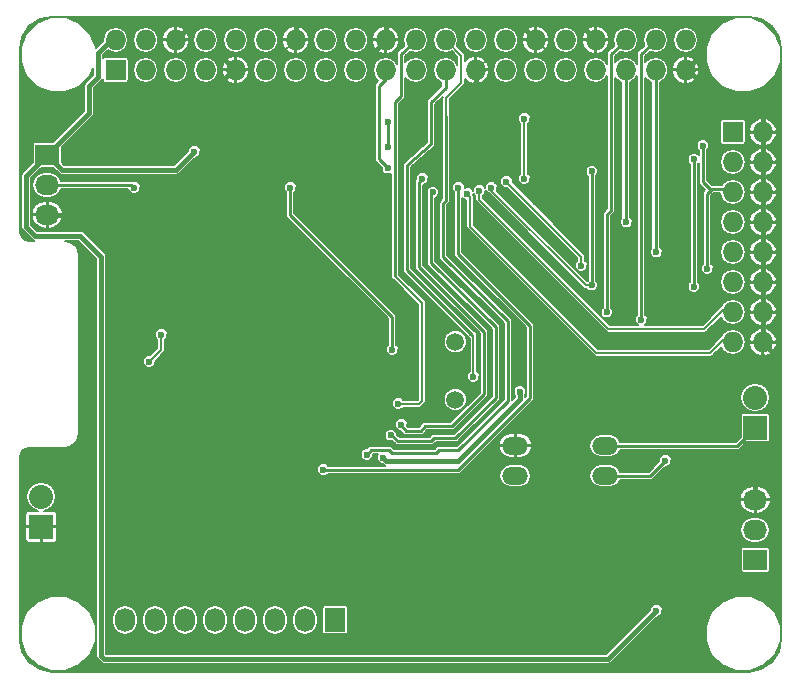
<source format=gbl>
G04 #@! TF.FileFunction,Copper,L2,Bot,Signal*
%FSLAX46Y46*%
G04 Gerber Fmt 4.6, Leading zero omitted, Abs format (unit mm)*
G04 Created by KiCad (PCBNEW (2015-07-31 BZR 6030)-product) date lø. 01. aug. 2015 kl. 19.41 +0200*
%MOMM*%
G01*
G04 APERTURE LIST*
%ADD10C,0.100000*%
%ADD11R,1.727200X1.727200*%
%ADD12O,1.727200X1.727200*%
%ADD13R,2.032000X2.032000*%
%ADD14O,2.032000X2.032000*%
%ADD15R,2.032000X1.727200*%
%ADD16O,2.032000X1.727200*%
%ADD17O,2.197100X1.498600*%
%ADD18O,2.194560X1.496060*%
%ADD19C,1.501140*%
%ADD20R,1.727200X2.032000*%
%ADD21O,1.727200X2.032000*%
%ADD22C,0.600000*%
%ADD23C,0.152400*%
%ADD24C,0.400000*%
%ADD25C,0.200000*%
%ADD26C,0.250000*%
G04 APERTURE END LIST*
D10*
D11*
X66488000Y-61398000D03*
D12*
X66488000Y-58858000D03*
X69028000Y-61398000D03*
X69028000Y-58858000D03*
X71568000Y-61398000D03*
X71568000Y-58858000D03*
X74108000Y-61398000D03*
X74108000Y-58858000D03*
X76648000Y-61398000D03*
X76648000Y-58858000D03*
X79188000Y-61398000D03*
X79188000Y-58858000D03*
X81728000Y-61398000D03*
X81728000Y-58858000D03*
X84268000Y-61398000D03*
X84268000Y-58858000D03*
X86808000Y-61398000D03*
X86808000Y-58858000D03*
X89348000Y-61398000D03*
X89348000Y-58858000D03*
X91888000Y-61398000D03*
X91888000Y-58858000D03*
X94428000Y-61398000D03*
X94428000Y-58858000D03*
X96968000Y-61398000D03*
X96968000Y-58858000D03*
X99508000Y-61398000D03*
X99508000Y-58858000D03*
X102048000Y-61398000D03*
X102048000Y-58858000D03*
X104588000Y-61398000D03*
X104588000Y-58858000D03*
X107128000Y-61398000D03*
X107128000Y-58858000D03*
X109668000Y-61398000D03*
X109668000Y-58858000D03*
X112208000Y-61398000D03*
X112208000Y-58858000D03*
X114748000Y-61398000D03*
X114748000Y-58858000D03*
D13*
X120650000Y-91694000D03*
D14*
X120650000Y-89154000D03*
D15*
X120650000Y-102870000D03*
D16*
X120650000Y-100330000D03*
X120650000Y-97790000D03*
D15*
X60706000Y-68580000D03*
D16*
X60706000Y-71120000D03*
X60706000Y-73660000D03*
D17*
X107950000Y-95758000D03*
X107950000Y-93218000D03*
D18*
X100330000Y-93218000D03*
X100330000Y-95758000D03*
D19*
X95250000Y-89308940D03*
X95250000Y-84427060D03*
D11*
X118745000Y-66675000D03*
D12*
X121285000Y-66675000D03*
X118745000Y-69215000D03*
X121285000Y-69215000D03*
X118745000Y-71755000D03*
X121285000Y-71755000D03*
X118745000Y-74295000D03*
X121285000Y-74295000D03*
X118745000Y-76835000D03*
X121285000Y-76835000D03*
X118745000Y-79375000D03*
X121285000Y-79375000D03*
X118745000Y-81915000D03*
X121285000Y-81915000D03*
X118745000Y-84455000D03*
X121285000Y-84455000D03*
D20*
X85090000Y-107950000D03*
D21*
X82550000Y-107950000D03*
X80010000Y-107950000D03*
X77470000Y-107950000D03*
X74930000Y-107950000D03*
X72390000Y-107950000D03*
X69850000Y-107950000D03*
X67310000Y-107950000D03*
D13*
X60198000Y-100076000D03*
D14*
X60198000Y-97536000D03*
D22*
X83820000Y-105156000D03*
X81280000Y-105156000D03*
X78740000Y-105156000D03*
X76200000Y-105156000D03*
X73660000Y-105156000D03*
X71120000Y-105156000D03*
X68580000Y-105156000D03*
X66294000Y-105156000D03*
X99187000Y-75438000D03*
X100266500Y-74422000D03*
X102108000Y-72580500D03*
X101219000Y-73406000D03*
X81534000Y-78740000D03*
X81788000Y-80264000D03*
X80518000Y-95631000D03*
X83693000Y-97536000D03*
X66548000Y-93980000D03*
X64135000Y-86360000D03*
X66675000Y-86360000D03*
X68072000Y-95504000D03*
X70612000Y-95504000D03*
X73152000Y-95504000D03*
X75692000Y-95504000D03*
X78232000Y-95504000D03*
X90678000Y-86868000D03*
X110363000Y-62865000D03*
X87757000Y-68453000D03*
X104140000Y-64262000D03*
X104140000Y-66040000D03*
X95250000Y-70612000D03*
X93218000Y-70231000D03*
X91821000Y-69977000D03*
X87376000Y-88138000D03*
X65151000Y-63246000D03*
X82753200Y-81229200D03*
X88011000Y-82042000D03*
X71374000Y-64516000D03*
X76200000Y-88392000D03*
X83185000Y-95250000D03*
X70358000Y-83820000D03*
X69342000Y-86106000D03*
X89154000Y-94234000D03*
X100711000Y-88646000D03*
X89789000Y-92329000D03*
X93345000Y-71755000D03*
X89535000Y-69723000D03*
X92456000Y-70612000D03*
X89535000Y-67945000D03*
X89535000Y-65786000D03*
X90678000Y-91440000D03*
X96774000Y-87376000D03*
X87757000Y-93980000D03*
X90424000Y-89662000D03*
X101092000Y-65532000D03*
X101092000Y-70612000D03*
X73152000Y-68326000D03*
X112268000Y-107188000D03*
X113030000Y-94488000D03*
X81280000Y-71374000D03*
X89916000Y-85090000D03*
X84074000Y-95250000D03*
X95504000Y-71374000D03*
X68072000Y-71374000D03*
X109728000Y-74295000D03*
X108077000Y-81915000D03*
X112268000Y-76835000D03*
X110998000Y-82550000D03*
X115443000Y-68961000D03*
X115443000Y-79756000D03*
X116205000Y-67818000D03*
X116586000Y-78232000D03*
X99568000Y-70866000D03*
X105918000Y-77978000D03*
X98298000Y-71374000D03*
X106807000Y-79629000D03*
X106807000Y-69977000D03*
X97282000Y-71628000D03*
X96266000Y-71882000D03*
D23*
X96968000Y-61398000D02*
X97034500Y-61398000D01*
X97034500Y-61398000D02*
X98234500Y-60198000D01*
X98234500Y-60198000D02*
X98234500Y-57150000D01*
D24*
X121285000Y-84455000D02*
X121285000Y-81915000D01*
X121285000Y-81915000D02*
X121285000Y-79375000D01*
X121285000Y-79375000D02*
X121285000Y-76835000D01*
X121285000Y-76835000D02*
X121285000Y-74295000D01*
X121285000Y-74295000D02*
X121285000Y-71755000D01*
X121285000Y-71755000D02*
X121285000Y-69215000D01*
X121285000Y-69215000D02*
X121285000Y-66675000D01*
X120650000Y-97790000D02*
X120650000Y-96012000D01*
X120650000Y-96012000D02*
X122428000Y-94234000D01*
X122428000Y-94234000D02*
X122428000Y-85598000D01*
X122428000Y-85598000D02*
X121285000Y-84455000D01*
X114748000Y-61398000D02*
X114992000Y-61398000D01*
X114992000Y-61398000D02*
X117856000Y-64262000D01*
X117856000Y-64262000D02*
X120650000Y-64262000D01*
X120650000Y-64262000D02*
X121285000Y-64897000D01*
X121285000Y-64897000D02*
X121285000Y-66675000D01*
X81280000Y-105156000D02*
X83820000Y-105156000D01*
X78740000Y-105156000D02*
X81280000Y-105156000D01*
X76200000Y-105156000D02*
X78740000Y-105156000D01*
X73660000Y-105156000D02*
X76200000Y-105156000D01*
X71120000Y-105156000D02*
X73660000Y-105156000D01*
X68580000Y-105156000D02*
X71120000Y-105156000D01*
X66294000Y-105156000D02*
X68580000Y-105156000D01*
X66040000Y-95885000D02*
X66040000Y-104902000D01*
X66040000Y-104902000D02*
X66294000Y-105156000D01*
D25*
X88138000Y-82042000D02*
X88138000Y-81280000D01*
X88138000Y-81280000D02*
X80772000Y-73914000D01*
X80772000Y-73914000D02*
X80772000Y-71882000D01*
X80772000Y-71882000D02*
X80518000Y-71628000D01*
X80518000Y-71628000D02*
X80518000Y-60068000D01*
X80518000Y-60068000D02*
X81728000Y-58858000D01*
X99187000Y-75438000D02*
X99377500Y-75628500D01*
X99377500Y-75628500D02*
X100012500Y-75946000D01*
X100266500Y-74422000D02*
X100774500Y-74993500D01*
X104140000Y-66040000D02*
X104140000Y-72644000D01*
X104140000Y-72644000D02*
X102108000Y-72580500D01*
X101219000Y-73406000D02*
X102616000Y-74930000D01*
X81534000Y-78740000D02*
X81788000Y-78994000D01*
X81788000Y-78994000D02*
X81788000Y-80264000D01*
X80518000Y-95631000D02*
X82804000Y-95631000D01*
X82804000Y-95631000D02*
X83185000Y-95250000D01*
X78232000Y-95504000D02*
X80391000Y-95504000D01*
X80391000Y-95504000D02*
X80518000Y-95631000D01*
X83185000Y-97028000D02*
X83185000Y-95250000D01*
X83693000Y-97536000D02*
X83185000Y-97028000D01*
X66040000Y-94996000D02*
X66040000Y-94488000D01*
X66040000Y-94488000D02*
X66548000Y-93980000D01*
X66040000Y-86360000D02*
X66675000Y-86360000D01*
X64135000Y-86360000D02*
X64135000Y-86995000D01*
X68072000Y-95504000D02*
X66040000Y-96012000D01*
X70612000Y-95504000D02*
X68072000Y-95504000D01*
X73152000Y-95504000D02*
X70612000Y-95504000D01*
X75692000Y-95504000D02*
X73152000Y-95504000D01*
X78232000Y-95504000D02*
X75692000Y-95504000D01*
D24*
X89408000Y-88138000D02*
X87376000Y-88138000D01*
X90678000Y-86868000D02*
X89408000Y-88138000D01*
X110363000Y-62865000D02*
X110363000Y-64071500D01*
X89348000Y-58858000D02*
X89348000Y-57150000D01*
X89408000Y-57340500D02*
X89408000Y-57150000D01*
X89408000Y-57210000D02*
X89408000Y-57340500D01*
X89348000Y-57150000D02*
X89408000Y-57210000D01*
X81728000Y-58858000D02*
X81728000Y-57150000D01*
X81728000Y-57150000D02*
X81724500Y-57150000D01*
X76648000Y-61398000D02*
X76574500Y-61398000D01*
X76574500Y-61398000D02*
X75374500Y-60198000D01*
X75374500Y-60198000D02*
X75374500Y-57150000D01*
X96968000Y-61398000D02*
X96968000Y-61281000D01*
X88074500Y-62547500D02*
X87757000Y-62865000D01*
X88074500Y-60134500D02*
X88074500Y-62547500D01*
X89348000Y-58861000D02*
X88074500Y-60134500D01*
X87757000Y-62865000D02*
X87757000Y-68453000D01*
X89348000Y-58858000D02*
X89348000Y-58861000D01*
D25*
X87376000Y-88138000D02*
X87376000Y-89027000D01*
X87376000Y-89027000D02*
X90678000Y-92329000D01*
X90678000Y-92329000D02*
X92964000Y-92329000D01*
X92964000Y-92329000D02*
X93218000Y-92075000D01*
X93218000Y-92075000D02*
X93980000Y-92075000D01*
X82804000Y-81280000D02*
X81788000Y-80264000D01*
X82804000Y-81303091D02*
X82804000Y-81280000D01*
X104140000Y-66040000D02*
X104140000Y-64262000D01*
X102048000Y-58858000D02*
X102048000Y-58868000D01*
X102048000Y-58868000D02*
X103251000Y-60071000D01*
X103251000Y-60071000D02*
X103251000Y-63373000D01*
X103251000Y-63373000D02*
X104140000Y-64262000D01*
D24*
X91821000Y-69977000D02*
X92075000Y-69723000D01*
X96968000Y-61398000D02*
X96968000Y-62417000D01*
X95250000Y-67056000D02*
X95250000Y-70612000D01*
X95758000Y-66548000D02*
X95250000Y-67056000D01*
X95758000Y-63627000D02*
X95758000Y-66548000D01*
X96968000Y-62417000D02*
X95758000Y-63627000D01*
X92075000Y-69723000D02*
X92964000Y-69723000D01*
X92964000Y-69723000D02*
X93218000Y-69977000D01*
X93218000Y-69977000D02*
X93218000Y-70231000D01*
X88011000Y-82042000D02*
X88138000Y-82042000D01*
X88138000Y-82042000D02*
X84328000Y-82042000D01*
X84328000Y-82042000D02*
X82296000Y-84074000D01*
X88011000Y-82042000D02*
X83312000Y-82042000D01*
X83312000Y-82042000D02*
X82804000Y-81303091D01*
X82804000Y-81303091D02*
X82753200Y-81229200D01*
X60706000Y-73660000D02*
X62738000Y-73660000D01*
X66040000Y-76962000D02*
X66040000Y-86360000D01*
X66040000Y-86360000D02*
X66040000Y-94996000D01*
X66040000Y-94996000D02*
X66040000Y-95885000D01*
X66040000Y-95885000D02*
X66040000Y-96012000D01*
X62738000Y-73660000D02*
X66040000Y-76962000D01*
X82296000Y-84074000D02*
X83312000Y-84074000D01*
X83312000Y-84074000D02*
X87376000Y-88138000D01*
X78740000Y-88138000D02*
X78994000Y-88138000D01*
X78994000Y-88138000D02*
X83312000Y-92456000D01*
X78740000Y-88138000D02*
X87376000Y-88138000D01*
X78740000Y-88138000D02*
X78740000Y-87630000D01*
X78740000Y-87630000D02*
X82296000Y-84074000D01*
X83312000Y-92456000D02*
X83312000Y-92202000D01*
X83312000Y-92202000D02*
X85153500Y-90360500D01*
X85153500Y-90360500D02*
X87376000Y-88138000D01*
X78994000Y-92456000D02*
X78994000Y-88392000D01*
X78994000Y-88392000D02*
X78740000Y-88138000D01*
X78994000Y-92456000D02*
X78994000Y-88392000D01*
X78867000Y-88265000D02*
X78740000Y-88138000D01*
X78994000Y-88392000D02*
X78867000Y-88265000D01*
X78994000Y-92456000D02*
X83312000Y-92456000D01*
X83185000Y-95250000D02*
X83185000Y-92583000D01*
X83185000Y-92583000D02*
X83312000Y-92456000D01*
X73276000Y-57150000D02*
X71568000Y-58858000D01*
X74803000Y-57150000D02*
X73276000Y-57150000D01*
X76648000Y-61398000D02*
X76511000Y-61398000D01*
X74803000Y-57150000D02*
X75374500Y-57150000D01*
X75374500Y-57150000D02*
X80010000Y-57150000D01*
X80010000Y-57150000D02*
X81724500Y-57150000D01*
X81724500Y-57150000D02*
X87640000Y-57150000D01*
X87640000Y-57150000D02*
X89408000Y-57150000D01*
X100340000Y-57150000D02*
X102048000Y-58858000D01*
X100330000Y-57150000D02*
X100340000Y-57150000D01*
X95631000Y-57150000D02*
X95694500Y-57150000D01*
X89408000Y-57150000D02*
X95631000Y-57150000D01*
X95694500Y-57150000D02*
X98234500Y-57150000D01*
X98234500Y-57150000D02*
X100330000Y-57150000D01*
X105420000Y-57150000D02*
X107128000Y-58858000D01*
X105410000Y-57150000D02*
X105420000Y-57150000D01*
X100330000Y-57150000D02*
X105410000Y-57150000D01*
X115443000Y-57150000D02*
X116205000Y-57912000D01*
X116205000Y-57912000D02*
X116205000Y-59941000D01*
X116205000Y-59941000D02*
X114748000Y-61398000D01*
X105410000Y-57150000D02*
X115443000Y-57150000D01*
X96968000Y-61398000D02*
X96831000Y-61398000D01*
X72644000Y-63246000D02*
X65151000Y-63246000D01*
X74549000Y-63246000D02*
X72644000Y-63246000D01*
X76397000Y-61398000D02*
X74549000Y-63246000D01*
X76648000Y-61398000D02*
X76397000Y-61398000D01*
X89348000Y-58858000D02*
X89348000Y-59242000D01*
X102048000Y-58858000D02*
X102048000Y-58988000D01*
X82296000Y-81534000D02*
X82753200Y-81229200D01*
X82296000Y-84074000D02*
X82296000Y-81534000D01*
X88011000Y-83439000D02*
X88011000Y-82042000D01*
X87376000Y-88138000D02*
X87376000Y-84074000D01*
X87376000Y-84074000D02*
X88011000Y-83439000D01*
X71374000Y-64516000D02*
X72644000Y-63246000D01*
X76327000Y-88265000D02*
X76200000Y-88392000D01*
X78867000Y-88265000D02*
X76327000Y-88265000D01*
X83312000Y-95250000D02*
X83185000Y-95250000D01*
X83185000Y-95250000D02*
X83312000Y-95250000D01*
D25*
X70358000Y-85090000D02*
X70358000Y-83820000D01*
X69342000Y-86106000D02*
X70358000Y-85090000D01*
D24*
X100330000Y-89662000D02*
X100711000Y-89281000D01*
X89154000Y-94234000D02*
X89408000Y-94488000D01*
X89408000Y-94488000D02*
X95504000Y-94488000D01*
X95504000Y-94488000D02*
X100330000Y-89662000D01*
X100711000Y-89281000D02*
X100711000Y-88646000D01*
D26*
X90424000Y-92837000D02*
X89789000Y-92329000D01*
X93218000Y-92837000D02*
X90424000Y-92837000D01*
X93472000Y-92583000D02*
X93218000Y-92837000D01*
X95250000Y-92583000D02*
X93472000Y-92583000D01*
X98679000Y-89154000D02*
X95250000Y-92583000D01*
X98679000Y-83185000D02*
X98679000Y-89154000D01*
X93218000Y-77724000D02*
X98679000Y-83185000D01*
X93218000Y-71882000D02*
X93218000Y-77724000D01*
X93345000Y-71755000D02*
X93218000Y-71882000D01*
X88773000Y-68961000D02*
X89535000Y-69723000D01*
X88773000Y-62738000D02*
X88773000Y-68961000D01*
X89348000Y-62163000D02*
X88773000Y-62738000D01*
X89348000Y-61398000D02*
X89348000Y-62163000D01*
X97663000Y-88866044D02*
X94962044Y-91567000D01*
X97663000Y-83566000D02*
X97663000Y-88866044D01*
X92202000Y-78105000D02*
X97663000Y-83566000D01*
X92202000Y-70866000D02*
X92202000Y-78105000D01*
X92456000Y-70612000D02*
X92202000Y-70866000D01*
X89535000Y-65786000D02*
X89535000Y-67945000D01*
X91059000Y-91948000D02*
X90678000Y-91440000D01*
X92329000Y-91948000D02*
X91059000Y-91948000D01*
X92710000Y-91567000D02*
X92329000Y-91948000D01*
X94962044Y-91567000D02*
X92710000Y-91567000D01*
D23*
X96774000Y-83820000D02*
X96647000Y-83820000D01*
X96774000Y-87376000D02*
X96774000Y-83820000D01*
X96647000Y-83820000D02*
X96520000Y-83820000D01*
X96520000Y-83820000D02*
X96520000Y-83693000D01*
D26*
X91186000Y-78359000D02*
X96520000Y-83693000D01*
X96520000Y-83693000D02*
X96647000Y-83820000D01*
X94428000Y-61398000D02*
X94428000Y-62925000D01*
X94428000Y-62925000D02*
X93218000Y-64135000D01*
X93218000Y-64135000D02*
X93218000Y-67691000D01*
X93218000Y-67691000D02*
X91186000Y-69469000D01*
X91186000Y-69469000D02*
X91186000Y-78359000D01*
D25*
X94488000Y-65278000D02*
X94488000Y-63754000D01*
X94488000Y-63754000D02*
X95758000Y-62484000D01*
X95758000Y-62484000D02*
X95758000Y-60188000D01*
X95758000Y-60188000D02*
X94428000Y-58858000D01*
D23*
X94488000Y-65278000D02*
X94488000Y-63754000D01*
X94488000Y-63754000D02*
X95758000Y-62484000D01*
X95758000Y-62484000D02*
X95758000Y-60188000D01*
X95758000Y-60188000D02*
X94428000Y-58858000D01*
D26*
X94488000Y-72390000D02*
X94488000Y-65278000D01*
X94234000Y-72771000D02*
X94488000Y-72390000D01*
X94234000Y-77216000D02*
X94234000Y-72771000D01*
X99695000Y-82677000D02*
X94234000Y-77216000D01*
X99695000Y-89408000D02*
X99695000Y-82677000D01*
X95504000Y-93599000D02*
X99695000Y-89408000D01*
X93897002Y-93599000D02*
X95504000Y-93599000D01*
X93643002Y-93853000D02*
X93897002Y-93599000D01*
X89916000Y-93853000D02*
X93643002Y-93853000D01*
X89662000Y-93599000D02*
X89916000Y-93853000D01*
X88138000Y-93599000D02*
X89662000Y-93599000D01*
X87757000Y-93980000D02*
X88138000Y-93599000D01*
D25*
X90424000Y-89662000D02*
X92202000Y-89662000D01*
D26*
X90170000Y-68199000D02*
X90170000Y-78867000D01*
X90170000Y-64135000D02*
X90170000Y-68199000D01*
X90678000Y-63627000D02*
X90170000Y-64135000D01*
X90678000Y-60071000D02*
X90678000Y-63627000D01*
X90678000Y-60071000D02*
X91888000Y-58861000D01*
D25*
X92456000Y-81153000D02*
X90170000Y-78867000D01*
X92456000Y-89408000D02*
X92456000Y-81153000D01*
X92202000Y-89662000D02*
X92456000Y-89408000D01*
X90551000Y-89789000D02*
X90678000Y-89662000D01*
X90424000Y-89662000D02*
X90551000Y-89789000D01*
D26*
X91888000Y-58858000D02*
X91888000Y-58861000D01*
D25*
X101092000Y-70612000D02*
X101092000Y-65532000D01*
D24*
X87376000Y-111252000D02*
X65532000Y-111252000D01*
X65532000Y-111252000D02*
X65278000Y-110998000D01*
X60706000Y-68580000D02*
X60452000Y-68580000D01*
X73152000Y-68326000D02*
X71628000Y-69850000D01*
X71628000Y-69850000D02*
X61976000Y-69850000D01*
X61976000Y-69850000D02*
X60706000Y-68580000D01*
X64262000Y-62738000D02*
X64262000Y-65024000D01*
X64262000Y-65024000D02*
X60706000Y-68580000D01*
X66488000Y-58858000D02*
X66110000Y-58858000D01*
X66110000Y-58858000D02*
X65024000Y-59944000D01*
X65024000Y-59944000D02*
X65024000Y-61976000D01*
X65024000Y-61976000D02*
X64262000Y-62738000D01*
X108204000Y-111252000D02*
X112268000Y-107188000D01*
X62738000Y-75438000D02*
X63500000Y-75438000D01*
X58928000Y-70358000D02*
X58928000Y-74676000D01*
X58928000Y-74676000D02*
X59690000Y-75438000D01*
X59690000Y-75438000D02*
X62738000Y-75438000D01*
X60706000Y-68580000D02*
X58928000Y-70358000D01*
X65278000Y-77216000D02*
X65278000Y-110998000D01*
X63500000Y-75438000D02*
X65278000Y-77216000D01*
X87376000Y-111252000D02*
X108204000Y-111252000D01*
D26*
X119126000Y-93218000D02*
X120650000Y-91694000D01*
X107950000Y-93218000D02*
X119126000Y-93218000D01*
X111760000Y-95758000D02*
X113030000Y-94488000D01*
X107950000Y-95758000D02*
X111760000Y-95758000D01*
X81280000Y-73660000D02*
X81280000Y-71374000D01*
X89916000Y-82296000D02*
X81280000Y-73660000D01*
X89916000Y-85090000D02*
X89916000Y-82296000D01*
X101600000Y-89154000D02*
X101600000Y-86614000D01*
X95504000Y-95250000D02*
X101600000Y-89154000D01*
X93980000Y-95250000D02*
X95504000Y-95250000D01*
X84074000Y-95250000D02*
X93980000Y-95250000D01*
X95504000Y-76962000D02*
X95504000Y-71374000D01*
X101600000Y-83058000D02*
X95504000Y-76962000D01*
X101600000Y-86614000D02*
X101600000Y-83058000D01*
X68072000Y-71374000D02*
X67818000Y-71120000D01*
X67818000Y-71120000D02*
X60706000Y-71120000D01*
X109668000Y-74235000D02*
X109728000Y-74295000D01*
X109668000Y-61398000D02*
X109668000Y-74235000D01*
X108077000Y-73660000D02*
X108077000Y-81915000D01*
X108458000Y-73279000D02*
X108077000Y-73660000D01*
X108458000Y-60071000D02*
X108458000Y-73279000D01*
X109668000Y-58861000D02*
X108458000Y-60071000D01*
X109668000Y-58858000D02*
X109668000Y-58861000D01*
X112208000Y-76775000D02*
X112268000Y-76835000D01*
X112208000Y-61398000D02*
X112208000Y-76775000D01*
X110998000Y-60071000D02*
X110998000Y-82550000D01*
X112208000Y-58861000D02*
X110998000Y-60071000D01*
X112208000Y-58858000D02*
X112208000Y-58861000D01*
X115443000Y-79756000D02*
X115443000Y-68961000D01*
X116819000Y-71480000D02*
X118000000Y-71480000D01*
X116205000Y-70866000D02*
X116819000Y-71480000D01*
X116205000Y-67818000D02*
X116205000Y-70866000D01*
X116988000Y-71480000D02*
X118000000Y-71480000D01*
X116586000Y-71882000D02*
X116988000Y-71480000D01*
X116586000Y-78232000D02*
X116586000Y-71882000D01*
D25*
X105918000Y-77978000D02*
X105918000Y-77216000D01*
X105918000Y-77216000D02*
X99568000Y-70866000D01*
X106807000Y-79629000D02*
X106299000Y-79629000D01*
X106299000Y-79629000D02*
X98298000Y-71628000D01*
X98298000Y-71628000D02*
X98298000Y-71374000D01*
D26*
X106807000Y-79629000D02*
X106807000Y-69977000D01*
D25*
X97282000Y-71628000D02*
X97282000Y-72390000D01*
X97282000Y-72390000D02*
X108204000Y-83312000D01*
X118000000Y-81640000D02*
X118000000Y-81644000D01*
X118000000Y-81644000D02*
X116332000Y-83312000D01*
X116332000Y-83312000D02*
X115316000Y-83312000D01*
X108204000Y-83312000D02*
X115316000Y-83312000D01*
X115316000Y-83312000D02*
X115570000Y-83312000D01*
X96266000Y-71882000D02*
X96520000Y-72136000D01*
X96520000Y-72136000D02*
X96520000Y-74676000D01*
X96520000Y-74676000D02*
X107188000Y-85344000D01*
X107188000Y-85344000D02*
X116836000Y-85344000D01*
X116836000Y-85344000D02*
X118000000Y-84180000D01*
D23*
G36*
X121157347Y-57118797D02*
X122038461Y-57707539D01*
X122627204Y-58588655D01*
X122840280Y-59659866D01*
X122840280Y-109596134D01*
X122627204Y-110667345D01*
X122038461Y-111548461D01*
X121157347Y-112137203D01*
X120090559Y-112349400D01*
X61145442Y-112349400D01*
X60078655Y-112137204D01*
X59197539Y-111548461D01*
X58608797Y-110667347D01*
X58427721Y-109757013D01*
X58441250Y-109757013D01*
X58923779Y-110924822D01*
X59816478Y-111819081D01*
X60983443Y-112303647D01*
X62247013Y-112304750D01*
X63414822Y-111822221D01*
X64309081Y-110929522D01*
X64793647Y-109762557D01*
X64794750Y-108498987D01*
X64312221Y-107331178D01*
X63419522Y-106436919D01*
X62252557Y-105952353D01*
X60988987Y-105951250D01*
X59821178Y-106433779D01*
X58926919Y-107326478D01*
X58442353Y-108493443D01*
X58441250Y-109757013D01*
X58427721Y-109757013D01*
X58396600Y-109600559D01*
X58396600Y-100206350D01*
X58855800Y-100206350D01*
X58855800Y-101156885D01*
X58905461Y-101276778D01*
X58997223Y-101368539D01*
X59117115Y-101418200D01*
X60067650Y-101418200D01*
X60149200Y-101336650D01*
X60149200Y-100124800D01*
X60246800Y-100124800D01*
X60246800Y-101336650D01*
X60328350Y-101418200D01*
X61278885Y-101418200D01*
X61398777Y-101368539D01*
X61490539Y-101276778D01*
X61540200Y-101156885D01*
X61540200Y-100206350D01*
X61458650Y-100124800D01*
X60246800Y-100124800D01*
X60149200Y-100124800D01*
X58937350Y-100124800D01*
X58855800Y-100206350D01*
X58396600Y-100206350D01*
X58396600Y-98995115D01*
X58855800Y-98995115D01*
X58855800Y-99945650D01*
X58937350Y-100027200D01*
X60149200Y-100027200D01*
X60149200Y-100007200D01*
X60246800Y-100007200D01*
X60246800Y-100027200D01*
X61458650Y-100027200D01*
X61540200Y-99945650D01*
X61540200Y-98995115D01*
X61490539Y-98875222D01*
X61398777Y-98783461D01*
X61278885Y-98733800D01*
X60457661Y-98733800D01*
X60698671Y-98685860D01*
X61102448Y-98416065D01*
X61372243Y-98012288D01*
X61466983Y-97536000D01*
X61372243Y-97059712D01*
X61102448Y-96655935D01*
X60698671Y-96386140D01*
X60222383Y-96291400D01*
X60173617Y-96291400D01*
X59697329Y-96386140D01*
X59293552Y-96655935D01*
X59023757Y-97059712D01*
X58929017Y-97536000D01*
X59023757Y-98012288D01*
X59293552Y-98416065D01*
X59697329Y-98685860D01*
X59938339Y-98733800D01*
X59117115Y-98733800D01*
X58997223Y-98783461D01*
X58905461Y-98875222D01*
X58855800Y-98995115D01*
X58396600Y-98995115D01*
X58396600Y-94155441D01*
X58456556Y-93854020D01*
X58611752Y-93621752D01*
X58844022Y-93466556D01*
X59145441Y-93406600D01*
X62118000Y-93406600D01*
X62144912Y-93401247D01*
X62172352Y-93401247D01*
X62555035Y-93325127D01*
X62655465Y-93283528D01*
X62655468Y-93283525D01*
X62979889Y-93066755D01*
X63056755Y-92989889D01*
X63056757Y-92989885D01*
X63273525Y-92665468D01*
X63273528Y-92665465D01*
X63315127Y-92565035D01*
X63391247Y-92182352D01*
X63391247Y-92154912D01*
X63396600Y-92128000D01*
X63396600Y-77128000D01*
X63391247Y-77101088D01*
X63391247Y-77073648D01*
X63315127Y-76690965D01*
X63273528Y-76590535D01*
X63273525Y-76590532D01*
X63056757Y-76266115D01*
X63056755Y-76266111D01*
X62979889Y-76189245D01*
X62655468Y-75972475D01*
X62655465Y-75972472D01*
X62555035Y-75930873D01*
X62231911Y-75866600D01*
X63322468Y-75866600D01*
X64849400Y-77393532D01*
X64849400Y-110998000D01*
X64882025Y-111162018D01*
X64974934Y-111301066D01*
X65228934Y-111555066D01*
X65367981Y-111647975D01*
X65532000Y-111680600D01*
X108204000Y-111680600D01*
X108368018Y-111647975D01*
X108507066Y-111555066D01*
X110305119Y-109757013D01*
X116441250Y-109757013D01*
X116923779Y-110924822D01*
X117816478Y-111819081D01*
X118983443Y-112303647D01*
X120247013Y-112304750D01*
X121414822Y-111822221D01*
X122309081Y-110929522D01*
X122793647Y-109762557D01*
X122794750Y-108498987D01*
X122312221Y-107331178D01*
X121419522Y-106436919D01*
X120252557Y-105952353D01*
X118988987Y-105951250D01*
X117821178Y-106433779D01*
X116926919Y-107326478D01*
X116442353Y-108493443D01*
X116441250Y-109757013D01*
X110305119Y-109757013D01*
X112345464Y-107716668D01*
X112372684Y-107716692D01*
X112567037Y-107636387D01*
X112715864Y-107487819D01*
X112796508Y-107293606D01*
X112796692Y-107083316D01*
X112716387Y-106888963D01*
X112567819Y-106740136D01*
X112373606Y-106659492D01*
X112163316Y-106659308D01*
X111968963Y-106739613D01*
X111820136Y-106888181D01*
X111739492Y-107082394D01*
X111739467Y-107110401D01*
X108026468Y-110823400D01*
X65709532Y-110823400D01*
X65706600Y-110820468D01*
X65706600Y-107773217D01*
X66217800Y-107773217D01*
X66217800Y-108126783D01*
X66300939Y-108544750D01*
X66537698Y-108899085D01*
X66892033Y-109135844D01*
X67310000Y-109218983D01*
X67727967Y-109135844D01*
X68082302Y-108899085D01*
X68319061Y-108544750D01*
X68402200Y-108126783D01*
X68402200Y-107773217D01*
X68757800Y-107773217D01*
X68757800Y-108126783D01*
X68840939Y-108544750D01*
X69077698Y-108899085D01*
X69432033Y-109135844D01*
X69850000Y-109218983D01*
X70267967Y-109135844D01*
X70622302Y-108899085D01*
X70859061Y-108544750D01*
X70942200Y-108126783D01*
X70942200Y-107773217D01*
X71297800Y-107773217D01*
X71297800Y-108126783D01*
X71380939Y-108544750D01*
X71617698Y-108899085D01*
X71972033Y-109135844D01*
X72390000Y-109218983D01*
X72807967Y-109135844D01*
X73162302Y-108899085D01*
X73399061Y-108544750D01*
X73482200Y-108126783D01*
X73482200Y-107773217D01*
X73837800Y-107773217D01*
X73837800Y-108126783D01*
X73920939Y-108544750D01*
X74157698Y-108899085D01*
X74512033Y-109135844D01*
X74930000Y-109218983D01*
X75347967Y-109135844D01*
X75702302Y-108899085D01*
X75939061Y-108544750D01*
X76022200Y-108126783D01*
X76022200Y-107773217D01*
X76377800Y-107773217D01*
X76377800Y-108126783D01*
X76460939Y-108544750D01*
X76697698Y-108899085D01*
X77052033Y-109135844D01*
X77470000Y-109218983D01*
X77887967Y-109135844D01*
X78242302Y-108899085D01*
X78479061Y-108544750D01*
X78562200Y-108126783D01*
X78562200Y-107773217D01*
X78917800Y-107773217D01*
X78917800Y-108126783D01*
X79000939Y-108544750D01*
X79237698Y-108899085D01*
X79592033Y-109135844D01*
X80010000Y-109218983D01*
X80427967Y-109135844D01*
X80782302Y-108899085D01*
X81019061Y-108544750D01*
X81102200Y-108126783D01*
X81102200Y-107773217D01*
X81457800Y-107773217D01*
X81457800Y-108126783D01*
X81540939Y-108544750D01*
X81777698Y-108899085D01*
X82132033Y-109135844D01*
X82550000Y-109218983D01*
X82967967Y-109135844D01*
X83322302Y-108899085D01*
X83559061Y-108544750D01*
X83642200Y-108126783D01*
X83642200Y-107773217D01*
X83559061Y-107355250D01*
X83322302Y-107000915D01*
X83222157Y-106934000D01*
X83993322Y-106934000D01*
X83993322Y-108966000D01*
X84009262Y-109050714D01*
X84059328Y-109128518D01*
X84135720Y-109180715D01*
X84226400Y-109199078D01*
X85953600Y-109199078D01*
X86038314Y-109183138D01*
X86116118Y-109133072D01*
X86168315Y-109056680D01*
X86186678Y-108966000D01*
X86186678Y-106934000D01*
X86170738Y-106849286D01*
X86120672Y-106771482D01*
X86044280Y-106719285D01*
X85953600Y-106700922D01*
X84226400Y-106700922D01*
X84141686Y-106716862D01*
X84063882Y-106766928D01*
X84011685Y-106843320D01*
X83993322Y-106934000D01*
X83222157Y-106934000D01*
X82967967Y-106764156D01*
X82550000Y-106681017D01*
X82132033Y-106764156D01*
X81777698Y-107000915D01*
X81540939Y-107355250D01*
X81457800Y-107773217D01*
X81102200Y-107773217D01*
X81019061Y-107355250D01*
X80782302Y-107000915D01*
X80427967Y-106764156D01*
X80010000Y-106681017D01*
X79592033Y-106764156D01*
X79237698Y-107000915D01*
X79000939Y-107355250D01*
X78917800Y-107773217D01*
X78562200Y-107773217D01*
X78479061Y-107355250D01*
X78242302Y-107000915D01*
X77887967Y-106764156D01*
X77470000Y-106681017D01*
X77052033Y-106764156D01*
X76697698Y-107000915D01*
X76460939Y-107355250D01*
X76377800Y-107773217D01*
X76022200Y-107773217D01*
X75939061Y-107355250D01*
X75702302Y-107000915D01*
X75347967Y-106764156D01*
X74930000Y-106681017D01*
X74512033Y-106764156D01*
X74157698Y-107000915D01*
X73920939Y-107355250D01*
X73837800Y-107773217D01*
X73482200Y-107773217D01*
X73399061Y-107355250D01*
X73162302Y-107000915D01*
X72807967Y-106764156D01*
X72390000Y-106681017D01*
X71972033Y-106764156D01*
X71617698Y-107000915D01*
X71380939Y-107355250D01*
X71297800Y-107773217D01*
X70942200Y-107773217D01*
X70859061Y-107355250D01*
X70622302Y-107000915D01*
X70267967Y-106764156D01*
X69850000Y-106681017D01*
X69432033Y-106764156D01*
X69077698Y-107000915D01*
X68840939Y-107355250D01*
X68757800Y-107773217D01*
X68402200Y-107773217D01*
X68319061Y-107355250D01*
X68082302Y-107000915D01*
X67727967Y-106764156D01*
X67310000Y-106681017D01*
X66892033Y-106764156D01*
X66537698Y-107000915D01*
X66300939Y-107355250D01*
X66217800Y-107773217D01*
X65706600Y-107773217D01*
X65706600Y-102006400D01*
X119400922Y-102006400D01*
X119400922Y-103733600D01*
X119416862Y-103818314D01*
X119466928Y-103896118D01*
X119543320Y-103948315D01*
X119634000Y-103966678D01*
X121666000Y-103966678D01*
X121750714Y-103950738D01*
X121828518Y-103900672D01*
X121880715Y-103824280D01*
X121899078Y-103733600D01*
X121899078Y-102006400D01*
X121883138Y-101921686D01*
X121833072Y-101843882D01*
X121756680Y-101791685D01*
X121666000Y-101773322D01*
X119634000Y-101773322D01*
X119549286Y-101789262D01*
X119471482Y-101839328D01*
X119419285Y-101915720D01*
X119400922Y-102006400D01*
X65706600Y-102006400D01*
X65706600Y-100330000D01*
X119381017Y-100330000D01*
X119464156Y-100747967D01*
X119700915Y-101102302D01*
X120055250Y-101339061D01*
X120473217Y-101422200D01*
X120826783Y-101422200D01*
X121244750Y-101339061D01*
X121599085Y-101102302D01*
X121835844Y-100747967D01*
X121918983Y-100330000D01*
X121835844Y-99912033D01*
X121599085Y-99557698D01*
X121244750Y-99320939D01*
X120826783Y-99237800D01*
X120473217Y-99237800D01*
X120055250Y-99320939D01*
X119700915Y-99557698D01*
X119464156Y-99912033D01*
X119381017Y-100330000D01*
X65706600Y-100330000D01*
X65706600Y-98024168D01*
X119331071Y-98024168D01*
X119379694Y-98200232D01*
X119621778Y-98596809D01*
X119997198Y-98870557D01*
X120448800Y-98979800D01*
X120601200Y-98979800D01*
X120601200Y-97838800D01*
X120698800Y-97838800D01*
X120698800Y-98979800D01*
X120851200Y-98979800D01*
X121302802Y-98870557D01*
X121678222Y-98596809D01*
X121920306Y-98200232D01*
X121968929Y-98024168D01*
X121909575Y-97838800D01*
X120698800Y-97838800D01*
X120601200Y-97838800D01*
X119390425Y-97838800D01*
X119331071Y-98024168D01*
X65706600Y-98024168D01*
X65706600Y-97555832D01*
X119331071Y-97555832D01*
X119390425Y-97741200D01*
X120601200Y-97741200D01*
X120601200Y-96600200D01*
X120698800Y-96600200D01*
X120698800Y-97741200D01*
X121909575Y-97741200D01*
X121968929Y-97555832D01*
X121920306Y-97379768D01*
X121678222Y-96983191D01*
X121302802Y-96709443D01*
X120851200Y-96600200D01*
X120698800Y-96600200D01*
X120601200Y-96600200D01*
X120448800Y-96600200D01*
X119997198Y-96709443D01*
X119621778Y-96983191D01*
X119379694Y-97379768D01*
X119331071Y-97555832D01*
X65706600Y-97555832D01*
X65706600Y-95354684D01*
X83545308Y-95354684D01*
X83625613Y-95549037D01*
X83774181Y-95697864D01*
X83968394Y-95778508D01*
X84178684Y-95778692D01*
X84228762Y-95758000D01*
X98978144Y-95758000D01*
X99052486Y-96131740D01*
X99264192Y-96448582D01*
X99581034Y-96660288D01*
X99954774Y-96734630D01*
X100705226Y-96734630D01*
X101078966Y-96660288D01*
X101395808Y-96448582D01*
X101607514Y-96131740D01*
X101681856Y-95758000D01*
X106596850Y-95758000D01*
X106671288Y-96132226D01*
X106883270Y-96449480D01*
X107200524Y-96661462D01*
X107574750Y-96735900D01*
X108325250Y-96735900D01*
X108699476Y-96661462D01*
X109016730Y-96449480D01*
X109228712Y-96132226D01*
X109232815Y-96111600D01*
X111760000Y-96111600D01*
X111895317Y-96084684D01*
X112010033Y-96008033D01*
X113001491Y-95016575D01*
X113134684Y-95016692D01*
X113329037Y-94936387D01*
X113477864Y-94787819D01*
X113558508Y-94593606D01*
X113558692Y-94383316D01*
X113478387Y-94188963D01*
X113329819Y-94040136D01*
X113135606Y-93959492D01*
X112925316Y-93959308D01*
X112730963Y-94039613D01*
X112582136Y-94188181D01*
X112501492Y-94382394D01*
X112501375Y-94516559D01*
X111613534Y-95404400D01*
X109232815Y-95404400D01*
X109228712Y-95383774D01*
X109016730Y-95066520D01*
X108699476Y-94854538D01*
X108325250Y-94780100D01*
X107574750Y-94780100D01*
X107200524Y-94854538D01*
X106883270Y-95066520D01*
X106671288Y-95383774D01*
X106596850Y-95758000D01*
X101681856Y-95758000D01*
X101607514Y-95384260D01*
X101395808Y-95067418D01*
X101078966Y-94855712D01*
X100705226Y-94781370D01*
X99954774Y-94781370D01*
X99581034Y-94855712D01*
X99264192Y-95067418D01*
X99052486Y-95384260D01*
X98978144Y-95758000D01*
X84228762Y-95758000D01*
X84373037Y-95698387D01*
X84467989Y-95603600D01*
X95504000Y-95603600D01*
X95639317Y-95576684D01*
X95754033Y-95500033D01*
X97819994Y-93434072D01*
X98928475Y-93434072D01*
X98969616Y-93584004D01*
X99186648Y-93943088D01*
X99524575Y-94191784D01*
X99931950Y-94292230D01*
X100281200Y-94292230D01*
X100281200Y-93266800D01*
X100378800Y-93266800D01*
X100378800Y-94292230D01*
X100728050Y-94292230D01*
X101135425Y-94191784D01*
X101473352Y-93943088D01*
X101690384Y-93584004D01*
X101731525Y-93434072D01*
X101670730Y-93266800D01*
X100378800Y-93266800D01*
X100281200Y-93266800D01*
X98989270Y-93266800D01*
X98928475Y-93434072D01*
X97819994Y-93434072D01*
X98036066Y-93218000D01*
X106596850Y-93218000D01*
X106671288Y-93592226D01*
X106883270Y-93909480D01*
X107200524Y-94121462D01*
X107574750Y-94195900D01*
X108325250Y-94195900D01*
X108699476Y-94121462D01*
X109016730Y-93909480D01*
X109228712Y-93592226D01*
X109232815Y-93571600D01*
X119126000Y-93571600D01*
X119261317Y-93544684D01*
X119376033Y-93468033D01*
X119900988Y-92943078D01*
X121666000Y-92943078D01*
X121750714Y-92927138D01*
X121828518Y-92877072D01*
X121880715Y-92800680D01*
X121899078Y-92710000D01*
X121899078Y-90678000D01*
X121883138Y-90593286D01*
X121833072Y-90515482D01*
X121756680Y-90463285D01*
X121666000Y-90444922D01*
X119634000Y-90444922D01*
X119549286Y-90460862D01*
X119471482Y-90510928D01*
X119419285Y-90587320D01*
X119400922Y-90678000D01*
X119400922Y-92443012D01*
X118979534Y-92864400D01*
X109232815Y-92864400D01*
X109228712Y-92843774D01*
X109016730Y-92526520D01*
X108699476Y-92314538D01*
X108325250Y-92240100D01*
X107574750Y-92240100D01*
X107200524Y-92314538D01*
X106883270Y-92526520D01*
X106671288Y-92843774D01*
X106596850Y-93218000D01*
X98036066Y-93218000D01*
X98252138Y-93001928D01*
X98928475Y-93001928D01*
X98989270Y-93169200D01*
X100281200Y-93169200D01*
X100281200Y-92143770D01*
X100378800Y-92143770D01*
X100378800Y-93169200D01*
X101670730Y-93169200D01*
X101731525Y-93001928D01*
X101690384Y-92851996D01*
X101473352Y-92492912D01*
X101135425Y-92244216D01*
X100728050Y-92143770D01*
X100378800Y-92143770D01*
X100281200Y-92143770D01*
X99931950Y-92143770D01*
X99524575Y-92244216D01*
X99186648Y-92492912D01*
X98969616Y-92851996D01*
X98928475Y-93001928D01*
X98252138Y-93001928D01*
X101850033Y-89404033D01*
X101926684Y-89289317D01*
X101953600Y-89154000D01*
X119381017Y-89154000D01*
X119475757Y-89630288D01*
X119745552Y-90034065D01*
X120149329Y-90303860D01*
X120625617Y-90398600D01*
X120674383Y-90398600D01*
X121150671Y-90303860D01*
X121554448Y-90034065D01*
X121824243Y-89630288D01*
X121918983Y-89154000D01*
X121824243Y-88677712D01*
X121554448Y-88273935D01*
X121150671Y-88004140D01*
X120674383Y-87909400D01*
X120625617Y-87909400D01*
X120149329Y-88004140D01*
X119745552Y-88273935D01*
X119475757Y-88677712D01*
X119381017Y-89154000D01*
X101953600Y-89154000D01*
X101953600Y-83058000D01*
X101926684Y-82922683D01*
X101850033Y-82807967D01*
X95857600Y-76815534D01*
X95857600Y-72221094D01*
X95966181Y-72329864D01*
X96160394Y-72410508D01*
X96191400Y-72410535D01*
X96191400Y-74676000D01*
X96216413Y-74801750D01*
X96287645Y-74908355D01*
X106955645Y-85576355D01*
X107062250Y-85647587D01*
X107188000Y-85672600D01*
X116836000Y-85672600D01*
X116961750Y-85647587D01*
X117068355Y-85576355D01*
X117737454Y-84907257D01*
X117951301Y-85227302D01*
X118305636Y-85464061D01*
X118723603Y-85547200D01*
X118766397Y-85547200D01*
X119184364Y-85464061D01*
X119538699Y-85227302D01*
X119775458Y-84872967D01*
X119812017Y-84689168D01*
X120118471Y-84689168D01*
X120294554Y-85114280D01*
X120622243Y-85443123D01*
X121050831Y-85621533D01*
X121236200Y-85562253D01*
X121236200Y-84503800D01*
X121333800Y-84503800D01*
X121333800Y-85562253D01*
X121519169Y-85621533D01*
X121947757Y-85443123D01*
X122275446Y-85114280D01*
X122451529Y-84689168D01*
X122392175Y-84503800D01*
X121333800Y-84503800D01*
X121236200Y-84503800D01*
X120177825Y-84503800D01*
X120118471Y-84689168D01*
X119812017Y-84689168D01*
X119858597Y-84455000D01*
X119812018Y-84220832D01*
X120118471Y-84220832D01*
X120177825Y-84406200D01*
X121236200Y-84406200D01*
X121236200Y-83347747D01*
X121333800Y-83347747D01*
X121333800Y-84406200D01*
X122392175Y-84406200D01*
X122451529Y-84220832D01*
X122275446Y-83795720D01*
X121947757Y-83466877D01*
X121519169Y-83288467D01*
X121333800Y-83347747D01*
X121236200Y-83347747D01*
X121050831Y-83288467D01*
X120622243Y-83466877D01*
X120294554Y-83795720D01*
X120118471Y-84220832D01*
X119812018Y-84220832D01*
X119775458Y-84037033D01*
X119538699Y-83682698D01*
X119184364Y-83445939D01*
X118766397Y-83362800D01*
X118723603Y-83362800D01*
X118305636Y-83445939D01*
X117951301Y-83682698D01*
X117779613Y-83939647D01*
X117767645Y-83947644D01*
X116699890Y-85015400D01*
X107324110Y-85015400D01*
X96848600Y-74539890D01*
X96848600Y-72136000D01*
X96823587Y-72010250D01*
X96794526Y-71966758D01*
X96794644Y-71832724D01*
X96833613Y-71927037D01*
X96953400Y-72047033D01*
X96953400Y-72390000D01*
X96978413Y-72515750D01*
X97049645Y-72622355D01*
X107971645Y-83544356D01*
X108019540Y-83576358D01*
X108078250Y-83615587D01*
X108204000Y-83640600D01*
X116332000Y-83640600D01*
X116457750Y-83615587D01*
X116564355Y-83544355D01*
X117739056Y-82369654D01*
X117951301Y-82687302D01*
X118305636Y-82924061D01*
X118723603Y-83007200D01*
X118766397Y-83007200D01*
X119184364Y-82924061D01*
X119538699Y-82687302D01*
X119775458Y-82332967D01*
X119812017Y-82149168D01*
X120118471Y-82149168D01*
X120294554Y-82574280D01*
X120622243Y-82903123D01*
X121050831Y-83081533D01*
X121236200Y-83022253D01*
X121236200Y-81963800D01*
X121333800Y-81963800D01*
X121333800Y-83022253D01*
X121519169Y-83081533D01*
X121947757Y-82903123D01*
X122275446Y-82574280D01*
X122451529Y-82149168D01*
X122392175Y-81963800D01*
X121333800Y-81963800D01*
X121236200Y-81963800D01*
X120177825Y-81963800D01*
X120118471Y-82149168D01*
X119812017Y-82149168D01*
X119858597Y-81915000D01*
X119812018Y-81680832D01*
X120118471Y-81680832D01*
X120177825Y-81866200D01*
X121236200Y-81866200D01*
X121236200Y-80807747D01*
X121333800Y-80807747D01*
X121333800Y-81866200D01*
X122392175Y-81866200D01*
X122451529Y-81680832D01*
X122275446Y-81255720D01*
X121947757Y-80926877D01*
X121519169Y-80748467D01*
X121333800Y-80807747D01*
X121236200Y-80807747D01*
X121050831Y-80748467D01*
X120622243Y-80926877D01*
X120294554Y-81255720D01*
X120118471Y-81680832D01*
X119812018Y-81680832D01*
X119775458Y-81497033D01*
X119538699Y-81142698D01*
X119184364Y-80905939D01*
X118766397Y-80822800D01*
X118723603Y-80822800D01*
X118305636Y-80905939D01*
X117951301Y-81142698D01*
X117779612Y-81399649D01*
X117767645Y-81407645D01*
X117759590Y-81419700D01*
X116195890Y-82983400D01*
X111312050Y-82983400D01*
X111445864Y-82849819D01*
X111526508Y-82655606D01*
X111526692Y-82445316D01*
X111446387Y-82250963D01*
X111351600Y-82156011D01*
X111351600Y-62065837D01*
X111435698Y-62191699D01*
X111790033Y-62428458D01*
X111854400Y-62441261D01*
X111854400Y-76500977D01*
X111820136Y-76535181D01*
X111739492Y-76729394D01*
X111739308Y-76939684D01*
X111819613Y-77134037D01*
X111968181Y-77282864D01*
X112162394Y-77363508D01*
X112372684Y-77363692D01*
X112567037Y-77283387D01*
X112715864Y-77134819D01*
X112796508Y-76940606D01*
X112796692Y-76730316D01*
X112716387Y-76535963D01*
X112567819Y-76387136D01*
X112561600Y-76384554D01*
X112561600Y-69065684D01*
X114914308Y-69065684D01*
X114994613Y-69260037D01*
X115089400Y-69354989D01*
X115089400Y-79362081D01*
X114995136Y-79456181D01*
X114914492Y-79650394D01*
X114914308Y-79860684D01*
X114994613Y-80055037D01*
X115143181Y-80203864D01*
X115337394Y-80284508D01*
X115547684Y-80284692D01*
X115742037Y-80204387D01*
X115890864Y-80055819D01*
X115971508Y-79861606D01*
X115971692Y-79651316D01*
X115891387Y-79456963D01*
X115809567Y-79375000D01*
X117631403Y-79375000D01*
X117714542Y-79792967D01*
X117951301Y-80147302D01*
X118305636Y-80384061D01*
X118723603Y-80467200D01*
X118766397Y-80467200D01*
X119184364Y-80384061D01*
X119538699Y-80147302D01*
X119775458Y-79792967D01*
X119812017Y-79609168D01*
X120118471Y-79609168D01*
X120294554Y-80034280D01*
X120622243Y-80363123D01*
X121050831Y-80541533D01*
X121236200Y-80482253D01*
X121236200Y-79423800D01*
X121333800Y-79423800D01*
X121333800Y-80482253D01*
X121519169Y-80541533D01*
X121947757Y-80363123D01*
X122275446Y-80034280D01*
X122451529Y-79609168D01*
X122392175Y-79423800D01*
X121333800Y-79423800D01*
X121236200Y-79423800D01*
X120177825Y-79423800D01*
X120118471Y-79609168D01*
X119812017Y-79609168D01*
X119858597Y-79375000D01*
X119812018Y-79140832D01*
X120118471Y-79140832D01*
X120177825Y-79326200D01*
X121236200Y-79326200D01*
X121236200Y-78267747D01*
X121333800Y-78267747D01*
X121333800Y-79326200D01*
X122392175Y-79326200D01*
X122451529Y-79140832D01*
X122275446Y-78715720D01*
X121947757Y-78386877D01*
X121519169Y-78208467D01*
X121333800Y-78267747D01*
X121236200Y-78267747D01*
X121050831Y-78208467D01*
X120622243Y-78386877D01*
X120294554Y-78715720D01*
X120118471Y-79140832D01*
X119812018Y-79140832D01*
X119775458Y-78957033D01*
X119538699Y-78602698D01*
X119184364Y-78365939D01*
X118766397Y-78282800D01*
X118723603Y-78282800D01*
X118305636Y-78365939D01*
X117951301Y-78602698D01*
X117714542Y-78957033D01*
X117631403Y-79375000D01*
X115809567Y-79375000D01*
X115796600Y-79362011D01*
X115796600Y-69354919D01*
X115851400Y-69300214D01*
X115851400Y-70866000D01*
X115878316Y-71001317D01*
X115954967Y-71116033D01*
X116403434Y-71564500D01*
X116335967Y-71631967D01*
X116259316Y-71746683D01*
X116232400Y-71882000D01*
X116232400Y-77838081D01*
X116138136Y-77932181D01*
X116057492Y-78126394D01*
X116057308Y-78336684D01*
X116137613Y-78531037D01*
X116286181Y-78679864D01*
X116480394Y-78760508D01*
X116690684Y-78760692D01*
X116885037Y-78680387D01*
X117033864Y-78531819D01*
X117114508Y-78337606D01*
X117114692Y-78127316D01*
X117034387Y-77932963D01*
X116939600Y-77838011D01*
X116939600Y-76835000D01*
X117631403Y-76835000D01*
X117714542Y-77252967D01*
X117951301Y-77607302D01*
X118305636Y-77844061D01*
X118723603Y-77927200D01*
X118766397Y-77927200D01*
X119184364Y-77844061D01*
X119538699Y-77607302D01*
X119775458Y-77252967D01*
X119812017Y-77069168D01*
X120118471Y-77069168D01*
X120294554Y-77494280D01*
X120622243Y-77823123D01*
X121050831Y-78001533D01*
X121236200Y-77942253D01*
X121236200Y-76883800D01*
X121333800Y-76883800D01*
X121333800Y-77942253D01*
X121519169Y-78001533D01*
X121947757Y-77823123D01*
X122275446Y-77494280D01*
X122451529Y-77069168D01*
X122392175Y-76883800D01*
X121333800Y-76883800D01*
X121236200Y-76883800D01*
X120177825Y-76883800D01*
X120118471Y-77069168D01*
X119812017Y-77069168D01*
X119858597Y-76835000D01*
X119812018Y-76600832D01*
X120118471Y-76600832D01*
X120177825Y-76786200D01*
X121236200Y-76786200D01*
X121236200Y-75727747D01*
X121333800Y-75727747D01*
X121333800Y-76786200D01*
X122392175Y-76786200D01*
X122451529Y-76600832D01*
X122275446Y-76175720D01*
X121947757Y-75846877D01*
X121519169Y-75668467D01*
X121333800Y-75727747D01*
X121236200Y-75727747D01*
X121050831Y-75668467D01*
X120622243Y-75846877D01*
X120294554Y-76175720D01*
X120118471Y-76600832D01*
X119812018Y-76600832D01*
X119775458Y-76417033D01*
X119538699Y-76062698D01*
X119184364Y-75825939D01*
X118766397Y-75742800D01*
X118723603Y-75742800D01*
X118305636Y-75825939D01*
X117951301Y-76062698D01*
X117714542Y-76417033D01*
X117631403Y-76835000D01*
X116939600Y-76835000D01*
X116939600Y-74295000D01*
X117631403Y-74295000D01*
X117714542Y-74712967D01*
X117951301Y-75067302D01*
X118305636Y-75304061D01*
X118723603Y-75387200D01*
X118766397Y-75387200D01*
X119184364Y-75304061D01*
X119538699Y-75067302D01*
X119775458Y-74712967D01*
X119812017Y-74529168D01*
X120118471Y-74529168D01*
X120294554Y-74954280D01*
X120622243Y-75283123D01*
X121050831Y-75461533D01*
X121236200Y-75402253D01*
X121236200Y-74343800D01*
X121333800Y-74343800D01*
X121333800Y-75402253D01*
X121519169Y-75461533D01*
X121947757Y-75283123D01*
X122275446Y-74954280D01*
X122451529Y-74529168D01*
X122392175Y-74343800D01*
X121333800Y-74343800D01*
X121236200Y-74343800D01*
X120177825Y-74343800D01*
X120118471Y-74529168D01*
X119812017Y-74529168D01*
X119858597Y-74295000D01*
X119812018Y-74060832D01*
X120118471Y-74060832D01*
X120177825Y-74246200D01*
X121236200Y-74246200D01*
X121236200Y-73187747D01*
X121333800Y-73187747D01*
X121333800Y-74246200D01*
X122392175Y-74246200D01*
X122451529Y-74060832D01*
X122275446Y-73635720D01*
X121947757Y-73306877D01*
X121519169Y-73128467D01*
X121333800Y-73187747D01*
X121236200Y-73187747D01*
X121050831Y-73128467D01*
X120622243Y-73306877D01*
X120294554Y-73635720D01*
X120118471Y-74060832D01*
X119812018Y-74060832D01*
X119775458Y-73877033D01*
X119538699Y-73522698D01*
X119184364Y-73285939D01*
X118766397Y-73202800D01*
X118723603Y-73202800D01*
X118305636Y-73285939D01*
X117951301Y-73522698D01*
X117714542Y-73877033D01*
X117631403Y-74295000D01*
X116939600Y-74295000D01*
X116939600Y-72028466D01*
X117134466Y-71833600D01*
X117647038Y-71833600D01*
X117714542Y-72172967D01*
X117951301Y-72527302D01*
X118305636Y-72764061D01*
X118723603Y-72847200D01*
X118766397Y-72847200D01*
X119184364Y-72764061D01*
X119538699Y-72527302D01*
X119775458Y-72172967D01*
X119812017Y-71989168D01*
X120118471Y-71989168D01*
X120294554Y-72414280D01*
X120622243Y-72743123D01*
X121050831Y-72921533D01*
X121236200Y-72862253D01*
X121236200Y-71803800D01*
X121333800Y-71803800D01*
X121333800Y-72862253D01*
X121519169Y-72921533D01*
X121947757Y-72743123D01*
X122275446Y-72414280D01*
X122451529Y-71989168D01*
X122392175Y-71803800D01*
X121333800Y-71803800D01*
X121236200Y-71803800D01*
X120177825Y-71803800D01*
X120118471Y-71989168D01*
X119812017Y-71989168D01*
X119858597Y-71755000D01*
X119812018Y-71520832D01*
X120118471Y-71520832D01*
X120177825Y-71706200D01*
X121236200Y-71706200D01*
X121236200Y-70647747D01*
X121333800Y-70647747D01*
X121333800Y-71706200D01*
X122392175Y-71706200D01*
X122451529Y-71520832D01*
X122275446Y-71095720D01*
X121947757Y-70766877D01*
X121519169Y-70588467D01*
X121333800Y-70647747D01*
X121236200Y-70647747D01*
X121050831Y-70588467D01*
X120622243Y-70766877D01*
X120294554Y-71095720D01*
X120118471Y-71520832D01*
X119812018Y-71520832D01*
X119775458Y-71337033D01*
X119538699Y-70982698D01*
X119184364Y-70745939D01*
X118766397Y-70662800D01*
X118723603Y-70662800D01*
X118305636Y-70745939D01*
X117951301Y-70982698D01*
X117855282Y-71126400D01*
X116965466Y-71126400D01*
X116558600Y-70719534D01*
X116558600Y-69215000D01*
X117631403Y-69215000D01*
X117714542Y-69632967D01*
X117951301Y-69987302D01*
X118305636Y-70224061D01*
X118723603Y-70307200D01*
X118766397Y-70307200D01*
X119184364Y-70224061D01*
X119538699Y-69987302D01*
X119775458Y-69632967D01*
X119812017Y-69449168D01*
X120118471Y-69449168D01*
X120294554Y-69874280D01*
X120622243Y-70203123D01*
X121050831Y-70381533D01*
X121236200Y-70322253D01*
X121236200Y-69263800D01*
X121333800Y-69263800D01*
X121333800Y-70322253D01*
X121519169Y-70381533D01*
X121947757Y-70203123D01*
X122275446Y-69874280D01*
X122451529Y-69449168D01*
X122392175Y-69263800D01*
X121333800Y-69263800D01*
X121236200Y-69263800D01*
X120177825Y-69263800D01*
X120118471Y-69449168D01*
X119812017Y-69449168D01*
X119858597Y-69215000D01*
X119812018Y-68980832D01*
X120118471Y-68980832D01*
X120177825Y-69166200D01*
X121236200Y-69166200D01*
X121236200Y-68107747D01*
X121333800Y-68107747D01*
X121333800Y-69166200D01*
X122392175Y-69166200D01*
X122451529Y-68980832D01*
X122275446Y-68555720D01*
X121947757Y-68226877D01*
X121519169Y-68048467D01*
X121333800Y-68107747D01*
X121236200Y-68107747D01*
X121050831Y-68048467D01*
X120622243Y-68226877D01*
X120294554Y-68555720D01*
X120118471Y-68980832D01*
X119812018Y-68980832D01*
X119775458Y-68797033D01*
X119538699Y-68442698D01*
X119184364Y-68205939D01*
X118766397Y-68122800D01*
X118723603Y-68122800D01*
X118305636Y-68205939D01*
X117951301Y-68442698D01*
X117714542Y-68797033D01*
X117631403Y-69215000D01*
X116558600Y-69215000D01*
X116558600Y-68211919D01*
X116652864Y-68117819D01*
X116733508Y-67923606D01*
X116733692Y-67713316D01*
X116653387Y-67518963D01*
X116504819Y-67370136D01*
X116310606Y-67289492D01*
X116100316Y-67289308D01*
X115905963Y-67369613D01*
X115757136Y-67518181D01*
X115676492Y-67712394D01*
X115676308Y-67922684D01*
X115756613Y-68117037D01*
X115851400Y-68211989D01*
X115851400Y-68621906D01*
X115742819Y-68513136D01*
X115548606Y-68432492D01*
X115338316Y-68432308D01*
X115143963Y-68512613D01*
X114995136Y-68661181D01*
X114914492Y-68855394D01*
X114914308Y-69065684D01*
X112561600Y-69065684D01*
X112561600Y-65811400D01*
X117648322Y-65811400D01*
X117648322Y-67538600D01*
X117664262Y-67623314D01*
X117714328Y-67701118D01*
X117790720Y-67753315D01*
X117881400Y-67771678D01*
X119608600Y-67771678D01*
X119693314Y-67755738D01*
X119771118Y-67705672D01*
X119823315Y-67629280D01*
X119841678Y-67538600D01*
X119841678Y-66909168D01*
X120118471Y-66909168D01*
X120294554Y-67334280D01*
X120622243Y-67663123D01*
X121050831Y-67841533D01*
X121236200Y-67782253D01*
X121236200Y-66723800D01*
X121333800Y-66723800D01*
X121333800Y-67782253D01*
X121519169Y-67841533D01*
X121947757Y-67663123D01*
X122275446Y-67334280D01*
X122451529Y-66909168D01*
X122392175Y-66723800D01*
X121333800Y-66723800D01*
X121236200Y-66723800D01*
X120177825Y-66723800D01*
X120118471Y-66909168D01*
X119841678Y-66909168D01*
X119841678Y-66440832D01*
X120118471Y-66440832D01*
X120177825Y-66626200D01*
X121236200Y-66626200D01*
X121236200Y-65567747D01*
X121333800Y-65567747D01*
X121333800Y-66626200D01*
X122392175Y-66626200D01*
X122451529Y-66440832D01*
X122275446Y-66015720D01*
X121947757Y-65686877D01*
X121519169Y-65508467D01*
X121333800Y-65567747D01*
X121236200Y-65567747D01*
X121050831Y-65508467D01*
X120622243Y-65686877D01*
X120294554Y-66015720D01*
X120118471Y-66440832D01*
X119841678Y-66440832D01*
X119841678Y-65811400D01*
X119825738Y-65726686D01*
X119775672Y-65648882D01*
X119699280Y-65596685D01*
X119608600Y-65578322D01*
X117881400Y-65578322D01*
X117796686Y-65594262D01*
X117718882Y-65644328D01*
X117666685Y-65720720D01*
X117648322Y-65811400D01*
X112561600Y-65811400D01*
X112561600Y-62441261D01*
X112625967Y-62428458D01*
X112980302Y-62191699D01*
X113217061Y-61837364D01*
X113257876Y-61632169D01*
X113581467Y-61632169D01*
X113759877Y-62060757D01*
X114088720Y-62388446D01*
X114513832Y-62564529D01*
X114699200Y-62505175D01*
X114699200Y-61446800D01*
X114796800Y-61446800D01*
X114796800Y-62505175D01*
X114982168Y-62564529D01*
X115407280Y-62388446D01*
X115736123Y-62060757D01*
X115914533Y-61632169D01*
X115855253Y-61446800D01*
X114796800Y-61446800D01*
X114699200Y-61446800D01*
X113640747Y-61446800D01*
X113581467Y-61632169D01*
X113257876Y-61632169D01*
X113300200Y-61419397D01*
X113300200Y-61376603D01*
X113257877Y-61163831D01*
X113581467Y-61163831D01*
X113640747Y-61349200D01*
X114699200Y-61349200D01*
X114699200Y-60290825D01*
X114796800Y-60290825D01*
X114796800Y-61349200D01*
X115855253Y-61349200D01*
X115914533Y-61163831D01*
X115745186Y-60757013D01*
X116441250Y-60757013D01*
X116923779Y-61924822D01*
X117816478Y-62819081D01*
X118983443Y-63303647D01*
X120247013Y-63304750D01*
X121414822Y-62822221D01*
X122309081Y-61929522D01*
X122793647Y-60762557D01*
X122794750Y-59498987D01*
X122312221Y-58331178D01*
X121419522Y-57436919D01*
X120252557Y-56952353D01*
X118988987Y-56951250D01*
X117821178Y-57433779D01*
X116926919Y-58326478D01*
X116442353Y-59493443D01*
X116441250Y-60757013D01*
X115745186Y-60757013D01*
X115736123Y-60735243D01*
X115407280Y-60407554D01*
X114982168Y-60231471D01*
X114796800Y-60290825D01*
X114699200Y-60290825D01*
X114513832Y-60231471D01*
X114088720Y-60407554D01*
X113759877Y-60735243D01*
X113581467Y-61163831D01*
X113257877Y-61163831D01*
X113217061Y-60958636D01*
X112980302Y-60604301D01*
X112625967Y-60367542D01*
X112208000Y-60284403D01*
X111790033Y-60367542D01*
X111435698Y-60604301D01*
X111351600Y-60730163D01*
X111351600Y-60217466D01*
X111724437Y-59844629D01*
X111790033Y-59888458D01*
X112208000Y-59971597D01*
X112625967Y-59888458D01*
X112980302Y-59651699D01*
X113217061Y-59297364D01*
X113300200Y-58879397D01*
X113300200Y-58836603D01*
X113655800Y-58836603D01*
X113655800Y-58879397D01*
X113738939Y-59297364D01*
X113975698Y-59651699D01*
X114330033Y-59888458D01*
X114748000Y-59971597D01*
X115165967Y-59888458D01*
X115520302Y-59651699D01*
X115757061Y-59297364D01*
X115840200Y-58879397D01*
X115840200Y-58836603D01*
X115757061Y-58418636D01*
X115520302Y-58064301D01*
X115165967Y-57827542D01*
X114748000Y-57744403D01*
X114330033Y-57827542D01*
X113975698Y-58064301D01*
X113738939Y-58418636D01*
X113655800Y-58836603D01*
X113300200Y-58836603D01*
X113217061Y-58418636D01*
X112980302Y-58064301D01*
X112625967Y-57827542D01*
X112208000Y-57744403D01*
X111790033Y-57827542D01*
X111435698Y-58064301D01*
X111198939Y-58418636D01*
X111115800Y-58836603D01*
X111115800Y-58879397D01*
X111198939Y-59297364D01*
X111228031Y-59340903D01*
X110747967Y-59820967D01*
X110671316Y-59935683D01*
X110644400Y-60071000D01*
X110644400Y-60909755D01*
X110440302Y-60604301D01*
X110085967Y-60367542D01*
X109668000Y-60284403D01*
X109250033Y-60367542D01*
X108895698Y-60604301D01*
X108811600Y-60730163D01*
X108811600Y-60217466D01*
X109184437Y-59844629D01*
X109250033Y-59888458D01*
X109668000Y-59971597D01*
X110085967Y-59888458D01*
X110440302Y-59651699D01*
X110677061Y-59297364D01*
X110760200Y-58879397D01*
X110760200Y-58836603D01*
X110677061Y-58418636D01*
X110440302Y-58064301D01*
X110085967Y-57827542D01*
X109668000Y-57744403D01*
X109250033Y-57827542D01*
X108895698Y-58064301D01*
X108658939Y-58418636D01*
X108575800Y-58836603D01*
X108575800Y-58879397D01*
X108658939Y-59297364D01*
X108688031Y-59340903D01*
X108207967Y-59820967D01*
X108131316Y-59935683D01*
X108104400Y-60071000D01*
X108104400Y-60909755D01*
X107900302Y-60604301D01*
X107545967Y-60367542D01*
X107128000Y-60284403D01*
X106710033Y-60367542D01*
X106355698Y-60604301D01*
X106118939Y-60958636D01*
X106035800Y-61376603D01*
X106035800Y-61419397D01*
X106118939Y-61837364D01*
X106355698Y-62191699D01*
X106710033Y-62428458D01*
X107128000Y-62511597D01*
X107545967Y-62428458D01*
X107900302Y-62191699D01*
X108104400Y-61886245D01*
X108104400Y-73132534D01*
X107826967Y-73409967D01*
X107750316Y-73524683D01*
X107723400Y-73660000D01*
X107723400Y-81521081D01*
X107629136Y-81615181D01*
X107548492Y-81809394D01*
X107548308Y-82019684D01*
X107628613Y-82214037D01*
X107777181Y-82362864D01*
X107971394Y-82443508D01*
X108181684Y-82443692D01*
X108376037Y-82363387D01*
X108524864Y-82214819D01*
X108605508Y-82020606D01*
X108605692Y-81810316D01*
X108525387Y-81615963D01*
X108430600Y-81521011D01*
X108430600Y-73806466D01*
X108708033Y-73529033D01*
X108784684Y-73414317D01*
X108811600Y-73279000D01*
X108811600Y-62065837D01*
X108895698Y-62191699D01*
X109250033Y-62428458D01*
X109314400Y-62441261D01*
X109314400Y-73960977D01*
X109280136Y-73995181D01*
X109199492Y-74189394D01*
X109199308Y-74399684D01*
X109279613Y-74594037D01*
X109428181Y-74742864D01*
X109622394Y-74823508D01*
X109832684Y-74823692D01*
X110027037Y-74743387D01*
X110175864Y-74594819D01*
X110256508Y-74400606D01*
X110256692Y-74190316D01*
X110176387Y-73995963D01*
X110027819Y-73847136D01*
X110021600Y-73844554D01*
X110021600Y-62441261D01*
X110085967Y-62428458D01*
X110440302Y-62191699D01*
X110644400Y-61886245D01*
X110644400Y-82156081D01*
X110550136Y-82250181D01*
X110469492Y-82444394D01*
X110469308Y-82654684D01*
X110549613Y-82849037D01*
X110683742Y-82983400D01*
X108340111Y-82983400D01*
X97610600Y-72253890D01*
X97610600Y-72046875D01*
X97729864Y-71927819D01*
X97810508Y-71733606D01*
X97810644Y-71578724D01*
X97849613Y-71673037D01*
X97998181Y-71821864D01*
X98055956Y-71845854D01*
X98065645Y-71860355D01*
X106066645Y-79861355D01*
X106173250Y-79932587D01*
X106299000Y-79957600D01*
X106388125Y-79957600D01*
X106507181Y-80076864D01*
X106701394Y-80157508D01*
X106911684Y-80157692D01*
X107106037Y-80077387D01*
X107254864Y-79928819D01*
X107335508Y-79734606D01*
X107335692Y-79524316D01*
X107255387Y-79329963D01*
X107160600Y-79235011D01*
X107160600Y-70370919D01*
X107254864Y-70276819D01*
X107335508Y-70082606D01*
X107335692Y-69872316D01*
X107255387Y-69677963D01*
X107106819Y-69529136D01*
X106912606Y-69448492D01*
X106702316Y-69448308D01*
X106507963Y-69528613D01*
X106359136Y-69677181D01*
X106278492Y-69871394D01*
X106278308Y-70081684D01*
X106358613Y-70276037D01*
X106453400Y-70370989D01*
X106453400Y-79235081D01*
X106411559Y-79276849D01*
X98764250Y-71629540D01*
X98826508Y-71479606D01*
X98826692Y-71269316D01*
X98746387Y-71074963D01*
X98642290Y-70970684D01*
X99039308Y-70970684D01*
X99119613Y-71165037D01*
X99268181Y-71313864D01*
X99462394Y-71394508D01*
X99631946Y-71394656D01*
X105589400Y-77352110D01*
X105589400Y-77559125D01*
X105470136Y-77678181D01*
X105389492Y-77872394D01*
X105389308Y-78082684D01*
X105469613Y-78277037D01*
X105618181Y-78425864D01*
X105812394Y-78506508D01*
X106022684Y-78506692D01*
X106217037Y-78426387D01*
X106365864Y-78277819D01*
X106446508Y-78083606D01*
X106446692Y-77873316D01*
X106366387Y-77678963D01*
X106246600Y-77558967D01*
X106246600Y-77216000D01*
X106221587Y-77090250D01*
X106150355Y-76983645D01*
X100096545Y-70929835D01*
X100096692Y-70761316D01*
X100016387Y-70566963D01*
X99867819Y-70418136D01*
X99673606Y-70337492D01*
X99463316Y-70337308D01*
X99268963Y-70417613D01*
X99120136Y-70566181D01*
X99039492Y-70760394D01*
X99039308Y-70970684D01*
X98642290Y-70970684D01*
X98597819Y-70926136D01*
X98403606Y-70845492D01*
X98193316Y-70845308D01*
X97998963Y-70925613D01*
X97850136Y-71074181D01*
X97769492Y-71268394D01*
X97769356Y-71423276D01*
X97730387Y-71328963D01*
X97581819Y-71180136D01*
X97387606Y-71099492D01*
X97177316Y-71099308D01*
X96982963Y-71179613D01*
X96834136Y-71328181D01*
X96753492Y-71522394D01*
X96753356Y-71677276D01*
X96714387Y-71582963D01*
X96565819Y-71434136D01*
X96371606Y-71353492D01*
X96161316Y-71353308D01*
X96032572Y-71406504D01*
X96032692Y-71269316D01*
X95952387Y-71074963D01*
X95803819Y-70926136D01*
X95609606Y-70845492D01*
X95399316Y-70845308D01*
X95204963Y-70925613D01*
X95056136Y-71074181D01*
X94975492Y-71268394D01*
X94975308Y-71478684D01*
X95055613Y-71673037D01*
X95150400Y-71767989D01*
X95150400Y-76962000D01*
X95177316Y-77097317D01*
X95253967Y-77212033D01*
X101246400Y-83204466D01*
X101246400Y-89007534D01*
X101139600Y-89114334D01*
X101139600Y-88965049D01*
X101158864Y-88945819D01*
X101239508Y-88751606D01*
X101239692Y-88541316D01*
X101159387Y-88346963D01*
X101010819Y-88198136D01*
X100816606Y-88117492D01*
X100606316Y-88117308D01*
X100411963Y-88197613D01*
X100263136Y-88346181D01*
X100182492Y-88540394D01*
X100182308Y-88750684D01*
X100262613Y-88945037D01*
X100282400Y-88964858D01*
X100282400Y-89103468D01*
X100048600Y-89337268D01*
X100048600Y-82677000D01*
X100021684Y-82541683D01*
X99945033Y-82426967D01*
X94587600Y-77069534D01*
X94587600Y-72878062D01*
X94782213Y-72586142D01*
X94795437Y-72554122D01*
X94814684Y-72525317D01*
X94821514Y-72490980D01*
X94834878Y-72458621D01*
X94834842Y-72423977D01*
X94841600Y-72390000D01*
X94841600Y-65636684D01*
X100563308Y-65636684D01*
X100643613Y-65831037D01*
X100763400Y-65951033D01*
X100763400Y-70193125D01*
X100644136Y-70312181D01*
X100563492Y-70506394D01*
X100563308Y-70716684D01*
X100643613Y-70911037D01*
X100792181Y-71059864D01*
X100986394Y-71140508D01*
X101196684Y-71140692D01*
X101391037Y-71060387D01*
X101539864Y-70911819D01*
X101620508Y-70717606D01*
X101620692Y-70507316D01*
X101540387Y-70312963D01*
X101420600Y-70192967D01*
X101420600Y-65950875D01*
X101539864Y-65831819D01*
X101620508Y-65637606D01*
X101620692Y-65427316D01*
X101540387Y-65232963D01*
X101391819Y-65084136D01*
X101197606Y-65003492D01*
X100987316Y-65003308D01*
X100792963Y-65083613D01*
X100644136Y-65232181D01*
X100563492Y-65426394D01*
X100563308Y-65636684D01*
X94841600Y-65636684D01*
X94841600Y-65278000D01*
X94816600Y-65152315D01*
X94816600Y-63890110D01*
X95990355Y-62716355D01*
X96061587Y-62609750D01*
X96063861Y-62598316D01*
X96086600Y-62484000D01*
X96086600Y-62167105D01*
X96308720Y-62388446D01*
X96733832Y-62564529D01*
X96919200Y-62505175D01*
X96919200Y-61446800D01*
X97016800Y-61446800D01*
X97016800Y-62505175D01*
X97202168Y-62564529D01*
X97627280Y-62388446D01*
X97956123Y-62060757D01*
X98134533Y-61632169D01*
X98075253Y-61446800D01*
X97016800Y-61446800D01*
X96919200Y-61446800D01*
X96899200Y-61446800D01*
X96899200Y-61376603D01*
X98415800Y-61376603D01*
X98415800Y-61419397D01*
X98498939Y-61837364D01*
X98735698Y-62191699D01*
X99090033Y-62428458D01*
X99508000Y-62511597D01*
X99925967Y-62428458D01*
X100280302Y-62191699D01*
X100517061Y-61837364D01*
X100600200Y-61419397D01*
X100600200Y-61376603D01*
X100955800Y-61376603D01*
X100955800Y-61419397D01*
X101038939Y-61837364D01*
X101275698Y-62191699D01*
X101630033Y-62428458D01*
X102048000Y-62511597D01*
X102465967Y-62428458D01*
X102820302Y-62191699D01*
X103057061Y-61837364D01*
X103140200Y-61419397D01*
X103140200Y-61376603D01*
X103495800Y-61376603D01*
X103495800Y-61419397D01*
X103578939Y-61837364D01*
X103815698Y-62191699D01*
X104170033Y-62428458D01*
X104588000Y-62511597D01*
X105005967Y-62428458D01*
X105360302Y-62191699D01*
X105597061Y-61837364D01*
X105680200Y-61419397D01*
X105680200Y-61376603D01*
X105597061Y-60958636D01*
X105360302Y-60604301D01*
X105005967Y-60367542D01*
X104588000Y-60284403D01*
X104170033Y-60367542D01*
X103815698Y-60604301D01*
X103578939Y-60958636D01*
X103495800Y-61376603D01*
X103140200Y-61376603D01*
X103057061Y-60958636D01*
X102820302Y-60604301D01*
X102465967Y-60367542D01*
X102048000Y-60284403D01*
X101630033Y-60367542D01*
X101275698Y-60604301D01*
X101038939Y-60958636D01*
X100955800Y-61376603D01*
X100600200Y-61376603D01*
X100517061Y-60958636D01*
X100280302Y-60604301D01*
X99925967Y-60367542D01*
X99508000Y-60284403D01*
X99090033Y-60367542D01*
X98735698Y-60604301D01*
X98498939Y-60958636D01*
X98415800Y-61376603D01*
X96899200Y-61376603D01*
X96899200Y-61349200D01*
X96919200Y-61349200D01*
X96919200Y-60290825D01*
X97016800Y-60290825D01*
X97016800Y-61349200D01*
X98075253Y-61349200D01*
X98134533Y-61163831D01*
X97956123Y-60735243D01*
X97627280Y-60407554D01*
X97202168Y-60231471D01*
X97016800Y-60290825D01*
X96919200Y-60290825D01*
X96733832Y-60231471D01*
X96308720Y-60407554D01*
X96086600Y-60628895D01*
X96086600Y-60188000D01*
X96061587Y-60062250D01*
X95990355Y-59955645D01*
X95395009Y-59360299D01*
X95437061Y-59297364D01*
X95520200Y-58879397D01*
X95520200Y-58836603D01*
X95875800Y-58836603D01*
X95875800Y-58879397D01*
X95958939Y-59297364D01*
X96195698Y-59651699D01*
X96550033Y-59888458D01*
X96968000Y-59971597D01*
X97385967Y-59888458D01*
X97740302Y-59651699D01*
X97977061Y-59297364D01*
X98060200Y-58879397D01*
X98060200Y-58836603D01*
X98415800Y-58836603D01*
X98415800Y-58879397D01*
X98498939Y-59297364D01*
X98735698Y-59651699D01*
X99090033Y-59888458D01*
X99508000Y-59971597D01*
X99925967Y-59888458D01*
X100280302Y-59651699D01*
X100517061Y-59297364D01*
X100557876Y-59092169D01*
X100881467Y-59092169D01*
X101059877Y-59520757D01*
X101388720Y-59848446D01*
X101813832Y-60024529D01*
X101999200Y-59965175D01*
X101999200Y-58906800D01*
X102096800Y-58906800D01*
X102096800Y-59965175D01*
X102282168Y-60024529D01*
X102707280Y-59848446D01*
X103036123Y-59520757D01*
X103214533Y-59092169D01*
X103155253Y-58906800D01*
X102096800Y-58906800D01*
X101999200Y-58906800D01*
X100940747Y-58906800D01*
X100881467Y-59092169D01*
X100557876Y-59092169D01*
X100600200Y-58879397D01*
X100600200Y-58836603D01*
X103495800Y-58836603D01*
X103495800Y-58879397D01*
X103578939Y-59297364D01*
X103815698Y-59651699D01*
X104170033Y-59888458D01*
X104588000Y-59971597D01*
X105005967Y-59888458D01*
X105360302Y-59651699D01*
X105597061Y-59297364D01*
X105637876Y-59092169D01*
X105961467Y-59092169D01*
X106139877Y-59520757D01*
X106468720Y-59848446D01*
X106893832Y-60024529D01*
X107079200Y-59965175D01*
X107079200Y-58906800D01*
X107176800Y-58906800D01*
X107176800Y-59965175D01*
X107362168Y-60024529D01*
X107787280Y-59848446D01*
X108116123Y-59520757D01*
X108294533Y-59092169D01*
X108235253Y-58906800D01*
X107176800Y-58906800D01*
X107079200Y-58906800D01*
X106020747Y-58906800D01*
X105961467Y-59092169D01*
X105637876Y-59092169D01*
X105680200Y-58879397D01*
X105680200Y-58836603D01*
X105637877Y-58623831D01*
X105961467Y-58623831D01*
X106020747Y-58809200D01*
X107079200Y-58809200D01*
X107079200Y-57750825D01*
X107176800Y-57750825D01*
X107176800Y-58809200D01*
X108235253Y-58809200D01*
X108294533Y-58623831D01*
X108116123Y-58195243D01*
X107787280Y-57867554D01*
X107362168Y-57691471D01*
X107176800Y-57750825D01*
X107079200Y-57750825D01*
X106893832Y-57691471D01*
X106468720Y-57867554D01*
X106139877Y-58195243D01*
X105961467Y-58623831D01*
X105637877Y-58623831D01*
X105597061Y-58418636D01*
X105360302Y-58064301D01*
X105005967Y-57827542D01*
X104588000Y-57744403D01*
X104170033Y-57827542D01*
X103815698Y-58064301D01*
X103578939Y-58418636D01*
X103495800Y-58836603D01*
X100600200Y-58836603D01*
X100557877Y-58623831D01*
X100881467Y-58623831D01*
X100940747Y-58809200D01*
X101999200Y-58809200D01*
X101999200Y-57750825D01*
X102096800Y-57750825D01*
X102096800Y-58809200D01*
X103155253Y-58809200D01*
X103214533Y-58623831D01*
X103036123Y-58195243D01*
X102707280Y-57867554D01*
X102282168Y-57691471D01*
X102096800Y-57750825D01*
X101999200Y-57750825D01*
X101813832Y-57691471D01*
X101388720Y-57867554D01*
X101059877Y-58195243D01*
X100881467Y-58623831D01*
X100557877Y-58623831D01*
X100517061Y-58418636D01*
X100280302Y-58064301D01*
X99925967Y-57827542D01*
X99508000Y-57744403D01*
X99090033Y-57827542D01*
X98735698Y-58064301D01*
X98498939Y-58418636D01*
X98415800Y-58836603D01*
X98060200Y-58836603D01*
X97977061Y-58418636D01*
X97740302Y-58064301D01*
X97385967Y-57827542D01*
X96968000Y-57744403D01*
X96550033Y-57827542D01*
X96195698Y-58064301D01*
X95958939Y-58418636D01*
X95875800Y-58836603D01*
X95520200Y-58836603D01*
X95437061Y-58418636D01*
X95200302Y-58064301D01*
X94845967Y-57827542D01*
X94428000Y-57744403D01*
X94010033Y-57827542D01*
X93655698Y-58064301D01*
X93418939Y-58418636D01*
X93335800Y-58836603D01*
X93335800Y-58879397D01*
X93418939Y-59297364D01*
X93655698Y-59651699D01*
X94010033Y-59888458D01*
X94428000Y-59971597D01*
X94845967Y-59888458D01*
X94934555Y-59829265D01*
X95429400Y-60324110D01*
X95429400Y-60947170D01*
X95200302Y-60604301D01*
X94845967Y-60367542D01*
X94428000Y-60284403D01*
X94010033Y-60367542D01*
X93655698Y-60604301D01*
X93418939Y-60958636D01*
X93335800Y-61376603D01*
X93335800Y-61419397D01*
X93418939Y-61837364D01*
X93655698Y-62191699D01*
X94010033Y-62428458D01*
X94074400Y-62441261D01*
X94074400Y-62778534D01*
X92967967Y-63884967D01*
X92891316Y-63999683D01*
X92864400Y-64135000D01*
X92864400Y-67530548D01*
X90953153Y-69202889D01*
X90945883Y-69212341D01*
X90935967Y-69218967D01*
X90904055Y-69266727D01*
X90869041Y-69312252D01*
X90865942Y-69323767D01*
X90859316Y-69333683D01*
X90848111Y-69390017D01*
X90833183Y-69445479D01*
X90834726Y-69457304D01*
X90832400Y-69469000D01*
X90832400Y-78359000D01*
X90859316Y-78494317D01*
X90935967Y-78609033D01*
X96232151Y-83905217D01*
X96238402Y-83936642D01*
X96304474Y-84035526D01*
X96403358Y-84101598D01*
X96461523Y-84113168D01*
X96469200Y-84118298D01*
X96469200Y-86933366D01*
X96326136Y-87076181D01*
X96245492Y-87270394D01*
X96245308Y-87480684D01*
X96325613Y-87675037D01*
X96474181Y-87823864D01*
X96668394Y-87904508D01*
X96878684Y-87904692D01*
X97073037Y-87824387D01*
X97221864Y-87675819D01*
X97302508Y-87481606D01*
X97302692Y-87271316D01*
X97222387Y-87076963D01*
X97078800Y-86933126D01*
X97078800Y-83820000D01*
X97055598Y-83703358D01*
X96989526Y-83604474D01*
X96890642Y-83538402D01*
X96859217Y-83532151D01*
X91539600Y-78212534D01*
X91539600Y-69629452D01*
X93450847Y-67957111D01*
X93458117Y-67947659D01*
X93468033Y-67941033D01*
X93499945Y-67893273D01*
X93534959Y-67847748D01*
X93538058Y-67836233D01*
X93544684Y-67826317D01*
X93555889Y-67769983D01*
X93570817Y-67714521D01*
X93569274Y-67702696D01*
X93571600Y-67691000D01*
X93571600Y-64281466D01*
X94174381Y-63678685D01*
X94159400Y-63754000D01*
X94159400Y-65152315D01*
X94134400Y-65278000D01*
X94134400Y-72282939D01*
X93939787Y-72574858D01*
X93926563Y-72606878D01*
X93907316Y-72635683D01*
X93900486Y-72670020D01*
X93887122Y-72702379D01*
X93887158Y-72737023D01*
X93880400Y-72771000D01*
X93880400Y-77216000D01*
X93907316Y-77351317D01*
X93983967Y-77466033D01*
X99341400Y-82823466D01*
X99341400Y-89261534D01*
X95357534Y-93245400D01*
X93897002Y-93245400D01*
X93761685Y-93272316D01*
X93646969Y-93348967D01*
X93496536Y-93499400D01*
X90062466Y-93499400D01*
X89912033Y-93348967D01*
X89797317Y-93272316D01*
X89662000Y-93245400D01*
X88138000Y-93245400D01*
X88002683Y-93272316D01*
X87887967Y-93348967D01*
X87785509Y-93451425D01*
X87652316Y-93451308D01*
X87457963Y-93531613D01*
X87309136Y-93680181D01*
X87228492Y-93874394D01*
X87228308Y-94084684D01*
X87308613Y-94279037D01*
X87457181Y-94427864D01*
X87651394Y-94508508D01*
X87861684Y-94508692D01*
X88056037Y-94428387D01*
X88204864Y-94279819D01*
X88285508Y-94085606D01*
X88285624Y-93952600D01*
X88698488Y-93952600D01*
X88625492Y-94128394D01*
X88625308Y-94338684D01*
X88705613Y-94533037D01*
X88854181Y-94681864D01*
X89048394Y-94762508D01*
X89076401Y-94762533D01*
X89104934Y-94791066D01*
X89243981Y-94883975D01*
X89306446Y-94896400D01*
X84467919Y-94896400D01*
X84373819Y-94802136D01*
X84179606Y-94721492D01*
X83969316Y-94721308D01*
X83774963Y-94801613D01*
X83626136Y-94950181D01*
X83545492Y-95144394D01*
X83545308Y-95354684D01*
X65706600Y-95354684D01*
X65706600Y-92433684D01*
X89260308Y-92433684D01*
X89340613Y-92628037D01*
X89489181Y-92776864D01*
X89683394Y-92857508D01*
X89883818Y-92857683D01*
X90203108Y-93113115D01*
X90247293Y-93136028D01*
X90288683Y-93163684D01*
X90308055Y-93167537D01*
X90325587Y-93176629D01*
X90375179Y-93180889D01*
X90424000Y-93190600D01*
X93218000Y-93190600D01*
X93353317Y-93163684D01*
X93468033Y-93087033D01*
X93618466Y-92936600D01*
X95250000Y-92936600D01*
X95385317Y-92909684D01*
X95500033Y-92833033D01*
X98929033Y-89404033D01*
X99005684Y-89289317D01*
X99032600Y-89154000D01*
X99032600Y-83185000D01*
X99005684Y-83049683D01*
X98929033Y-82934967D01*
X93571600Y-77577534D01*
X93571600Y-72233317D01*
X93644037Y-72203387D01*
X93792864Y-72054819D01*
X93873508Y-71860606D01*
X93873692Y-71650316D01*
X93793387Y-71455963D01*
X93644819Y-71307136D01*
X93450606Y-71226492D01*
X93240316Y-71226308D01*
X93045963Y-71306613D01*
X92897136Y-71455181D01*
X92816492Y-71649394D01*
X92816308Y-71859684D01*
X92864400Y-71976076D01*
X92864400Y-77724000D01*
X92891316Y-77859317D01*
X92967967Y-77974033D01*
X98325400Y-83331466D01*
X98325400Y-89007534D01*
X95103534Y-92229400D01*
X93472000Y-92229400D01*
X93336683Y-92256316D01*
X93221967Y-92332967D01*
X93071534Y-92483400D01*
X90548036Y-92483400D01*
X90317627Y-92299073D01*
X90317692Y-92224316D01*
X90237387Y-92029963D01*
X90088819Y-91881136D01*
X89894606Y-91800492D01*
X89684316Y-91800308D01*
X89489963Y-91880613D01*
X89341136Y-92029181D01*
X89260492Y-92223394D01*
X89260308Y-92433684D01*
X65706600Y-92433684D01*
X65706600Y-91544684D01*
X90149308Y-91544684D01*
X90229613Y-91739037D01*
X90378181Y-91887864D01*
X90572394Y-91968508D01*
X90632420Y-91968561D01*
X90776120Y-92160160D01*
X90794931Y-92177026D01*
X90808967Y-92198033D01*
X90845832Y-92222665D01*
X90878843Y-92252264D01*
X90902676Y-92260648D01*
X90923683Y-92274684D01*
X90967169Y-92283334D01*
X91008993Y-92298046D01*
X91034220Y-92296671D01*
X91059000Y-92301600D01*
X92329000Y-92301600D01*
X92464317Y-92274684D01*
X92579033Y-92198033D01*
X92856466Y-91920600D01*
X94962044Y-91920600D01*
X95097361Y-91893684D01*
X95212077Y-91817033D01*
X97913033Y-89116077D01*
X97989684Y-89001361D01*
X98016600Y-88866044D01*
X98016600Y-83566000D01*
X97989684Y-83430683D01*
X97913033Y-83315967D01*
X92555600Y-77958534D01*
X92555600Y-71140688D01*
X92560684Y-71140692D01*
X92755037Y-71060387D01*
X92903864Y-70911819D01*
X92984508Y-70717606D01*
X92984692Y-70507316D01*
X92904387Y-70312963D01*
X92755819Y-70164136D01*
X92561606Y-70083492D01*
X92351316Y-70083308D01*
X92156963Y-70163613D01*
X92008136Y-70312181D01*
X91927492Y-70506394D01*
X91927364Y-70652788D01*
X91875316Y-70730683D01*
X91848400Y-70866000D01*
X91848400Y-78105000D01*
X91875316Y-78240317D01*
X91951967Y-78355033D01*
X97309400Y-83712466D01*
X97309400Y-88719578D01*
X94815578Y-91213400D01*
X92710000Y-91213400D01*
X92574683Y-91240316D01*
X92459967Y-91316967D01*
X92182534Y-91594400D01*
X91235800Y-91594400D01*
X91203905Y-91551874D01*
X91206508Y-91545606D01*
X91206692Y-91335316D01*
X91126387Y-91140963D01*
X90977819Y-90992136D01*
X90783606Y-90911492D01*
X90573316Y-90911308D01*
X90378963Y-90991613D01*
X90230136Y-91140181D01*
X90149492Y-91334394D01*
X90149308Y-91544684D01*
X65706600Y-91544684D01*
X65706600Y-86210684D01*
X68813308Y-86210684D01*
X68893613Y-86405037D01*
X69042181Y-86553864D01*
X69236394Y-86634508D01*
X69446684Y-86634692D01*
X69641037Y-86554387D01*
X69789864Y-86405819D01*
X69870508Y-86211606D01*
X69870656Y-86042054D01*
X70590355Y-85322355D01*
X70661587Y-85215750D01*
X70686600Y-85090000D01*
X70686600Y-84238875D01*
X70805864Y-84119819D01*
X70886508Y-83925606D01*
X70886692Y-83715316D01*
X70806387Y-83520963D01*
X70657819Y-83372136D01*
X70463606Y-83291492D01*
X70253316Y-83291308D01*
X70058963Y-83371613D01*
X69910136Y-83520181D01*
X69829492Y-83714394D01*
X69829308Y-83924684D01*
X69909613Y-84119037D01*
X70029400Y-84239033D01*
X70029400Y-84953890D01*
X69405835Y-85577455D01*
X69237316Y-85577308D01*
X69042963Y-85657613D01*
X68894136Y-85806181D01*
X68813492Y-86000394D01*
X68813308Y-86210684D01*
X65706600Y-86210684D01*
X65706600Y-77216000D01*
X65673975Y-77051982D01*
X65581066Y-76912934D01*
X63803066Y-75134934D01*
X63664018Y-75042025D01*
X63500000Y-75009400D01*
X59867532Y-75009400D01*
X59356600Y-74498468D01*
X59356600Y-73894168D01*
X59387071Y-73894168D01*
X59435694Y-74070232D01*
X59677778Y-74466809D01*
X60053198Y-74740557D01*
X60504800Y-74849800D01*
X60657200Y-74849800D01*
X60657200Y-73708800D01*
X60754800Y-73708800D01*
X60754800Y-74849800D01*
X60907200Y-74849800D01*
X61358802Y-74740557D01*
X61734222Y-74466809D01*
X61976306Y-74070232D01*
X62024929Y-73894168D01*
X61965575Y-73708800D01*
X60754800Y-73708800D01*
X60657200Y-73708800D01*
X59446425Y-73708800D01*
X59387071Y-73894168D01*
X59356600Y-73894168D01*
X59356600Y-73425832D01*
X59387071Y-73425832D01*
X59446425Y-73611200D01*
X60657200Y-73611200D01*
X60657200Y-72470200D01*
X60754800Y-72470200D01*
X60754800Y-73611200D01*
X61965575Y-73611200D01*
X62024929Y-73425832D01*
X61976306Y-73249768D01*
X61734222Y-72853191D01*
X61358802Y-72579443D01*
X60907200Y-72470200D01*
X60754800Y-72470200D01*
X60657200Y-72470200D01*
X60504800Y-72470200D01*
X60053198Y-72579443D01*
X59677778Y-72853191D01*
X59435694Y-73249768D01*
X59387071Y-73425832D01*
X59356600Y-73425832D01*
X59356600Y-71120000D01*
X59437017Y-71120000D01*
X59520156Y-71537967D01*
X59756915Y-71892302D01*
X60111250Y-72129061D01*
X60529217Y-72212200D01*
X60882783Y-72212200D01*
X61300750Y-72129061D01*
X61655085Y-71892302D01*
X61891844Y-71537967D01*
X61904647Y-71473600D01*
X67543312Y-71473600D01*
X67543308Y-71478684D01*
X67623613Y-71673037D01*
X67772181Y-71821864D01*
X67966394Y-71902508D01*
X68176684Y-71902692D01*
X68371037Y-71822387D01*
X68519864Y-71673819D01*
X68600508Y-71479606D01*
X68600508Y-71478684D01*
X80751308Y-71478684D01*
X80831613Y-71673037D01*
X80926400Y-71767989D01*
X80926400Y-73660000D01*
X80953316Y-73795317D01*
X81029967Y-73910033D01*
X89562400Y-82442466D01*
X89562400Y-84696081D01*
X89468136Y-84790181D01*
X89387492Y-84984394D01*
X89387308Y-85194684D01*
X89467613Y-85389037D01*
X89616181Y-85537864D01*
X89810394Y-85618508D01*
X90020684Y-85618692D01*
X90215037Y-85538387D01*
X90363864Y-85389819D01*
X90444508Y-85195606D01*
X90444692Y-84985316D01*
X90364387Y-84790963D01*
X90269600Y-84696011D01*
X90269600Y-82296000D01*
X90242684Y-82160683D01*
X90166033Y-82045967D01*
X81633600Y-73513534D01*
X81633600Y-71767919D01*
X81727864Y-71673819D01*
X81808508Y-71479606D01*
X81808692Y-71269316D01*
X81728387Y-71074963D01*
X81579819Y-70926136D01*
X81385606Y-70845492D01*
X81175316Y-70845308D01*
X80980963Y-70925613D01*
X80832136Y-71074181D01*
X80751492Y-71268394D01*
X80751308Y-71478684D01*
X68600508Y-71478684D01*
X68600692Y-71269316D01*
X68520387Y-71074963D01*
X68371819Y-70926136D01*
X68177606Y-70845492D01*
X68031212Y-70845364D01*
X67953317Y-70793316D01*
X67818000Y-70766400D01*
X61904647Y-70766400D01*
X61891844Y-70702033D01*
X61655085Y-70347698D01*
X61300750Y-70110939D01*
X60882783Y-70027800D01*
X60529217Y-70027800D01*
X60111250Y-70110939D01*
X59756915Y-70347698D01*
X59520156Y-70702033D01*
X59437017Y-71120000D01*
X59356600Y-71120000D01*
X59356600Y-70535532D01*
X60215454Y-69676678D01*
X61196546Y-69676678D01*
X61672934Y-70153066D01*
X61811981Y-70245975D01*
X61976000Y-70278600D01*
X71628000Y-70278600D01*
X71792018Y-70245975D01*
X71931066Y-70153066D01*
X73229464Y-68854668D01*
X73256684Y-68854692D01*
X73451037Y-68774387D01*
X73599864Y-68625819D01*
X73680508Y-68431606D01*
X73680692Y-68221316D01*
X73600387Y-68026963D01*
X73451819Y-67878136D01*
X73257606Y-67797492D01*
X73047316Y-67797308D01*
X72852963Y-67877613D01*
X72704136Y-68026181D01*
X72623492Y-68220394D01*
X72623467Y-68248401D01*
X71450468Y-69421400D01*
X62153532Y-69421400D01*
X61955078Y-69222946D01*
X61955078Y-67937054D01*
X64565066Y-65327066D01*
X64657975Y-65188019D01*
X64690600Y-65024000D01*
X64690600Y-62915532D01*
X65327066Y-62279066D01*
X65391322Y-62182900D01*
X65391322Y-62261600D01*
X65407262Y-62346314D01*
X65457328Y-62424118D01*
X65533720Y-62476315D01*
X65624400Y-62494678D01*
X67351600Y-62494678D01*
X67436314Y-62478738D01*
X67514118Y-62428672D01*
X67566315Y-62352280D01*
X67584678Y-62261600D01*
X67584678Y-61376603D01*
X67935800Y-61376603D01*
X67935800Y-61419397D01*
X68018939Y-61837364D01*
X68255698Y-62191699D01*
X68610033Y-62428458D01*
X69028000Y-62511597D01*
X69445967Y-62428458D01*
X69800302Y-62191699D01*
X70037061Y-61837364D01*
X70120200Y-61419397D01*
X70120200Y-61376603D01*
X70475800Y-61376603D01*
X70475800Y-61419397D01*
X70558939Y-61837364D01*
X70795698Y-62191699D01*
X71150033Y-62428458D01*
X71568000Y-62511597D01*
X71985967Y-62428458D01*
X72340302Y-62191699D01*
X72577061Y-61837364D01*
X72660200Y-61419397D01*
X72660200Y-61376603D01*
X73015800Y-61376603D01*
X73015800Y-61419397D01*
X73098939Y-61837364D01*
X73335698Y-62191699D01*
X73690033Y-62428458D01*
X74108000Y-62511597D01*
X74525967Y-62428458D01*
X74880302Y-62191699D01*
X75117061Y-61837364D01*
X75157876Y-61632169D01*
X75481467Y-61632169D01*
X75659877Y-62060757D01*
X75988720Y-62388446D01*
X76413832Y-62564529D01*
X76599200Y-62505175D01*
X76599200Y-61446800D01*
X76696800Y-61446800D01*
X76696800Y-62505175D01*
X76882168Y-62564529D01*
X77307280Y-62388446D01*
X77636123Y-62060757D01*
X77814533Y-61632169D01*
X77755253Y-61446800D01*
X76696800Y-61446800D01*
X76599200Y-61446800D01*
X75540747Y-61446800D01*
X75481467Y-61632169D01*
X75157876Y-61632169D01*
X75200200Y-61419397D01*
X75200200Y-61376603D01*
X78095800Y-61376603D01*
X78095800Y-61419397D01*
X78178939Y-61837364D01*
X78415698Y-62191699D01*
X78770033Y-62428458D01*
X79188000Y-62511597D01*
X79605967Y-62428458D01*
X79960302Y-62191699D01*
X80197061Y-61837364D01*
X80280200Y-61419397D01*
X80280200Y-61376603D01*
X80635800Y-61376603D01*
X80635800Y-61419397D01*
X80718939Y-61837364D01*
X80955698Y-62191699D01*
X81310033Y-62428458D01*
X81728000Y-62511597D01*
X82145967Y-62428458D01*
X82500302Y-62191699D01*
X82737061Y-61837364D01*
X82820200Y-61419397D01*
X82820200Y-61376603D01*
X83175800Y-61376603D01*
X83175800Y-61419397D01*
X83258939Y-61837364D01*
X83495698Y-62191699D01*
X83850033Y-62428458D01*
X84268000Y-62511597D01*
X84685967Y-62428458D01*
X85040302Y-62191699D01*
X85277061Y-61837364D01*
X85360200Y-61419397D01*
X85360200Y-61376603D01*
X85715800Y-61376603D01*
X85715800Y-61419397D01*
X85798939Y-61837364D01*
X86035698Y-62191699D01*
X86390033Y-62428458D01*
X86808000Y-62511597D01*
X87225967Y-62428458D01*
X87580302Y-62191699D01*
X87817061Y-61837364D01*
X87900200Y-61419397D01*
X87900200Y-61376603D01*
X88255800Y-61376603D01*
X88255800Y-61419397D01*
X88338939Y-61837364D01*
X88575698Y-62191699D01*
X88721688Y-62289246D01*
X88522967Y-62487967D01*
X88446316Y-62602683D01*
X88419400Y-62738000D01*
X88419400Y-68961000D01*
X88446316Y-69096317D01*
X88522967Y-69211033D01*
X89006425Y-69694491D01*
X89006308Y-69827684D01*
X89086613Y-70022037D01*
X89235181Y-70170864D01*
X89429394Y-70251508D01*
X89639684Y-70251692D01*
X89816400Y-70178674D01*
X89816400Y-78867000D01*
X89843316Y-79002317D01*
X89919967Y-79117033D01*
X90026519Y-79188229D01*
X92127400Y-81289110D01*
X92127400Y-89271890D01*
X92065890Y-89333400D01*
X90842875Y-89333400D01*
X90723819Y-89214136D01*
X90529606Y-89133492D01*
X90319316Y-89133308D01*
X90124963Y-89213613D01*
X89976136Y-89362181D01*
X89895492Y-89556394D01*
X89895308Y-89766684D01*
X89975613Y-89961037D01*
X90124181Y-90109864D01*
X90318394Y-90190508D01*
X90528684Y-90190692D01*
X90723037Y-90110387D01*
X90843033Y-89990600D01*
X92202000Y-89990600D01*
X92327750Y-89965587D01*
X92434355Y-89894355D01*
X92688355Y-89640355D01*
X92759587Y-89533750D01*
X92765732Y-89502854D01*
X94270660Y-89502854D01*
X94419416Y-89862871D01*
X94694621Y-90138556D01*
X95054377Y-90287940D01*
X95443914Y-90288280D01*
X95803931Y-90139524D01*
X96079616Y-89864319D01*
X96229000Y-89504563D01*
X96229340Y-89115026D01*
X96080584Y-88755009D01*
X95805379Y-88479324D01*
X95445623Y-88329940D01*
X95056086Y-88329600D01*
X94696069Y-88478356D01*
X94420384Y-88753561D01*
X94271000Y-89113317D01*
X94270660Y-89502854D01*
X92765732Y-89502854D01*
X92784600Y-89408000D01*
X92784600Y-84620974D01*
X94270660Y-84620974D01*
X94419416Y-84980991D01*
X94694621Y-85256676D01*
X95054377Y-85406060D01*
X95443914Y-85406400D01*
X95803931Y-85257644D01*
X96079616Y-84982439D01*
X96229000Y-84622683D01*
X96229340Y-84233146D01*
X96080584Y-83873129D01*
X95805379Y-83597444D01*
X95445623Y-83448060D01*
X95056086Y-83447720D01*
X94696069Y-83596476D01*
X94420384Y-83871681D01*
X94271000Y-84231437D01*
X94270660Y-84620974D01*
X92784600Y-84620974D01*
X92784600Y-81153000D01*
X92759587Y-81027250D01*
X92688355Y-80920645D01*
X90523600Y-78755890D01*
X90523600Y-64281466D01*
X90928033Y-63877033D01*
X91004684Y-63762317D01*
X91031600Y-63627000D01*
X91031600Y-62065837D01*
X91115698Y-62191699D01*
X91470033Y-62428458D01*
X91888000Y-62511597D01*
X92305967Y-62428458D01*
X92660302Y-62191699D01*
X92897061Y-61837364D01*
X92980200Y-61419397D01*
X92980200Y-61376603D01*
X92897061Y-60958636D01*
X92660302Y-60604301D01*
X92305967Y-60367542D01*
X91888000Y-60284403D01*
X91470033Y-60367542D01*
X91115698Y-60604301D01*
X91031600Y-60730163D01*
X91031600Y-60217466D01*
X91404437Y-59844629D01*
X91470033Y-59888458D01*
X91888000Y-59971597D01*
X92305967Y-59888458D01*
X92660302Y-59651699D01*
X92897061Y-59297364D01*
X92980200Y-58879397D01*
X92980200Y-58836603D01*
X92897061Y-58418636D01*
X92660302Y-58064301D01*
X92305967Y-57827542D01*
X91888000Y-57744403D01*
X91470033Y-57827542D01*
X91115698Y-58064301D01*
X90878939Y-58418636D01*
X90795800Y-58836603D01*
X90795800Y-58879397D01*
X90878939Y-59297364D01*
X90908031Y-59340903D01*
X90427967Y-59820967D01*
X90351316Y-59935683D01*
X90324400Y-60071000D01*
X90324400Y-60909755D01*
X90120302Y-60604301D01*
X89765967Y-60367542D01*
X89348000Y-60284403D01*
X88930033Y-60367542D01*
X88575698Y-60604301D01*
X88338939Y-60958636D01*
X88255800Y-61376603D01*
X87900200Y-61376603D01*
X87817061Y-60958636D01*
X87580302Y-60604301D01*
X87225967Y-60367542D01*
X86808000Y-60284403D01*
X86390033Y-60367542D01*
X86035698Y-60604301D01*
X85798939Y-60958636D01*
X85715800Y-61376603D01*
X85360200Y-61376603D01*
X85277061Y-60958636D01*
X85040302Y-60604301D01*
X84685967Y-60367542D01*
X84268000Y-60284403D01*
X83850033Y-60367542D01*
X83495698Y-60604301D01*
X83258939Y-60958636D01*
X83175800Y-61376603D01*
X82820200Y-61376603D01*
X82737061Y-60958636D01*
X82500302Y-60604301D01*
X82145967Y-60367542D01*
X81728000Y-60284403D01*
X81310033Y-60367542D01*
X80955698Y-60604301D01*
X80718939Y-60958636D01*
X80635800Y-61376603D01*
X80280200Y-61376603D01*
X80197061Y-60958636D01*
X79960302Y-60604301D01*
X79605967Y-60367542D01*
X79188000Y-60284403D01*
X78770033Y-60367542D01*
X78415698Y-60604301D01*
X78178939Y-60958636D01*
X78095800Y-61376603D01*
X75200200Y-61376603D01*
X75157877Y-61163831D01*
X75481467Y-61163831D01*
X75540747Y-61349200D01*
X76599200Y-61349200D01*
X76599200Y-60290825D01*
X76696800Y-60290825D01*
X76696800Y-61349200D01*
X77755253Y-61349200D01*
X77814533Y-61163831D01*
X77636123Y-60735243D01*
X77307280Y-60407554D01*
X76882168Y-60231471D01*
X76696800Y-60290825D01*
X76599200Y-60290825D01*
X76413832Y-60231471D01*
X75988720Y-60407554D01*
X75659877Y-60735243D01*
X75481467Y-61163831D01*
X75157877Y-61163831D01*
X75117061Y-60958636D01*
X74880302Y-60604301D01*
X74525967Y-60367542D01*
X74108000Y-60284403D01*
X73690033Y-60367542D01*
X73335698Y-60604301D01*
X73098939Y-60958636D01*
X73015800Y-61376603D01*
X72660200Y-61376603D01*
X72577061Y-60958636D01*
X72340302Y-60604301D01*
X71985967Y-60367542D01*
X71568000Y-60284403D01*
X71150033Y-60367542D01*
X70795698Y-60604301D01*
X70558939Y-60958636D01*
X70475800Y-61376603D01*
X70120200Y-61376603D01*
X70037061Y-60958636D01*
X69800302Y-60604301D01*
X69445967Y-60367542D01*
X69028000Y-60284403D01*
X68610033Y-60367542D01*
X68255698Y-60604301D01*
X68018939Y-60958636D01*
X67935800Y-61376603D01*
X67584678Y-61376603D01*
X67584678Y-60534400D01*
X67568738Y-60449686D01*
X67518672Y-60371882D01*
X67442280Y-60319685D01*
X67351600Y-60301322D01*
X65624400Y-60301322D01*
X65539686Y-60317262D01*
X65461882Y-60367328D01*
X65452600Y-60380913D01*
X65452600Y-60121532D01*
X65839627Y-59734505D01*
X66070033Y-59888458D01*
X66488000Y-59971597D01*
X66905967Y-59888458D01*
X67260302Y-59651699D01*
X67497061Y-59297364D01*
X67580200Y-58879397D01*
X67580200Y-58836603D01*
X67935800Y-58836603D01*
X67935800Y-58879397D01*
X68018939Y-59297364D01*
X68255698Y-59651699D01*
X68610033Y-59888458D01*
X69028000Y-59971597D01*
X69445967Y-59888458D01*
X69800302Y-59651699D01*
X70037061Y-59297364D01*
X70077876Y-59092169D01*
X70401467Y-59092169D01*
X70579877Y-59520757D01*
X70908720Y-59848446D01*
X71333832Y-60024529D01*
X71519200Y-59965175D01*
X71519200Y-58906800D01*
X71616800Y-58906800D01*
X71616800Y-59965175D01*
X71802168Y-60024529D01*
X72227280Y-59848446D01*
X72556123Y-59520757D01*
X72734533Y-59092169D01*
X72675253Y-58906800D01*
X71616800Y-58906800D01*
X71519200Y-58906800D01*
X70460747Y-58906800D01*
X70401467Y-59092169D01*
X70077876Y-59092169D01*
X70120200Y-58879397D01*
X70120200Y-58836603D01*
X73015800Y-58836603D01*
X73015800Y-58879397D01*
X73098939Y-59297364D01*
X73335698Y-59651699D01*
X73690033Y-59888458D01*
X74108000Y-59971597D01*
X74525967Y-59888458D01*
X74880302Y-59651699D01*
X75117061Y-59297364D01*
X75200200Y-58879397D01*
X75200200Y-58836603D01*
X75555800Y-58836603D01*
X75555800Y-58879397D01*
X75638939Y-59297364D01*
X75875698Y-59651699D01*
X76230033Y-59888458D01*
X76648000Y-59971597D01*
X77065967Y-59888458D01*
X77420302Y-59651699D01*
X77657061Y-59297364D01*
X77740200Y-58879397D01*
X77740200Y-58836603D01*
X78095800Y-58836603D01*
X78095800Y-58879397D01*
X78178939Y-59297364D01*
X78415698Y-59651699D01*
X78770033Y-59888458D01*
X79188000Y-59971597D01*
X79605967Y-59888458D01*
X79960302Y-59651699D01*
X80197061Y-59297364D01*
X80237876Y-59092169D01*
X80561467Y-59092169D01*
X80739877Y-59520757D01*
X81068720Y-59848446D01*
X81493832Y-60024529D01*
X81679200Y-59965175D01*
X81679200Y-58906800D01*
X81776800Y-58906800D01*
X81776800Y-59965175D01*
X81962168Y-60024529D01*
X82387280Y-59848446D01*
X82716123Y-59520757D01*
X82894533Y-59092169D01*
X82835253Y-58906800D01*
X81776800Y-58906800D01*
X81679200Y-58906800D01*
X80620747Y-58906800D01*
X80561467Y-59092169D01*
X80237876Y-59092169D01*
X80280200Y-58879397D01*
X80280200Y-58836603D01*
X83175800Y-58836603D01*
X83175800Y-58879397D01*
X83258939Y-59297364D01*
X83495698Y-59651699D01*
X83850033Y-59888458D01*
X84268000Y-59971597D01*
X84685967Y-59888458D01*
X85040302Y-59651699D01*
X85277061Y-59297364D01*
X85360200Y-58879397D01*
X85360200Y-58836603D01*
X85715800Y-58836603D01*
X85715800Y-58879397D01*
X85798939Y-59297364D01*
X86035698Y-59651699D01*
X86390033Y-59888458D01*
X86808000Y-59971597D01*
X87225967Y-59888458D01*
X87580302Y-59651699D01*
X87817061Y-59297364D01*
X87857876Y-59092169D01*
X88181467Y-59092169D01*
X88359877Y-59520757D01*
X88688720Y-59848446D01*
X89113832Y-60024529D01*
X89299200Y-59965175D01*
X89299200Y-58906800D01*
X89396800Y-58906800D01*
X89396800Y-59965175D01*
X89582168Y-60024529D01*
X90007280Y-59848446D01*
X90336123Y-59520757D01*
X90514533Y-59092169D01*
X90455253Y-58906800D01*
X89396800Y-58906800D01*
X89299200Y-58906800D01*
X88240747Y-58906800D01*
X88181467Y-59092169D01*
X87857876Y-59092169D01*
X87900200Y-58879397D01*
X87900200Y-58836603D01*
X87857877Y-58623831D01*
X88181467Y-58623831D01*
X88240747Y-58809200D01*
X89299200Y-58809200D01*
X89299200Y-57750825D01*
X89396800Y-57750825D01*
X89396800Y-58809200D01*
X90455253Y-58809200D01*
X90514533Y-58623831D01*
X90336123Y-58195243D01*
X90007280Y-57867554D01*
X89582168Y-57691471D01*
X89396800Y-57750825D01*
X89299200Y-57750825D01*
X89113832Y-57691471D01*
X88688720Y-57867554D01*
X88359877Y-58195243D01*
X88181467Y-58623831D01*
X87857877Y-58623831D01*
X87817061Y-58418636D01*
X87580302Y-58064301D01*
X87225967Y-57827542D01*
X86808000Y-57744403D01*
X86390033Y-57827542D01*
X86035698Y-58064301D01*
X85798939Y-58418636D01*
X85715800Y-58836603D01*
X85360200Y-58836603D01*
X85277061Y-58418636D01*
X85040302Y-58064301D01*
X84685967Y-57827542D01*
X84268000Y-57744403D01*
X83850033Y-57827542D01*
X83495698Y-58064301D01*
X83258939Y-58418636D01*
X83175800Y-58836603D01*
X80280200Y-58836603D01*
X80237877Y-58623831D01*
X80561467Y-58623831D01*
X80620747Y-58809200D01*
X81679200Y-58809200D01*
X81679200Y-57750825D01*
X81776800Y-57750825D01*
X81776800Y-58809200D01*
X82835253Y-58809200D01*
X82894533Y-58623831D01*
X82716123Y-58195243D01*
X82387280Y-57867554D01*
X81962168Y-57691471D01*
X81776800Y-57750825D01*
X81679200Y-57750825D01*
X81493832Y-57691471D01*
X81068720Y-57867554D01*
X80739877Y-58195243D01*
X80561467Y-58623831D01*
X80237877Y-58623831D01*
X80197061Y-58418636D01*
X79960302Y-58064301D01*
X79605967Y-57827542D01*
X79188000Y-57744403D01*
X78770033Y-57827542D01*
X78415698Y-58064301D01*
X78178939Y-58418636D01*
X78095800Y-58836603D01*
X77740200Y-58836603D01*
X77657061Y-58418636D01*
X77420302Y-58064301D01*
X77065967Y-57827542D01*
X76648000Y-57744403D01*
X76230033Y-57827542D01*
X75875698Y-58064301D01*
X75638939Y-58418636D01*
X75555800Y-58836603D01*
X75200200Y-58836603D01*
X75117061Y-58418636D01*
X74880302Y-58064301D01*
X74525967Y-57827542D01*
X74108000Y-57744403D01*
X73690033Y-57827542D01*
X73335698Y-58064301D01*
X73098939Y-58418636D01*
X73015800Y-58836603D01*
X70120200Y-58836603D01*
X70077877Y-58623831D01*
X70401467Y-58623831D01*
X70460747Y-58809200D01*
X71519200Y-58809200D01*
X71519200Y-57750825D01*
X71616800Y-57750825D01*
X71616800Y-58809200D01*
X72675253Y-58809200D01*
X72734533Y-58623831D01*
X72556123Y-58195243D01*
X72227280Y-57867554D01*
X71802168Y-57691471D01*
X71616800Y-57750825D01*
X71519200Y-57750825D01*
X71333832Y-57691471D01*
X70908720Y-57867554D01*
X70579877Y-58195243D01*
X70401467Y-58623831D01*
X70077877Y-58623831D01*
X70037061Y-58418636D01*
X69800302Y-58064301D01*
X69445967Y-57827542D01*
X69028000Y-57744403D01*
X68610033Y-57827542D01*
X68255698Y-58064301D01*
X68018939Y-58418636D01*
X67935800Y-58836603D01*
X67580200Y-58836603D01*
X67497061Y-58418636D01*
X67260302Y-58064301D01*
X66905967Y-57827542D01*
X66488000Y-57744403D01*
X66070033Y-57827542D01*
X65715698Y-58064301D01*
X65478939Y-58418636D01*
X65395800Y-58836603D01*
X65395800Y-58879397D01*
X65410180Y-58951688D01*
X64794690Y-59567178D01*
X64794750Y-59498987D01*
X64312221Y-58331178D01*
X63419522Y-57436919D01*
X62252557Y-56952353D01*
X60988987Y-56951250D01*
X59821178Y-57433779D01*
X58926919Y-58326478D01*
X58442353Y-59493443D01*
X58441250Y-60757013D01*
X58923779Y-61924822D01*
X59816478Y-62819081D01*
X60983443Y-63303647D01*
X62247013Y-63304750D01*
X63414822Y-62822221D01*
X64309081Y-61929522D01*
X64595400Y-61239989D01*
X64595400Y-61798468D01*
X63958934Y-62434934D01*
X63866025Y-62573982D01*
X63833400Y-62738000D01*
X63833400Y-64846468D01*
X61196546Y-67483322D01*
X59690000Y-67483322D01*
X59605286Y-67499262D01*
X59527482Y-67549328D01*
X59475285Y-67625720D01*
X59456922Y-67716400D01*
X59456922Y-69222946D01*
X58624934Y-70054934D01*
X58532025Y-70193982D01*
X58499400Y-70358000D01*
X58499400Y-74676000D01*
X58532025Y-74840018D01*
X58624934Y-74979066D01*
X59386934Y-75741066D01*
X59525982Y-75833975D01*
X59603529Y-75849400D01*
X59145441Y-75849400D01*
X58844022Y-75789444D01*
X58611752Y-75634248D01*
X58456556Y-75401980D01*
X58402531Y-75130376D01*
X58403600Y-75125000D01*
X58403600Y-59625000D01*
X58403128Y-59622625D01*
X58608797Y-58588653D01*
X59197539Y-57707539D01*
X60078655Y-57118796D01*
X61145442Y-56906600D01*
X120090559Y-56906600D01*
X121157347Y-57118797D01*
X121157347Y-57118797D01*
G37*
X121157347Y-57118797D02*
X122038461Y-57707539D01*
X122627204Y-58588655D01*
X122840280Y-59659866D01*
X122840280Y-109596134D01*
X122627204Y-110667345D01*
X122038461Y-111548461D01*
X121157347Y-112137203D01*
X120090559Y-112349400D01*
X61145442Y-112349400D01*
X60078655Y-112137204D01*
X59197539Y-111548461D01*
X58608797Y-110667347D01*
X58427721Y-109757013D01*
X58441250Y-109757013D01*
X58923779Y-110924822D01*
X59816478Y-111819081D01*
X60983443Y-112303647D01*
X62247013Y-112304750D01*
X63414822Y-111822221D01*
X64309081Y-110929522D01*
X64793647Y-109762557D01*
X64794750Y-108498987D01*
X64312221Y-107331178D01*
X63419522Y-106436919D01*
X62252557Y-105952353D01*
X60988987Y-105951250D01*
X59821178Y-106433779D01*
X58926919Y-107326478D01*
X58442353Y-108493443D01*
X58441250Y-109757013D01*
X58427721Y-109757013D01*
X58396600Y-109600559D01*
X58396600Y-100206350D01*
X58855800Y-100206350D01*
X58855800Y-101156885D01*
X58905461Y-101276778D01*
X58997223Y-101368539D01*
X59117115Y-101418200D01*
X60067650Y-101418200D01*
X60149200Y-101336650D01*
X60149200Y-100124800D01*
X60246800Y-100124800D01*
X60246800Y-101336650D01*
X60328350Y-101418200D01*
X61278885Y-101418200D01*
X61398777Y-101368539D01*
X61490539Y-101276778D01*
X61540200Y-101156885D01*
X61540200Y-100206350D01*
X61458650Y-100124800D01*
X60246800Y-100124800D01*
X60149200Y-100124800D01*
X58937350Y-100124800D01*
X58855800Y-100206350D01*
X58396600Y-100206350D01*
X58396600Y-98995115D01*
X58855800Y-98995115D01*
X58855800Y-99945650D01*
X58937350Y-100027200D01*
X60149200Y-100027200D01*
X60149200Y-100007200D01*
X60246800Y-100007200D01*
X60246800Y-100027200D01*
X61458650Y-100027200D01*
X61540200Y-99945650D01*
X61540200Y-98995115D01*
X61490539Y-98875222D01*
X61398777Y-98783461D01*
X61278885Y-98733800D01*
X60457661Y-98733800D01*
X60698671Y-98685860D01*
X61102448Y-98416065D01*
X61372243Y-98012288D01*
X61466983Y-97536000D01*
X61372243Y-97059712D01*
X61102448Y-96655935D01*
X60698671Y-96386140D01*
X60222383Y-96291400D01*
X60173617Y-96291400D01*
X59697329Y-96386140D01*
X59293552Y-96655935D01*
X59023757Y-97059712D01*
X58929017Y-97536000D01*
X59023757Y-98012288D01*
X59293552Y-98416065D01*
X59697329Y-98685860D01*
X59938339Y-98733800D01*
X59117115Y-98733800D01*
X58997223Y-98783461D01*
X58905461Y-98875222D01*
X58855800Y-98995115D01*
X58396600Y-98995115D01*
X58396600Y-94155441D01*
X58456556Y-93854020D01*
X58611752Y-93621752D01*
X58844022Y-93466556D01*
X59145441Y-93406600D01*
X62118000Y-93406600D01*
X62144912Y-93401247D01*
X62172352Y-93401247D01*
X62555035Y-93325127D01*
X62655465Y-93283528D01*
X62655468Y-93283525D01*
X62979889Y-93066755D01*
X63056755Y-92989889D01*
X63056757Y-92989885D01*
X63273525Y-92665468D01*
X63273528Y-92665465D01*
X63315127Y-92565035D01*
X63391247Y-92182352D01*
X63391247Y-92154912D01*
X63396600Y-92128000D01*
X63396600Y-77128000D01*
X63391247Y-77101088D01*
X63391247Y-77073648D01*
X63315127Y-76690965D01*
X63273528Y-76590535D01*
X63273525Y-76590532D01*
X63056757Y-76266115D01*
X63056755Y-76266111D01*
X62979889Y-76189245D01*
X62655468Y-75972475D01*
X62655465Y-75972472D01*
X62555035Y-75930873D01*
X62231911Y-75866600D01*
X63322468Y-75866600D01*
X64849400Y-77393532D01*
X64849400Y-110998000D01*
X64882025Y-111162018D01*
X64974934Y-111301066D01*
X65228934Y-111555066D01*
X65367981Y-111647975D01*
X65532000Y-111680600D01*
X108204000Y-111680600D01*
X108368018Y-111647975D01*
X108507066Y-111555066D01*
X110305119Y-109757013D01*
X116441250Y-109757013D01*
X116923779Y-110924822D01*
X117816478Y-111819081D01*
X118983443Y-112303647D01*
X120247013Y-112304750D01*
X121414822Y-111822221D01*
X122309081Y-110929522D01*
X122793647Y-109762557D01*
X122794750Y-108498987D01*
X122312221Y-107331178D01*
X121419522Y-106436919D01*
X120252557Y-105952353D01*
X118988987Y-105951250D01*
X117821178Y-106433779D01*
X116926919Y-107326478D01*
X116442353Y-108493443D01*
X116441250Y-109757013D01*
X110305119Y-109757013D01*
X112345464Y-107716668D01*
X112372684Y-107716692D01*
X112567037Y-107636387D01*
X112715864Y-107487819D01*
X112796508Y-107293606D01*
X112796692Y-107083316D01*
X112716387Y-106888963D01*
X112567819Y-106740136D01*
X112373606Y-106659492D01*
X112163316Y-106659308D01*
X111968963Y-106739613D01*
X111820136Y-106888181D01*
X111739492Y-107082394D01*
X111739467Y-107110401D01*
X108026468Y-110823400D01*
X65709532Y-110823400D01*
X65706600Y-110820468D01*
X65706600Y-107773217D01*
X66217800Y-107773217D01*
X66217800Y-108126783D01*
X66300939Y-108544750D01*
X66537698Y-108899085D01*
X66892033Y-109135844D01*
X67310000Y-109218983D01*
X67727967Y-109135844D01*
X68082302Y-108899085D01*
X68319061Y-108544750D01*
X68402200Y-108126783D01*
X68402200Y-107773217D01*
X68757800Y-107773217D01*
X68757800Y-108126783D01*
X68840939Y-108544750D01*
X69077698Y-108899085D01*
X69432033Y-109135844D01*
X69850000Y-109218983D01*
X70267967Y-109135844D01*
X70622302Y-108899085D01*
X70859061Y-108544750D01*
X70942200Y-108126783D01*
X70942200Y-107773217D01*
X71297800Y-107773217D01*
X71297800Y-108126783D01*
X71380939Y-108544750D01*
X71617698Y-108899085D01*
X71972033Y-109135844D01*
X72390000Y-109218983D01*
X72807967Y-109135844D01*
X73162302Y-108899085D01*
X73399061Y-108544750D01*
X73482200Y-108126783D01*
X73482200Y-107773217D01*
X73837800Y-107773217D01*
X73837800Y-108126783D01*
X73920939Y-108544750D01*
X74157698Y-108899085D01*
X74512033Y-109135844D01*
X74930000Y-109218983D01*
X75347967Y-109135844D01*
X75702302Y-108899085D01*
X75939061Y-108544750D01*
X76022200Y-108126783D01*
X76022200Y-107773217D01*
X76377800Y-107773217D01*
X76377800Y-108126783D01*
X76460939Y-108544750D01*
X76697698Y-108899085D01*
X77052033Y-109135844D01*
X77470000Y-109218983D01*
X77887967Y-109135844D01*
X78242302Y-108899085D01*
X78479061Y-108544750D01*
X78562200Y-108126783D01*
X78562200Y-107773217D01*
X78917800Y-107773217D01*
X78917800Y-108126783D01*
X79000939Y-108544750D01*
X79237698Y-108899085D01*
X79592033Y-109135844D01*
X80010000Y-109218983D01*
X80427967Y-109135844D01*
X80782302Y-108899085D01*
X81019061Y-108544750D01*
X81102200Y-108126783D01*
X81102200Y-107773217D01*
X81457800Y-107773217D01*
X81457800Y-108126783D01*
X81540939Y-108544750D01*
X81777698Y-108899085D01*
X82132033Y-109135844D01*
X82550000Y-109218983D01*
X82967967Y-109135844D01*
X83322302Y-108899085D01*
X83559061Y-108544750D01*
X83642200Y-108126783D01*
X83642200Y-107773217D01*
X83559061Y-107355250D01*
X83322302Y-107000915D01*
X83222157Y-106934000D01*
X83993322Y-106934000D01*
X83993322Y-108966000D01*
X84009262Y-109050714D01*
X84059328Y-109128518D01*
X84135720Y-109180715D01*
X84226400Y-109199078D01*
X85953600Y-109199078D01*
X86038314Y-109183138D01*
X86116118Y-109133072D01*
X86168315Y-109056680D01*
X86186678Y-108966000D01*
X86186678Y-106934000D01*
X86170738Y-106849286D01*
X86120672Y-106771482D01*
X86044280Y-106719285D01*
X85953600Y-106700922D01*
X84226400Y-106700922D01*
X84141686Y-106716862D01*
X84063882Y-106766928D01*
X84011685Y-106843320D01*
X83993322Y-106934000D01*
X83222157Y-106934000D01*
X82967967Y-106764156D01*
X82550000Y-106681017D01*
X82132033Y-106764156D01*
X81777698Y-107000915D01*
X81540939Y-107355250D01*
X81457800Y-107773217D01*
X81102200Y-107773217D01*
X81019061Y-107355250D01*
X80782302Y-107000915D01*
X80427967Y-106764156D01*
X80010000Y-106681017D01*
X79592033Y-106764156D01*
X79237698Y-107000915D01*
X79000939Y-107355250D01*
X78917800Y-107773217D01*
X78562200Y-107773217D01*
X78479061Y-107355250D01*
X78242302Y-107000915D01*
X77887967Y-106764156D01*
X77470000Y-106681017D01*
X77052033Y-106764156D01*
X76697698Y-107000915D01*
X76460939Y-107355250D01*
X76377800Y-107773217D01*
X76022200Y-107773217D01*
X75939061Y-107355250D01*
X75702302Y-107000915D01*
X75347967Y-106764156D01*
X74930000Y-106681017D01*
X74512033Y-106764156D01*
X74157698Y-107000915D01*
X73920939Y-107355250D01*
X73837800Y-107773217D01*
X73482200Y-107773217D01*
X73399061Y-107355250D01*
X73162302Y-107000915D01*
X72807967Y-106764156D01*
X72390000Y-106681017D01*
X71972033Y-106764156D01*
X71617698Y-107000915D01*
X71380939Y-107355250D01*
X71297800Y-107773217D01*
X70942200Y-107773217D01*
X70859061Y-107355250D01*
X70622302Y-107000915D01*
X70267967Y-106764156D01*
X69850000Y-106681017D01*
X69432033Y-106764156D01*
X69077698Y-107000915D01*
X68840939Y-107355250D01*
X68757800Y-107773217D01*
X68402200Y-107773217D01*
X68319061Y-107355250D01*
X68082302Y-107000915D01*
X67727967Y-106764156D01*
X67310000Y-106681017D01*
X66892033Y-106764156D01*
X66537698Y-107000915D01*
X66300939Y-107355250D01*
X66217800Y-107773217D01*
X65706600Y-107773217D01*
X65706600Y-102006400D01*
X119400922Y-102006400D01*
X119400922Y-103733600D01*
X119416862Y-103818314D01*
X119466928Y-103896118D01*
X119543320Y-103948315D01*
X119634000Y-103966678D01*
X121666000Y-103966678D01*
X121750714Y-103950738D01*
X121828518Y-103900672D01*
X121880715Y-103824280D01*
X121899078Y-103733600D01*
X121899078Y-102006400D01*
X121883138Y-101921686D01*
X121833072Y-101843882D01*
X121756680Y-101791685D01*
X121666000Y-101773322D01*
X119634000Y-101773322D01*
X119549286Y-101789262D01*
X119471482Y-101839328D01*
X119419285Y-101915720D01*
X119400922Y-102006400D01*
X65706600Y-102006400D01*
X65706600Y-100330000D01*
X119381017Y-100330000D01*
X119464156Y-100747967D01*
X119700915Y-101102302D01*
X120055250Y-101339061D01*
X120473217Y-101422200D01*
X120826783Y-101422200D01*
X121244750Y-101339061D01*
X121599085Y-101102302D01*
X121835844Y-100747967D01*
X121918983Y-100330000D01*
X121835844Y-99912033D01*
X121599085Y-99557698D01*
X121244750Y-99320939D01*
X120826783Y-99237800D01*
X120473217Y-99237800D01*
X120055250Y-99320939D01*
X119700915Y-99557698D01*
X119464156Y-99912033D01*
X119381017Y-100330000D01*
X65706600Y-100330000D01*
X65706600Y-98024168D01*
X119331071Y-98024168D01*
X119379694Y-98200232D01*
X119621778Y-98596809D01*
X119997198Y-98870557D01*
X120448800Y-98979800D01*
X120601200Y-98979800D01*
X120601200Y-97838800D01*
X120698800Y-97838800D01*
X120698800Y-98979800D01*
X120851200Y-98979800D01*
X121302802Y-98870557D01*
X121678222Y-98596809D01*
X121920306Y-98200232D01*
X121968929Y-98024168D01*
X121909575Y-97838800D01*
X120698800Y-97838800D01*
X120601200Y-97838800D01*
X119390425Y-97838800D01*
X119331071Y-98024168D01*
X65706600Y-98024168D01*
X65706600Y-97555832D01*
X119331071Y-97555832D01*
X119390425Y-97741200D01*
X120601200Y-97741200D01*
X120601200Y-96600200D01*
X120698800Y-96600200D01*
X120698800Y-97741200D01*
X121909575Y-97741200D01*
X121968929Y-97555832D01*
X121920306Y-97379768D01*
X121678222Y-96983191D01*
X121302802Y-96709443D01*
X120851200Y-96600200D01*
X120698800Y-96600200D01*
X120601200Y-96600200D01*
X120448800Y-96600200D01*
X119997198Y-96709443D01*
X119621778Y-96983191D01*
X119379694Y-97379768D01*
X119331071Y-97555832D01*
X65706600Y-97555832D01*
X65706600Y-95354684D01*
X83545308Y-95354684D01*
X83625613Y-95549037D01*
X83774181Y-95697864D01*
X83968394Y-95778508D01*
X84178684Y-95778692D01*
X84228762Y-95758000D01*
X98978144Y-95758000D01*
X99052486Y-96131740D01*
X99264192Y-96448582D01*
X99581034Y-96660288D01*
X99954774Y-96734630D01*
X100705226Y-96734630D01*
X101078966Y-96660288D01*
X101395808Y-96448582D01*
X101607514Y-96131740D01*
X101681856Y-95758000D01*
X106596850Y-95758000D01*
X106671288Y-96132226D01*
X106883270Y-96449480D01*
X107200524Y-96661462D01*
X107574750Y-96735900D01*
X108325250Y-96735900D01*
X108699476Y-96661462D01*
X109016730Y-96449480D01*
X109228712Y-96132226D01*
X109232815Y-96111600D01*
X111760000Y-96111600D01*
X111895317Y-96084684D01*
X112010033Y-96008033D01*
X113001491Y-95016575D01*
X113134684Y-95016692D01*
X113329037Y-94936387D01*
X113477864Y-94787819D01*
X113558508Y-94593606D01*
X113558692Y-94383316D01*
X113478387Y-94188963D01*
X113329819Y-94040136D01*
X113135606Y-93959492D01*
X112925316Y-93959308D01*
X112730963Y-94039613D01*
X112582136Y-94188181D01*
X112501492Y-94382394D01*
X112501375Y-94516559D01*
X111613534Y-95404400D01*
X109232815Y-95404400D01*
X109228712Y-95383774D01*
X109016730Y-95066520D01*
X108699476Y-94854538D01*
X108325250Y-94780100D01*
X107574750Y-94780100D01*
X107200524Y-94854538D01*
X106883270Y-95066520D01*
X106671288Y-95383774D01*
X106596850Y-95758000D01*
X101681856Y-95758000D01*
X101607514Y-95384260D01*
X101395808Y-95067418D01*
X101078966Y-94855712D01*
X100705226Y-94781370D01*
X99954774Y-94781370D01*
X99581034Y-94855712D01*
X99264192Y-95067418D01*
X99052486Y-95384260D01*
X98978144Y-95758000D01*
X84228762Y-95758000D01*
X84373037Y-95698387D01*
X84467989Y-95603600D01*
X95504000Y-95603600D01*
X95639317Y-95576684D01*
X95754033Y-95500033D01*
X97819994Y-93434072D01*
X98928475Y-93434072D01*
X98969616Y-93584004D01*
X99186648Y-93943088D01*
X99524575Y-94191784D01*
X99931950Y-94292230D01*
X100281200Y-94292230D01*
X100281200Y-93266800D01*
X100378800Y-93266800D01*
X100378800Y-94292230D01*
X100728050Y-94292230D01*
X101135425Y-94191784D01*
X101473352Y-93943088D01*
X101690384Y-93584004D01*
X101731525Y-93434072D01*
X101670730Y-93266800D01*
X100378800Y-93266800D01*
X100281200Y-93266800D01*
X98989270Y-93266800D01*
X98928475Y-93434072D01*
X97819994Y-93434072D01*
X98036066Y-93218000D01*
X106596850Y-93218000D01*
X106671288Y-93592226D01*
X106883270Y-93909480D01*
X107200524Y-94121462D01*
X107574750Y-94195900D01*
X108325250Y-94195900D01*
X108699476Y-94121462D01*
X109016730Y-93909480D01*
X109228712Y-93592226D01*
X109232815Y-93571600D01*
X119126000Y-93571600D01*
X119261317Y-93544684D01*
X119376033Y-93468033D01*
X119900988Y-92943078D01*
X121666000Y-92943078D01*
X121750714Y-92927138D01*
X121828518Y-92877072D01*
X121880715Y-92800680D01*
X121899078Y-92710000D01*
X121899078Y-90678000D01*
X121883138Y-90593286D01*
X121833072Y-90515482D01*
X121756680Y-90463285D01*
X121666000Y-90444922D01*
X119634000Y-90444922D01*
X119549286Y-90460862D01*
X119471482Y-90510928D01*
X119419285Y-90587320D01*
X119400922Y-90678000D01*
X119400922Y-92443012D01*
X118979534Y-92864400D01*
X109232815Y-92864400D01*
X109228712Y-92843774D01*
X109016730Y-92526520D01*
X108699476Y-92314538D01*
X108325250Y-92240100D01*
X107574750Y-92240100D01*
X107200524Y-92314538D01*
X106883270Y-92526520D01*
X106671288Y-92843774D01*
X106596850Y-93218000D01*
X98036066Y-93218000D01*
X98252138Y-93001928D01*
X98928475Y-93001928D01*
X98989270Y-93169200D01*
X100281200Y-93169200D01*
X100281200Y-92143770D01*
X100378800Y-92143770D01*
X100378800Y-93169200D01*
X101670730Y-93169200D01*
X101731525Y-93001928D01*
X101690384Y-92851996D01*
X101473352Y-92492912D01*
X101135425Y-92244216D01*
X100728050Y-92143770D01*
X100378800Y-92143770D01*
X100281200Y-92143770D01*
X99931950Y-92143770D01*
X99524575Y-92244216D01*
X99186648Y-92492912D01*
X98969616Y-92851996D01*
X98928475Y-93001928D01*
X98252138Y-93001928D01*
X101850033Y-89404033D01*
X101926684Y-89289317D01*
X101953600Y-89154000D01*
X119381017Y-89154000D01*
X119475757Y-89630288D01*
X119745552Y-90034065D01*
X120149329Y-90303860D01*
X120625617Y-90398600D01*
X120674383Y-90398600D01*
X121150671Y-90303860D01*
X121554448Y-90034065D01*
X121824243Y-89630288D01*
X121918983Y-89154000D01*
X121824243Y-88677712D01*
X121554448Y-88273935D01*
X121150671Y-88004140D01*
X120674383Y-87909400D01*
X120625617Y-87909400D01*
X120149329Y-88004140D01*
X119745552Y-88273935D01*
X119475757Y-88677712D01*
X119381017Y-89154000D01*
X101953600Y-89154000D01*
X101953600Y-83058000D01*
X101926684Y-82922683D01*
X101850033Y-82807967D01*
X95857600Y-76815534D01*
X95857600Y-72221094D01*
X95966181Y-72329864D01*
X96160394Y-72410508D01*
X96191400Y-72410535D01*
X96191400Y-74676000D01*
X96216413Y-74801750D01*
X96287645Y-74908355D01*
X106955645Y-85576355D01*
X107062250Y-85647587D01*
X107188000Y-85672600D01*
X116836000Y-85672600D01*
X116961750Y-85647587D01*
X117068355Y-85576355D01*
X117737454Y-84907257D01*
X117951301Y-85227302D01*
X118305636Y-85464061D01*
X118723603Y-85547200D01*
X118766397Y-85547200D01*
X119184364Y-85464061D01*
X119538699Y-85227302D01*
X119775458Y-84872967D01*
X119812017Y-84689168D01*
X120118471Y-84689168D01*
X120294554Y-85114280D01*
X120622243Y-85443123D01*
X121050831Y-85621533D01*
X121236200Y-85562253D01*
X121236200Y-84503800D01*
X121333800Y-84503800D01*
X121333800Y-85562253D01*
X121519169Y-85621533D01*
X121947757Y-85443123D01*
X122275446Y-85114280D01*
X122451529Y-84689168D01*
X122392175Y-84503800D01*
X121333800Y-84503800D01*
X121236200Y-84503800D01*
X120177825Y-84503800D01*
X120118471Y-84689168D01*
X119812017Y-84689168D01*
X119858597Y-84455000D01*
X119812018Y-84220832D01*
X120118471Y-84220832D01*
X120177825Y-84406200D01*
X121236200Y-84406200D01*
X121236200Y-83347747D01*
X121333800Y-83347747D01*
X121333800Y-84406200D01*
X122392175Y-84406200D01*
X122451529Y-84220832D01*
X122275446Y-83795720D01*
X121947757Y-83466877D01*
X121519169Y-83288467D01*
X121333800Y-83347747D01*
X121236200Y-83347747D01*
X121050831Y-83288467D01*
X120622243Y-83466877D01*
X120294554Y-83795720D01*
X120118471Y-84220832D01*
X119812018Y-84220832D01*
X119775458Y-84037033D01*
X119538699Y-83682698D01*
X119184364Y-83445939D01*
X118766397Y-83362800D01*
X118723603Y-83362800D01*
X118305636Y-83445939D01*
X117951301Y-83682698D01*
X117779613Y-83939647D01*
X117767645Y-83947644D01*
X116699890Y-85015400D01*
X107324110Y-85015400D01*
X96848600Y-74539890D01*
X96848600Y-72136000D01*
X96823587Y-72010250D01*
X96794526Y-71966758D01*
X96794644Y-71832724D01*
X96833613Y-71927037D01*
X96953400Y-72047033D01*
X96953400Y-72390000D01*
X96978413Y-72515750D01*
X97049645Y-72622355D01*
X107971645Y-83544356D01*
X108019540Y-83576358D01*
X108078250Y-83615587D01*
X108204000Y-83640600D01*
X116332000Y-83640600D01*
X116457750Y-83615587D01*
X116564355Y-83544355D01*
X117739056Y-82369654D01*
X117951301Y-82687302D01*
X118305636Y-82924061D01*
X118723603Y-83007200D01*
X118766397Y-83007200D01*
X119184364Y-82924061D01*
X119538699Y-82687302D01*
X119775458Y-82332967D01*
X119812017Y-82149168D01*
X120118471Y-82149168D01*
X120294554Y-82574280D01*
X120622243Y-82903123D01*
X121050831Y-83081533D01*
X121236200Y-83022253D01*
X121236200Y-81963800D01*
X121333800Y-81963800D01*
X121333800Y-83022253D01*
X121519169Y-83081533D01*
X121947757Y-82903123D01*
X122275446Y-82574280D01*
X122451529Y-82149168D01*
X122392175Y-81963800D01*
X121333800Y-81963800D01*
X121236200Y-81963800D01*
X120177825Y-81963800D01*
X120118471Y-82149168D01*
X119812017Y-82149168D01*
X119858597Y-81915000D01*
X119812018Y-81680832D01*
X120118471Y-81680832D01*
X120177825Y-81866200D01*
X121236200Y-81866200D01*
X121236200Y-80807747D01*
X121333800Y-80807747D01*
X121333800Y-81866200D01*
X122392175Y-81866200D01*
X122451529Y-81680832D01*
X122275446Y-81255720D01*
X121947757Y-80926877D01*
X121519169Y-80748467D01*
X121333800Y-80807747D01*
X121236200Y-80807747D01*
X121050831Y-80748467D01*
X120622243Y-80926877D01*
X120294554Y-81255720D01*
X120118471Y-81680832D01*
X119812018Y-81680832D01*
X119775458Y-81497033D01*
X119538699Y-81142698D01*
X119184364Y-80905939D01*
X118766397Y-80822800D01*
X118723603Y-80822800D01*
X118305636Y-80905939D01*
X117951301Y-81142698D01*
X117779612Y-81399649D01*
X117767645Y-81407645D01*
X117759590Y-81419700D01*
X116195890Y-82983400D01*
X111312050Y-82983400D01*
X111445864Y-82849819D01*
X111526508Y-82655606D01*
X111526692Y-82445316D01*
X111446387Y-82250963D01*
X111351600Y-82156011D01*
X111351600Y-62065837D01*
X111435698Y-62191699D01*
X111790033Y-62428458D01*
X111854400Y-62441261D01*
X111854400Y-76500977D01*
X111820136Y-76535181D01*
X111739492Y-76729394D01*
X111739308Y-76939684D01*
X111819613Y-77134037D01*
X111968181Y-77282864D01*
X112162394Y-77363508D01*
X112372684Y-77363692D01*
X112567037Y-77283387D01*
X112715864Y-77134819D01*
X112796508Y-76940606D01*
X112796692Y-76730316D01*
X112716387Y-76535963D01*
X112567819Y-76387136D01*
X112561600Y-76384554D01*
X112561600Y-69065684D01*
X114914308Y-69065684D01*
X114994613Y-69260037D01*
X115089400Y-69354989D01*
X115089400Y-79362081D01*
X114995136Y-79456181D01*
X114914492Y-79650394D01*
X114914308Y-79860684D01*
X114994613Y-80055037D01*
X115143181Y-80203864D01*
X115337394Y-80284508D01*
X115547684Y-80284692D01*
X115742037Y-80204387D01*
X115890864Y-80055819D01*
X115971508Y-79861606D01*
X115971692Y-79651316D01*
X115891387Y-79456963D01*
X115809567Y-79375000D01*
X117631403Y-79375000D01*
X117714542Y-79792967D01*
X117951301Y-80147302D01*
X118305636Y-80384061D01*
X118723603Y-80467200D01*
X118766397Y-80467200D01*
X119184364Y-80384061D01*
X119538699Y-80147302D01*
X119775458Y-79792967D01*
X119812017Y-79609168D01*
X120118471Y-79609168D01*
X120294554Y-80034280D01*
X120622243Y-80363123D01*
X121050831Y-80541533D01*
X121236200Y-80482253D01*
X121236200Y-79423800D01*
X121333800Y-79423800D01*
X121333800Y-80482253D01*
X121519169Y-80541533D01*
X121947757Y-80363123D01*
X122275446Y-80034280D01*
X122451529Y-79609168D01*
X122392175Y-79423800D01*
X121333800Y-79423800D01*
X121236200Y-79423800D01*
X120177825Y-79423800D01*
X120118471Y-79609168D01*
X119812017Y-79609168D01*
X119858597Y-79375000D01*
X119812018Y-79140832D01*
X120118471Y-79140832D01*
X120177825Y-79326200D01*
X121236200Y-79326200D01*
X121236200Y-78267747D01*
X121333800Y-78267747D01*
X121333800Y-79326200D01*
X122392175Y-79326200D01*
X122451529Y-79140832D01*
X122275446Y-78715720D01*
X121947757Y-78386877D01*
X121519169Y-78208467D01*
X121333800Y-78267747D01*
X121236200Y-78267747D01*
X121050831Y-78208467D01*
X120622243Y-78386877D01*
X120294554Y-78715720D01*
X120118471Y-79140832D01*
X119812018Y-79140832D01*
X119775458Y-78957033D01*
X119538699Y-78602698D01*
X119184364Y-78365939D01*
X118766397Y-78282800D01*
X118723603Y-78282800D01*
X118305636Y-78365939D01*
X117951301Y-78602698D01*
X117714542Y-78957033D01*
X117631403Y-79375000D01*
X115809567Y-79375000D01*
X115796600Y-79362011D01*
X115796600Y-69354919D01*
X115851400Y-69300214D01*
X115851400Y-70866000D01*
X115878316Y-71001317D01*
X115954967Y-71116033D01*
X116403434Y-71564500D01*
X116335967Y-71631967D01*
X116259316Y-71746683D01*
X116232400Y-71882000D01*
X116232400Y-77838081D01*
X116138136Y-77932181D01*
X116057492Y-78126394D01*
X116057308Y-78336684D01*
X116137613Y-78531037D01*
X116286181Y-78679864D01*
X116480394Y-78760508D01*
X116690684Y-78760692D01*
X116885037Y-78680387D01*
X117033864Y-78531819D01*
X117114508Y-78337606D01*
X117114692Y-78127316D01*
X117034387Y-77932963D01*
X116939600Y-77838011D01*
X116939600Y-76835000D01*
X117631403Y-76835000D01*
X117714542Y-77252967D01*
X117951301Y-77607302D01*
X118305636Y-77844061D01*
X118723603Y-77927200D01*
X118766397Y-77927200D01*
X119184364Y-77844061D01*
X119538699Y-77607302D01*
X119775458Y-77252967D01*
X119812017Y-77069168D01*
X120118471Y-77069168D01*
X120294554Y-77494280D01*
X120622243Y-77823123D01*
X121050831Y-78001533D01*
X121236200Y-77942253D01*
X121236200Y-76883800D01*
X121333800Y-76883800D01*
X121333800Y-77942253D01*
X121519169Y-78001533D01*
X121947757Y-77823123D01*
X122275446Y-77494280D01*
X122451529Y-77069168D01*
X122392175Y-76883800D01*
X121333800Y-76883800D01*
X121236200Y-76883800D01*
X120177825Y-76883800D01*
X120118471Y-77069168D01*
X119812017Y-77069168D01*
X119858597Y-76835000D01*
X119812018Y-76600832D01*
X120118471Y-76600832D01*
X120177825Y-76786200D01*
X121236200Y-76786200D01*
X121236200Y-75727747D01*
X121333800Y-75727747D01*
X121333800Y-76786200D01*
X122392175Y-76786200D01*
X122451529Y-76600832D01*
X122275446Y-76175720D01*
X121947757Y-75846877D01*
X121519169Y-75668467D01*
X121333800Y-75727747D01*
X121236200Y-75727747D01*
X121050831Y-75668467D01*
X120622243Y-75846877D01*
X120294554Y-76175720D01*
X120118471Y-76600832D01*
X119812018Y-76600832D01*
X119775458Y-76417033D01*
X119538699Y-76062698D01*
X119184364Y-75825939D01*
X118766397Y-75742800D01*
X118723603Y-75742800D01*
X118305636Y-75825939D01*
X117951301Y-76062698D01*
X117714542Y-76417033D01*
X117631403Y-76835000D01*
X116939600Y-76835000D01*
X116939600Y-74295000D01*
X117631403Y-74295000D01*
X117714542Y-74712967D01*
X117951301Y-75067302D01*
X118305636Y-75304061D01*
X118723603Y-75387200D01*
X118766397Y-75387200D01*
X119184364Y-75304061D01*
X119538699Y-75067302D01*
X119775458Y-74712967D01*
X119812017Y-74529168D01*
X120118471Y-74529168D01*
X120294554Y-74954280D01*
X120622243Y-75283123D01*
X121050831Y-75461533D01*
X121236200Y-75402253D01*
X121236200Y-74343800D01*
X121333800Y-74343800D01*
X121333800Y-75402253D01*
X121519169Y-75461533D01*
X121947757Y-75283123D01*
X122275446Y-74954280D01*
X122451529Y-74529168D01*
X122392175Y-74343800D01*
X121333800Y-74343800D01*
X121236200Y-74343800D01*
X120177825Y-74343800D01*
X120118471Y-74529168D01*
X119812017Y-74529168D01*
X119858597Y-74295000D01*
X119812018Y-74060832D01*
X120118471Y-74060832D01*
X120177825Y-74246200D01*
X121236200Y-74246200D01*
X121236200Y-73187747D01*
X121333800Y-73187747D01*
X121333800Y-74246200D01*
X122392175Y-74246200D01*
X122451529Y-74060832D01*
X122275446Y-73635720D01*
X121947757Y-73306877D01*
X121519169Y-73128467D01*
X121333800Y-73187747D01*
X121236200Y-73187747D01*
X121050831Y-73128467D01*
X120622243Y-73306877D01*
X120294554Y-73635720D01*
X120118471Y-74060832D01*
X119812018Y-74060832D01*
X119775458Y-73877033D01*
X119538699Y-73522698D01*
X119184364Y-73285939D01*
X118766397Y-73202800D01*
X118723603Y-73202800D01*
X118305636Y-73285939D01*
X117951301Y-73522698D01*
X117714542Y-73877033D01*
X117631403Y-74295000D01*
X116939600Y-74295000D01*
X116939600Y-72028466D01*
X117134466Y-71833600D01*
X117647038Y-71833600D01*
X117714542Y-72172967D01*
X117951301Y-72527302D01*
X118305636Y-72764061D01*
X118723603Y-72847200D01*
X118766397Y-72847200D01*
X119184364Y-72764061D01*
X119538699Y-72527302D01*
X119775458Y-72172967D01*
X119812017Y-71989168D01*
X120118471Y-71989168D01*
X120294554Y-72414280D01*
X120622243Y-72743123D01*
X121050831Y-72921533D01*
X121236200Y-72862253D01*
X121236200Y-71803800D01*
X121333800Y-71803800D01*
X121333800Y-72862253D01*
X121519169Y-72921533D01*
X121947757Y-72743123D01*
X122275446Y-72414280D01*
X122451529Y-71989168D01*
X122392175Y-71803800D01*
X121333800Y-71803800D01*
X121236200Y-71803800D01*
X120177825Y-71803800D01*
X120118471Y-71989168D01*
X119812017Y-71989168D01*
X119858597Y-71755000D01*
X119812018Y-71520832D01*
X120118471Y-71520832D01*
X120177825Y-71706200D01*
X121236200Y-71706200D01*
X121236200Y-70647747D01*
X121333800Y-70647747D01*
X121333800Y-71706200D01*
X122392175Y-71706200D01*
X122451529Y-71520832D01*
X122275446Y-71095720D01*
X121947757Y-70766877D01*
X121519169Y-70588467D01*
X121333800Y-70647747D01*
X121236200Y-70647747D01*
X121050831Y-70588467D01*
X120622243Y-70766877D01*
X120294554Y-71095720D01*
X120118471Y-71520832D01*
X119812018Y-71520832D01*
X119775458Y-71337033D01*
X119538699Y-70982698D01*
X119184364Y-70745939D01*
X118766397Y-70662800D01*
X118723603Y-70662800D01*
X118305636Y-70745939D01*
X117951301Y-70982698D01*
X117855282Y-71126400D01*
X116965466Y-71126400D01*
X116558600Y-70719534D01*
X116558600Y-69215000D01*
X117631403Y-69215000D01*
X117714542Y-69632967D01*
X117951301Y-69987302D01*
X118305636Y-70224061D01*
X118723603Y-70307200D01*
X118766397Y-70307200D01*
X119184364Y-70224061D01*
X119538699Y-69987302D01*
X119775458Y-69632967D01*
X119812017Y-69449168D01*
X120118471Y-69449168D01*
X120294554Y-69874280D01*
X120622243Y-70203123D01*
X121050831Y-70381533D01*
X121236200Y-70322253D01*
X121236200Y-69263800D01*
X121333800Y-69263800D01*
X121333800Y-70322253D01*
X121519169Y-70381533D01*
X121947757Y-70203123D01*
X122275446Y-69874280D01*
X122451529Y-69449168D01*
X122392175Y-69263800D01*
X121333800Y-69263800D01*
X121236200Y-69263800D01*
X120177825Y-69263800D01*
X120118471Y-69449168D01*
X119812017Y-69449168D01*
X119858597Y-69215000D01*
X119812018Y-68980832D01*
X120118471Y-68980832D01*
X120177825Y-69166200D01*
X121236200Y-69166200D01*
X121236200Y-68107747D01*
X121333800Y-68107747D01*
X121333800Y-69166200D01*
X122392175Y-69166200D01*
X122451529Y-68980832D01*
X122275446Y-68555720D01*
X121947757Y-68226877D01*
X121519169Y-68048467D01*
X121333800Y-68107747D01*
X121236200Y-68107747D01*
X121050831Y-68048467D01*
X120622243Y-68226877D01*
X120294554Y-68555720D01*
X120118471Y-68980832D01*
X119812018Y-68980832D01*
X119775458Y-68797033D01*
X119538699Y-68442698D01*
X119184364Y-68205939D01*
X118766397Y-68122800D01*
X118723603Y-68122800D01*
X118305636Y-68205939D01*
X117951301Y-68442698D01*
X117714542Y-68797033D01*
X117631403Y-69215000D01*
X116558600Y-69215000D01*
X116558600Y-68211919D01*
X116652864Y-68117819D01*
X116733508Y-67923606D01*
X116733692Y-67713316D01*
X116653387Y-67518963D01*
X116504819Y-67370136D01*
X116310606Y-67289492D01*
X116100316Y-67289308D01*
X115905963Y-67369613D01*
X115757136Y-67518181D01*
X115676492Y-67712394D01*
X115676308Y-67922684D01*
X115756613Y-68117037D01*
X115851400Y-68211989D01*
X115851400Y-68621906D01*
X115742819Y-68513136D01*
X115548606Y-68432492D01*
X115338316Y-68432308D01*
X115143963Y-68512613D01*
X114995136Y-68661181D01*
X114914492Y-68855394D01*
X114914308Y-69065684D01*
X112561600Y-69065684D01*
X112561600Y-65811400D01*
X117648322Y-65811400D01*
X117648322Y-67538600D01*
X117664262Y-67623314D01*
X117714328Y-67701118D01*
X117790720Y-67753315D01*
X117881400Y-67771678D01*
X119608600Y-67771678D01*
X119693314Y-67755738D01*
X119771118Y-67705672D01*
X119823315Y-67629280D01*
X119841678Y-67538600D01*
X119841678Y-66909168D01*
X120118471Y-66909168D01*
X120294554Y-67334280D01*
X120622243Y-67663123D01*
X121050831Y-67841533D01*
X121236200Y-67782253D01*
X121236200Y-66723800D01*
X121333800Y-66723800D01*
X121333800Y-67782253D01*
X121519169Y-67841533D01*
X121947757Y-67663123D01*
X122275446Y-67334280D01*
X122451529Y-66909168D01*
X122392175Y-66723800D01*
X121333800Y-66723800D01*
X121236200Y-66723800D01*
X120177825Y-66723800D01*
X120118471Y-66909168D01*
X119841678Y-66909168D01*
X119841678Y-66440832D01*
X120118471Y-66440832D01*
X120177825Y-66626200D01*
X121236200Y-66626200D01*
X121236200Y-65567747D01*
X121333800Y-65567747D01*
X121333800Y-66626200D01*
X122392175Y-66626200D01*
X122451529Y-66440832D01*
X122275446Y-66015720D01*
X121947757Y-65686877D01*
X121519169Y-65508467D01*
X121333800Y-65567747D01*
X121236200Y-65567747D01*
X121050831Y-65508467D01*
X120622243Y-65686877D01*
X120294554Y-66015720D01*
X120118471Y-66440832D01*
X119841678Y-66440832D01*
X119841678Y-65811400D01*
X119825738Y-65726686D01*
X119775672Y-65648882D01*
X119699280Y-65596685D01*
X119608600Y-65578322D01*
X117881400Y-65578322D01*
X117796686Y-65594262D01*
X117718882Y-65644328D01*
X117666685Y-65720720D01*
X117648322Y-65811400D01*
X112561600Y-65811400D01*
X112561600Y-62441261D01*
X112625967Y-62428458D01*
X112980302Y-62191699D01*
X113217061Y-61837364D01*
X113257876Y-61632169D01*
X113581467Y-61632169D01*
X113759877Y-62060757D01*
X114088720Y-62388446D01*
X114513832Y-62564529D01*
X114699200Y-62505175D01*
X114699200Y-61446800D01*
X114796800Y-61446800D01*
X114796800Y-62505175D01*
X114982168Y-62564529D01*
X115407280Y-62388446D01*
X115736123Y-62060757D01*
X115914533Y-61632169D01*
X115855253Y-61446800D01*
X114796800Y-61446800D01*
X114699200Y-61446800D01*
X113640747Y-61446800D01*
X113581467Y-61632169D01*
X113257876Y-61632169D01*
X113300200Y-61419397D01*
X113300200Y-61376603D01*
X113257877Y-61163831D01*
X113581467Y-61163831D01*
X113640747Y-61349200D01*
X114699200Y-61349200D01*
X114699200Y-60290825D01*
X114796800Y-60290825D01*
X114796800Y-61349200D01*
X115855253Y-61349200D01*
X115914533Y-61163831D01*
X115745186Y-60757013D01*
X116441250Y-60757013D01*
X116923779Y-61924822D01*
X117816478Y-62819081D01*
X118983443Y-63303647D01*
X120247013Y-63304750D01*
X121414822Y-62822221D01*
X122309081Y-61929522D01*
X122793647Y-60762557D01*
X122794750Y-59498987D01*
X122312221Y-58331178D01*
X121419522Y-57436919D01*
X120252557Y-56952353D01*
X118988987Y-56951250D01*
X117821178Y-57433779D01*
X116926919Y-58326478D01*
X116442353Y-59493443D01*
X116441250Y-60757013D01*
X115745186Y-60757013D01*
X115736123Y-60735243D01*
X115407280Y-60407554D01*
X114982168Y-60231471D01*
X114796800Y-60290825D01*
X114699200Y-60290825D01*
X114513832Y-60231471D01*
X114088720Y-60407554D01*
X113759877Y-60735243D01*
X113581467Y-61163831D01*
X113257877Y-61163831D01*
X113217061Y-60958636D01*
X112980302Y-60604301D01*
X112625967Y-60367542D01*
X112208000Y-60284403D01*
X111790033Y-60367542D01*
X111435698Y-60604301D01*
X111351600Y-60730163D01*
X111351600Y-60217466D01*
X111724437Y-59844629D01*
X111790033Y-59888458D01*
X112208000Y-59971597D01*
X112625967Y-59888458D01*
X112980302Y-59651699D01*
X113217061Y-59297364D01*
X113300200Y-58879397D01*
X113300200Y-58836603D01*
X113655800Y-58836603D01*
X113655800Y-58879397D01*
X113738939Y-59297364D01*
X113975698Y-59651699D01*
X114330033Y-59888458D01*
X114748000Y-59971597D01*
X115165967Y-59888458D01*
X115520302Y-59651699D01*
X115757061Y-59297364D01*
X115840200Y-58879397D01*
X115840200Y-58836603D01*
X115757061Y-58418636D01*
X115520302Y-58064301D01*
X115165967Y-57827542D01*
X114748000Y-57744403D01*
X114330033Y-57827542D01*
X113975698Y-58064301D01*
X113738939Y-58418636D01*
X113655800Y-58836603D01*
X113300200Y-58836603D01*
X113217061Y-58418636D01*
X112980302Y-58064301D01*
X112625967Y-57827542D01*
X112208000Y-57744403D01*
X111790033Y-57827542D01*
X111435698Y-58064301D01*
X111198939Y-58418636D01*
X111115800Y-58836603D01*
X111115800Y-58879397D01*
X111198939Y-59297364D01*
X111228031Y-59340903D01*
X110747967Y-59820967D01*
X110671316Y-59935683D01*
X110644400Y-60071000D01*
X110644400Y-60909755D01*
X110440302Y-60604301D01*
X110085967Y-60367542D01*
X109668000Y-60284403D01*
X109250033Y-60367542D01*
X108895698Y-60604301D01*
X108811600Y-60730163D01*
X108811600Y-60217466D01*
X109184437Y-59844629D01*
X109250033Y-59888458D01*
X109668000Y-59971597D01*
X110085967Y-59888458D01*
X110440302Y-59651699D01*
X110677061Y-59297364D01*
X110760200Y-58879397D01*
X110760200Y-58836603D01*
X110677061Y-58418636D01*
X110440302Y-58064301D01*
X110085967Y-57827542D01*
X109668000Y-57744403D01*
X109250033Y-57827542D01*
X108895698Y-58064301D01*
X108658939Y-58418636D01*
X108575800Y-58836603D01*
X108575800Y-58879397D01*
X108658939Y-59297364D01*
X108688031Y-59340903D01*
X108207967Y-59820967D01*
X108131316Y-59935683D01*
X108104400Y-60071000D01*
X108104400Y-60909755D01*
X107900302Y-60604301D01*
X107545967Y-60367542D01*
X107128000Y-60284403D01*
X106710033Y-60367542D01*
X106355698Y-60604301D01*
X106118939Y-60958636D01*
X106035800Y-61376603D01*
X106035800Y-61419397D01*
X106118939Y-61837364D01*
X106355698Y-62191699D01*
X106710033Y-62428458D01*
X107128000Y-62511597D01*
X107545967Y-62428458D01*
X107900302Y-62191699D01*
X108104400Y-61886245D01*
X108104400Y-73132534D01*
X107826967Y-73409967D01*
X107750316Y-73524683D01*
X107723400Y-73660000D01*
X107723400Y-81521081D01*
X107629136Y-81615181D01*
X107548492Y-81809394D01*
X107548308Y-82019684D01*
X107628613Y-82214037D01*
X107777181Y-82362864D01*
X107971394Y-82443508D01*
X108181684Y-82443692D01*
X108376037Y-82363387D01*
X108524864Y-82214819D01*
X108605508Y-82020606D01*
X108605692Y-81810316D01*
X108525387Y-81615963D01*
X108430600Y-81521011D01*
X108430600Y-73806466D01*
X108708033Y-73529033D01*
X108784684Y-73414317D01*
X108811600Y-73279000D01*
X108811600Y-62065837D01*
X108895698Y-62191699D01*
X109250033Y-62428458D01*
X109314400Y-62441261D01*
X109314400Y-73960977D01*
X109280136Y-73995181D01*
X109199492Y-74189394D01*
X109199308Y-74399684D01*
X109279613Y-74594037D01*
X109428181Y-74742864D01*
X109622394Y-74823508D01*
X109832684Y-74823692D01*
X110027037Y-74743387D01*
X110175864Y-74594819D01*
X110256508Y-74400606D01*
X110256692Y-74190316D01*
X110176387Y-73995963D01*
X110027819Y-73847136D01*
X110021600Y-73844554D01*
X110021600Y-62441261D01*
X110085967Y-62428458D01*
X110440302Y-62191699D01*
X110644400Y-61886245D01*
X110644400Y-82156081D01*
X110550136Y-82250181D01*
X110469492Y-82444394D01*
X110469308Y-82654684D01*
X110549613Y-82849037D01*
X110683742Y-82983400D01*
X108340111Y-82983400D01*
X97610600Y-72253890D01*
X97610600Y-72046875D01*
X97729864Y-71927819D01*
X97810508Y-71733606D01*
X97810644Y-71578724D01*
X97849613Y-71673037D01*
X97998181Y-71821864D01*
X98055956Y-71845854D01*
X98065645Y-71860355D01*
X106066645Y-79861355D01*
X106173250Y-79932587D01*
X106299000Y-79957600D01*
X106388125Y-79957600D01*
X106507181Y-80076864D01*
X106701394Y-80157508D01*
X106911684Y-80157692D01*
X107106037Y-80077387D01*
X107254864Y-79928819D01*
X107335508Y-79734606D01*
X107335692Y-79524316D01*
X107255387Y-79329963D01*
X107160600Y-79235011D01*
X107160600Y-70370919D01*
X107254864Y-70276819D01*
X107335508Y-70082606D01*
X107335692Y-69872316D01*
X107255387Y-69677963D01*
X107106819Y-69529136D01*
X106912606Y-69448492D01*
X106702316Y-69448308D01*
X106507963Y-69528613D01*
X106359136Y-69677181D01*
X106278492Y-69871394D01*
X106278308Y-70081684D01*
X106358613Y-70276037D01*
X106453400Y-70370989D01*
X106453400Y-79235081D01*
X106411559Y-79276849D01*
X98764250Y-71629540D01*
X98826508Y-71479606D01*
X98826692Y-71269316D01*
X98746387Y-71074963D01*
X98642290Y-70970684D01*
X99039308Y-70970684D01*
X99119613Y-71165037D01*
X99268181Y-71313864D01*
X99462394Y-71394508D01*
X99631946Y-71394656D01*
X105589400Y-77352110D01*
X105589400Y-77559125D01*
X105470136Y-77678181D01*
X105389492Y-77872394D01*
X105389308Y-78082684D01*
X105469613Y-78277037D01*
X105618181Y-78425864D01*
X105812394Y-78506508D01*
X106022684Y-78506692D01*
X106217037Y-78426387D01*
X106365864Y-78277819D01*
X106446508Y-78083606D01*
X106446692Y-77873316D01*
X106366387Y-77678963D01*
X106246600Y-77558967D01*
X106246600Y-77216000D01*
X106221587Y-77090250D01*
X106150355Y-76983645D01*
X100096545Y-70929835D01*
X100096692Y-70761316D01*
X100016387Y-70566963D01*
X99867819Y-70418136D01*
X99673606Y-70337492D01*
X99463316Y-70337308D01*
X99268963Y-70417613D01*
X99120136Y-70566181D01*
X99039492Y-70760394D01*
X99039308Y-70970684D01*
X98642290Y-70970684D01*
X98597819Y-70926136D01*
X98403606Y-70845492D01*
X98193316Y-70845308D01*
X97998963Y-70925613D01*
X97850136Y-71074181D01*
X97769492Y-71268394D01*
X97769356Y-71423276D01*
X97730387Y-71328963D01*
X97581819Y-71180136D01*
X97387606Y-71099492D01*
X97177316Y-71099308D01*
X96982963Y-71179613D01*
X96834136Y-71328181D01*
X96753492Y-71522394D01*
X96753356Y-71677276D01*
X96714387Y-71582963D01*
X96565819Y-71434136D01*
X96371606Y-71353492D01*
X96161316Y-71353308D01*
X96032572Y-71406504D01*
X96032692Y-71269316D01*
X95952387Y-71074963D01*
X95803819Y-70926136D01*
X95609606Y-70845492D01*
X95399316Y-70845308D01*
X95204963Y-70925613D01*
X95056136Y-71074181D01*
X94975492Y-71268394D01*
X94975308Y-71478684D01*
X95055613Y-71673037D01*
X95150400Y-71767989D01*
X95150400Y-76962000D01*
X95177316Y-77097317D01*
X95253967Y-77212033D01*
X101246400Y-83204466D01*
X101246400Y-89007534D01*
X101139600Y-89114334D01*
X101139600Y-88965049D01*
X101158864Y-88945819D01*
X101239508Y-88751606D01*
X101239692Y-88541316D01*
X101159387Y-88346963D01*
X101010819Y-88198136D01*
X100816606Y-88117492D01*
X100606316Y-88117308D01*
X100411963Y-88197613D01*
X100263136Y-88346181D01*
X100182492Y-88540394D01*
X100182308Y-88750684D01*
X100262613Y-88945037D01*
X100282400Y-88964858D01*
X100282400Y-89103468D01*
X100048600Y-89337268D01*
X100048600Y-82677000D01*
X100021684Y-82541683D01*
X99945033Y-82426967D01*
X94587600Y-77069534D01*
X94587600Y-72878062D01*
X94782213Y-72586142D01*
X94795437Y-72554122D01*
X94814684Y-72525317D01*
X94821514Y-72490980D01*
X94834878Y-72458621D01*
X94834842Y-72423977D01*
X94841600Y-72390000D01*
X94841600Y-65636684D01*
X100563308Y-65636684D01*
X100643613Y-65831037D01*
X100763400Y-65951033D01*
X100763400Y-70193125D01*
X100644136Y-70312181D01*
X100563492Y-70506394D01*
X100563308Y-70716684D01*
X100643613Y-70911037D01*
X100792181Y-71059864D01*
X100986394Y-71140508D01*
X101196684Y-71140692D01*
X101391037Y-71060387D01*
X101539864Y-70911819D01*
X101620508Y-70717606D01*
X101620692Y-70507316D01*
X101540387Y-70312963D01*
X101420600Y-70192967D01*
X101420600Y-65950875D01*
X101539864Y-65831819D01*
X101620508Y-65637606D01*
X101620692Y-65427316D01*
X101540387Y-65232963D01*
X101391819Y-65084136D01*
X101197606Y-65003492D01*
X100987316Y-65003308D01*
X100792963Y-65083613D01*
X100644136Y-65232181D01*
X100563492Y-65426394D01*
X100563308Y-65636684D01*
X94841600Y-65636684D01*
X94841600Y-65278000D01*
X94816600Y-65152315D01*
X94816600Y-63890110D01*
X95990355Y-62716355D01*
X96061587Y-62609750D01*
X96063861Y-62598316D01*
X96086600Y-62484000D01*
X96086600Y-62167105D01*
X96308720Y-62388446D01*
X96733832Y-62564529D01*
X96919200Y-62505175D01*
X96919200Y-61446800D01*
X97016800Y-61446800D01*
X97016800Y-62505175D01*
X97202168Y-62564529D01*
X97627280Y-62388446D01*
X97956123Y-62060757D01*
X98134533Y-61632169D01*
X98075253Y-61446800D01*
X97016800Y-61446800D01*
X96919200Y-61446800D01*
X96899200Y-61446800D01*
X96899200Y-61376603D01*
X98415800Y-61376603D01*
X98415800Y-61419397D01*
X98498939Y-61837364D01*
X98735698Y-62191699D01*
X99090033Y-62428458D01*
X99508000Y-62511597D01*
X99925967Y-62428458D01*
X100280302Y-62191699D01*
X100517061Y-61837364D01*
X100600200Y-61419397D01*
X100600200Y-61376603D01*
X100955800Y-61376603D01*
X100955800Y-61419397D01*
X101038939Y-61837364D01*
X101275698Y-62191699D01*
X101630033Y-62428458D01*
X102048000Y-62511597D01*
X102465967Y-62428458D01*
X102820302Y-62191699D01*
X103057061Y-61837364D01*
X103140200Y-61419397D01*
X103140200Y-61376603D01*
X103495800Y-61376603D01*
X103495800Y-61419397D01*
X103578939Y-61837364D01*
X103815698Y-62191699D01*
X104170033Y-62428458D01*
X104588000Y-62511597D01*
X105005967Y-62428458D01*
X105360302Y-62191699D01*
X105597061Y-61837364D01*
X105680200Y-61419397D01*
X105680200Y-61376603D01*
X105597061Y-60958636D01*
X105360302Y-60604301D01*
X105005967Y-60367542D01*
X104588000Y-60284403D01*
X104170033Y-60367542D01*
X103815698Y-60604301D01*
X103578939Y-60958636D01*
X103495800Y-61376603D01*
X103140200Y-61376603D01*
X103057061Y-60958636D01*
X102820302Y-60604301D01*
X102465967Y-60367542D01*
X102048000Y-60284403D01*
X101630033Y-60367542D01*
X101275698Y-60604301D01*
X101038939Y-60958636D01*
X100955800Y-61376603D01*
X100600200Y-61376603D01*
X100517061Y-60958636D01*
X100280302Y-60604301D01*
X99925967Y-60367542D01*
X99508000Y-60284403D01*
X99090033Y-60367542D01*
X98735698Y-60604301D01*
X98498939Y-60958636D01*
X98415800Y-61376603D01*
X96899200Y-61376603D01*
X96899200Y-61349200D01*
X96919200Y-61349200D01*
X96919200Y-60290825D01*
X97016800Y-60290825D01*
X97016800Y-61349200D01*
X98075253Y-61349200D01*
X98134533Y-61163831D01*
X97956123Y-60735243D01*
X97627280Y-60407554D01*
X97202168Y-60231471D01*
X97016800Y-60290825D01*
X96919200Y-60290825D01*
X96733832Y-60231471D01*
X96308720Y-60407554D01*
X96086600Y-60628895D01*
X96086600Y-60188000D01*
X96061587Y-60062250D01*
X95990355Y-59955645D01*
X95395009Y-59360299D01*
X95437061Y-59297364D01*
X95520200Y-58879397D01*
X95520200Y-58836603D01*
X95875800Y-58836603D01*
X95875800Y-58879397D01*
X95958939Y-59297364D01*
X96195698Y-59651699D01*
X96550033Y-59888458D01*
X96968000Y-59971597D01*
X97385967Y-59888458D01*
X97740302Y-59651699D01*
X97977061Y-59297364D01*
X98060200Y-58879397D01*
X98060200Y-58836603D01*
X98415800Y-58836603D01*
X98415800Y-58879397D01*
X98498939Y-59297364D01*
X98735698Y-59651699D01*
X99090033Y-59888458D01*
X99508000Y-59971597D01*
X99925967Y-59888458D01*
X100280302Y-59651699D01*
X100517061Y-59297364D01*
X100557876Y-59092169D01*
X100881467Y-59092169D01*
X101059877Y-59520757D01*
X101388720Y-59848446D01*
X101813832Y-60024529D01*
X101999200Y-59965175D01*
X101999200Y-58906800D01*
X102096800Y-58906800D01*
X102096800Y-59965175D01*
X102282168Y-60024529D01*
X102707280Y-59848446D01*
X103036123Y-59520757D01*
X103214533Y-59092169D01*
X103155253Y-58906800D01*
X102096800Y-58906800D01*
X101999200Y-58906800D01*
X100940747Y-58906800D01*
X100881467Y-59092169D01*
X100557876Y-59092169D01*
X100600200Y-58879397D01*
X100600200Y-58836603D01*
X103495800Y-58836603D01*
X103495800Y-58879397D01*
X103578939Y-59297364D01*
X103815698Y-59651699D01*
X104170033Y-59888458D01*
X104588000Y-59971597D01*
X105005967Y-59888458D01*
X105360302Y-59651699D01*
X105597061Y-59297364D01*
X105637876Y-59092169D01*
X105961467Y-59092169D01*
X106139877Y-59520757D01*
X106468720Y-59848446D01*
X106893832Y-60024529D01*
X107079200Y-59965175D01*
X107079200Y-58906800D01*
X107176800Y-58906800D01*
X107176800Y-59965175D01*
X107362168Y-60024529D01*
X107787280Y-59848446D01*
X108116123Y-59520757D01*
X108294533Y-59092169D01*
X108235253Y-58906800D01*
X107176800Y-58906800D01*
X107079200Y-58906800D01*
X106020747Y-58906800D01*
X105961467Y-59092169D01*
X105637876Y-59092169D01*
X105680200Y-58879397D01*
X105680200Y-58836603D01*
X105637877Y-58623831D01*
X105961467Y-58623831D01*
X106020747Y-58809200D01*
X107079200Y-58809200D01*
X107079200Y-57750825D01*
X107176800Y-57750825D01*
X107176800Y-58809200D01*
X108235253Y-58809200D01*
X108294533Y-58623831D01*
X108116123Y-58195243D01*
X107787280Y-57867554D01*
X107362168Y-57691471D01*
X107176800Y-57750825D01*
X107079200Y-57750825D01*
X106893832Y-57691471D01*
X106468720Y-57867554D01*
X106139877Y-58195243D01*
X105961467Y-58623831D01*
X105637877Y-58623831D01*
X105597061Y-58418636D01*
X105360302Y-58064301D01*
X105005967Y-57827542D01*
X104588000Y-57744403D01*
X104170033Y-57827542D01*
X103815698Y-58064301D01*
X103578939Y-58418636D01*
X103495800Y-58836603D01*
X100600200Y-58836603D01*
X100557877Y-58623831D01*
X100881467Y-58623831D01*
X100940747Y-58809200D01*
X101999200Y-58809200D01*
X101999200Y-57750825D01*
X102096800Y-57750825D01*
X102096800Y-58809200D01*
X103155253Y-58809200D01*
X103214533Y-58623831D01*
X103036123Y-58195243D01*
X102707280Y-57867554D01*
X102282168Y-57691471D01*
X102096800Y-57750825D01*
X101999200Y-57750825D01*
X101813832Y-57691471D01*
X101388720Y-57867554D01*
X101059877Y-58195243D01*
X100881467Y-58623831D01*
X100557877Y-58623831D01*
X100517061Y-58418636D01*
X100280302Y-58064301D01*
X99925967Y-57827542D01*
X99508000Y-57744403D01*
X99090033Y-57827542D01*
X98735698Y-58064301D01*
X98498939Y-58418636D01*
X98415800Y-58836603D01*
X98060200Y-58836603D01*
X97977061Y-58418636D01*
X97740302Y-58064301D01*
X97385967Y-57827542D01*
X96968000Y-57744403D01*
X96550033Y-57827542D01*
X96195698Y-58064301D01*
X95958939Y-58418636D01*
X95875800Y-58836603D01*
X95520200Y-58836603D01*
X95437061Y-58418636D01*
X95200302Y-58064301D01*
X94845967Y-57827542D01*
X94428000Y-57744403D01*
X94010033Y-57827542D01*
X93655698Y-58064301D01*
X93418939Y-58418636D01*
X93335800Y-58836603D01*
X93335800Y-58879397D01*
X93418939Y-59297364D01*
X93655698Y-59651699D01*
X94010033Y-59888458D01*
X94428000Y-59971597D01*
X94845967Y-59888458D01*
X94934555Y-59829265D01*
X95429400Y-60324110D01*
X95429400Y-60947170D01*
X95200302Y-60604301D01*
X94845967Y-60367542D01*
X94428000Y-60284403D01*
X94010033Y-60367542D01*
X93655698Y-60604301D01*
X93418939Y-60958636D01*
X93335800Y-61376603D01*
X93335800Y-61419397D01*
X93418939Y-61837364D01*
X93655698Y-62191699D01*
X94010033Y-62428458D01*
X94074400Y-62441261D01*
X94074400Y-62778534D01*
X92967967Y-63884967D01*
X92891316Y-63999683D01*
X92864400Y-64135000D01*
X92864400Y-67530548D01*
X90953153Y-69202889D01*
X90945883Y-69212341D01*
X90935967Y-69218967D01*
X90904055Y-69266727D01*
X90869041Y-69312252D01*
X90865942Y-69323767D01*
X90859316Y-69333683D01*
X90848111Y-69390017D01*
X90833183Y-69445479D01*
X90834726Y-69457304D01*
X90832400Y-69469000D01*
X90832400Y-78359000D01*
X90859316Y-78494317D01*
X90935967Y-78609033D01*
X96232151Y-83905217D01*
X96238402Y-83936642D01*
X96304474Y-84035526D01*
X96403358Y-84101598D01*
X96461523Y-84113168D01*
X96469200Y-84118298D01*
X96469200Y-86933366D01*
X96326136Y-87076181D01*
X96245492Y-87270394D01*
X96245308Y-87480684D01*
X96325613Y-87675037D01*
X96474181Y-87823864D01*
X96668394Y-87904508D01*
X96878684Y-87904692D01*
X97073037Y-87824387D01*
X97221864Y-87675819D01*
X97302508Y-87481606D01*
X97302692Y-87271316D01*
X97222387Y-87076963D01*
X97078800Y-86933126D01*
X97078800Y-83820000D01*
X97055598Y-83703358D01*
X96989526Y-83604474D01*
X96890642Y-83538402D01*
X96859217Y-83532151D01*
X91539600Y-78212534D01*
X91539600Y-69629452D01*
X93450847Y-67957111D01*
X93458117Y-67947659D01*
X93468033Y-67941033D01*
X93499945Y-67893273D01*
X93534959Y-67847748D01*
X93538058Y-67836233D01*
X93544684Y-67826317D01*
X93555889Y-67769983D01*
X93570817Y-67714521D01*
X93569274Y-67702696D01*
X93571600Y-67691000D01*
X93571600Y-64281466D01*
X94174381Y-63678685D01*
X94159400Y-63754000D01*
X94159400Y-65152315D01*
X94134400Y-65278000D01*
X94134400Y-72282939D01*
X93939787Y-72574858D01*
X93926563Y-72606878D01*
X93907316Y-72635683D01*
X93900486Y-72670020D01*
X93887122Y-72702379D01*
X93887158Y-72737023D01*
X93880400Y-72771000D01*
X93880400Y-77216000D01*
X93907316Y-77351317D01*
X93983967Y-77466033D01*
X99341400Y-82823466D01*
X99341400Y-89261534D01*
X95357534Y-93245400D01*
X93897002Y-93245400D01*
X93761685Y-93272316D01*
X93646969Y-93348967D01*
X93496536Y-93499400D01*
X90062466Y-93499400D01*
X89912033Y-93348967D01*
X89797317Y-93272316D01*
X89662000Y-93245400D01*
X88138000Y-93245400D01*
X88002683Y-93272316D01*
X87887967Y-93348967D01*
X87785509Y-93451425D01*
X87652316Y-93451308D01*
X87457963Y-93531613D01*
X87309136Y-93680181D01*
X87228492Y-93874394D01*
X87228308Y-94084684D01*
X87308613Y-94279037D01*
X87457181Y-94427864D01*
X87651394Y-94508508D01*
X87861684Y-94508692D01*
X88056037Y-94428387D01*
X88204864Y-94279819D01*
X88285508Y-94085606D01*
X88285624Y-93952600D01*
X88698488Y-93952600D01*
X88625492Y-94128394D01*
X88625308Y-94338684D01*
X88705613Y-94533037D01*
X88854181Y-94681864D01*
X89048394Y-94762508D01*
X89076401Y-94762533D01*
X89104934Y-94791066D01*
X89243981Y-94883975D01*
X89306446Y-94896400D01*
X84467919Y-94896400D01*
X84373819Y-94802136D01*
X84179606Y-94721492D01*
X83969316Y-94721308D01*
X83774963Y-94801613D01*
X83626136Y-94950181D01*
X83545492Y-95144394D01*
X83545308Y-95354684D01*
X65706600Y-95354684D01*
X65706600Y-92433684D01*
X89260308Y-92433684D01*
X89340613Y-92628037D01*
X89489181Y-92776864D01*
X89683394Y-92857508D01*
X89883818Y-92857683D01*
X90203108Y-93113115D01*
X90247293Y-93136028D01*
X90288683Y-93163684D01*
X90308055Y-93167537D01*
X90325587Y-93176629D01*
X90375179Y-93180889D01*
X90424000Y-93190600D01*
X93218000Y-93190600D01*
X93353317Y-93163684D01*
X93468033Y-93087033D01*
X93618466Y-92936600D01*
X95250000Y-92936600D01*
X95385317Y-92909684D01*
X95500033Y-92833033D01*
X98929033Y-89404033D01*
X99005684Y-89289317D01*
X99032600Y-89154000D01*
X99032600Y-83185000D01*
X99005684Y-83049683D01*
X98929033Y-82934967D01*
X93571600Y-77577534D01*
X93571600Y-72233317D01*
X93644037Y-72203387D01*
X93792864Y-72054819D01*
X93873508Y-71860606D01*
X93873692Y-71650316D01*
X93793387Y-71455963D01*
X93644819Y-71307136D01*
X93450606Y-71226492D01*
X93240316Y-71226308D01*
X93045963Y-71306613D01*
X92897136Y-71455181D01*
X92816492Y-71649394D01*
X92816308Y-71859684D01*
X92864400Y-71976076D01*
X92864400Y-77724000D01*
X92891316Y-77859317D01*
X92967967Y-77974033D01*
X98325400Y-83331466D01*
X98325400Y-89007534D01*
X95103534Y-92229400D01*
X93472000Y-92229400D01*
X93336683Y-92256316D01*
X93221967Y-92332967D01*
X93071534Y-92483400D01*
X90548036Y-92483400D01*
X90317627Y-92299073D01*
X90317692Y-92224316D01*
X90237387Y-92029963D01*
X90088819Y-91881136D01*
X89894606Y-91800492D01*
X89684316Y-91800308D01*
X89489963Y-91880613D01*
X89341136Y-92029181D01*
X89260492Y-92223394D01*
X89260308Y-92433684D01*
X65706600Y-92433684D01*
X65706600Y-91544684D01*
X90149308Y-91544684D01*
X90229613Y-91739037D01*
X90378181Y-91887864D01*
X90572394Y-91968508D01*
X90632420Y-91968561D01*
X90776120Y-92160160D01*
X90794931Y-92177026D01*
X90808967Y-92198033D01*
X90845832Y-92222665D01*
X90878843Y-92252264D01*
X90902676Y-92260648D01*
X90923683Y-92274684D01*
X90967169Y-92283334D01*
X91008993Y-92298046D01*
X91034220Y-92296671D01*
X91059000Y-92301600D01*
X92329000Y-92301600D01*
X92464317Y-92274684D01*
X92579033Y-92198033D01*
X92856466Y-91920600D01*
X94962044Y-91920600D01*
X95097361Y-91893684D01*
X95212077Y-91817033D01*
X97913033Y-89116077D01*
X97989684Y-89001361D01*
X98016600Y-88866044D01*
X98016600Y-83566000D01*
X97989684Y-83430683D01*
X97913033Y-83315967D01*
X92555600Y-77958534D01*
X92555600Y-71140688D01*
X92560684Y-71140692D01*
X92755037Y-71060387D01*
X92903864Y-70911819D01*
X92984508Y-70717606D01*
X92984692Y-70507316D01*
X92904387Y-70312963D01*
X92755819Y-70164136D01*
X92561606Y-70083492D01*
X92351316Y-70083308D01*
X92156963Y-70163613D01*
X92008136Y-70312181D01*
X91927492Y-70506394D01*
X91927364Y-70652788D01*
X91875316Y-70730683D01*
X91848400Y-70866000D01*
X91848400Y-78105000D01*
X91875316Y-78240317D01*
X91951967Y-78355033D01*
X97309400Y-83712466D01*
X97309400Y-88719578D01*
X94815578Y-91213400D01*
X92710000Y-91213400D01*
X92574683Y-91240316D01*
X92459967Y-91316967D01*
X92182534Y-91594400D01*
X91235800Y-91594400D01*
X91203905Y-91551874D01*
X91206508Y-91545606D01*
X91206692Y-91335316D01*
X91126387Y-91140963D01*
X90977819Y-90992136D01*
X90783606Y-90911492D01*
X90573316Y-90911308D01*
X90378963Y-90991613D01*
X90230136Y-91140181D01*
X90149492Y-91334394D01*
X90149308Y-91544684D01*
X65706600Y-91544684D01*
X65706600Y-86210684D01*
X68813308Y-86210684D01*
X68893613Y-86405037D01*
X69042181Y-86553864D01*
X69236394Y-86634508D01*
X69446684Y-86634692D01*
X69641037Y-86554387D01*
X69789864Y-86405819D01*
X69870508Y-86211606D01*
X69870656Y-86042054D01*
X70590355Y-85322355D01*
X70661587Y-85215750D01*
X70686600Y-85090000D01*
X70686600Y-84238875D01*
X70805864Y-84119819D01*
X70886508Y-83925606D01*
X70886692Y-83715316D01*
X70806387Y-83520963D01*
X70657819Y-83372136D01*
X70463606Y-83291492D01*
X70253316Y-83291308D01*
X70058963Y-83371613D01*
X69910136Y-83520181D01*
X69829492Y-83714394D01*
X69829308Y-83924684D01*
X69909613Y-84119037D01*
X70029400Y-84239033D01*
X70029400Y-84953890D01*
X69405835Y-85577455D01*
X69237316Y-85577308D01*
X69042963Y-85657613D01*
X68894136Y-85806181D01*
X68813492Y-86000394D01*
X68813308Y-86210684D01*
X65706600Y-86210684D01*
X65706600Y-77216000D01*
X65673975Y-77051982D01*
X65581066Y-76912934D01*
X63803066Y-75134934D01*
X63664018Y-75042025D01*
X63500000Y-75009400D01*
X59867532Y-75009400D01*
X59356600Y-74498468D01*
X59356600Y-73894168D01*
X59387071Y-73894168D01*
X59435694Y-74070232D01*
X59677778Y-74466809D01*
X60053198Y-74740557D01*
X60504800Y-74849800D01*
X60657200Y-74849800D01*
X60657200Y-73708800D01*
X60754800Y-73708800D01*
X60754800Y-74849800D01*
X60907200Y-74849800D01*
X61358802Y-74740557D01*
X61734222Y-74466809D01*
X61976306Y-74070232D01*
X62024929Y-73894168D01*
X61965575Y-73708800D01*
X60754800Y-73708800D01*
X60657200Y-73708800D01*
X59446425Y-73708800D01*
X59387071Y-73894168D01*
X59356600Y-73894168D01*
X59356600Y-73425832D01*
X59387071Y-73425832D01*
X59446425Y-73611200D01*
X60657200Y-73611200D01*
X60657200Y-72470200D01*
X60754800Y-72470200D01*
X60754800Y-73611200D01*
X61965575Y-73611200D01*
X62024929Y-73425832D01*
X61976306Y-73249768D01*
X61734222Y-72853191D01*
X61358802Y-72579443D01*
X60907200Y-72470200D01*
X60754800Y-72470200D01*
X60657200Y-72470200D01*
X60504800Y-72470200D01*
X60053198Y-72579443D01*
X59677778Y-72853191D01*
X59435694Y-73249768D01*
X59387071Y-73425832D01*
X59356600Y-73425832D01*
X59356600Y-71120000D01*
X59437017Y-71120000D01*
X59520156Y-71537967D01*
X59756915Y-71892302D01*
X60111250Y-72129061D01*
X60529217Y-72212200D01*
X60882783Y-72212200D01*
X61300750Y-72129061D01*
X61655085Y-71892302D01*
X61891844Y-71537967D01*
X61904647Y-71473600D01*
X67543312Y-71473600D01*
X67543308Y-71478684D01*
X67623613Y-71673037D01*
X67772181Y-71821864D01*
X67966394Y-71902508D01*
X68176684Y-71902692D01*
X68371037Y-71822387D01*
X68519864Y-71673819D01*
X68600508Y-71479606D01*
X68600508Y-71478684D01*
X80751308Y-71478684D01*
X80831613Y-71673037D01*
X80926400Y-71767989D01*
X80926400Y-73660000D01*
X80953316Y-73795317D01*
X81029967Y-73910033D01*
X89562400Y-82442466D01*
X89562400Y-84696081D01*
X89468136Y-84790181D01*
X89387492Y-84984394D01*
X89387308Y-85194684D01*
X89467613Y-85389037D01*
X89616181Y-85537864D01*
X89810394Y-85618508D01*
X90020684Y-85618692D01*
X90215037Y-85538387D01*
X90363864Y-85389819D01*
X90444508Y-85195606D01*
X90444692Y-84985316D01*
X90364387Y-84790963D01*
X90269600Y-84696011D01*
X90269600Y-82296000D01*
X90242684Y-82160683D01*
X90166033Y-82045967D01*
X81633600Y-73513534D01*
X81633600Y-71767919D01*
X81727864Y-71673819D01*
X81808508Y-71479606D01*
X81808692Y-71269316D01*
X81728387Y-71074963D01*
X81579819Y-70926136D01*
X81385606Y-70845492D01*
X81175316Y-70845308D01*
X80980963Y-70925613D01*
X80832136Y-71074181D01*
X80751492Y-71268394D01*
X80751308Y-71478684D01*
X68600508Y-71478684D01*
X68600692Y-71269316D01*
X68520387Y-71074963D01*
X68371819Y-70926136D01*
X68177606Y-70845492D01*
X68031212Y-70845364D01*
X67953317Y-70793316D01*
X67818000Y-70766400D01*
X61904647Y-70766400D01*
X61891844Y-70702033D01*
X61655085Y-70347698D01*
X61300750Y-70110939D01*
X60882783Y-70027800D01*
X60529217Y-70027800D01*
X60111250Y-70110939D01*
X59756915Y-70347698D01*
X59520156Y-70702033D01*
X59437017Y-71120000D01*
X59356600Y-71120000D01*
X59356600Y-70535532D01*
X60215454Y-69676678D01*
X61196546Y-69676678D01*
X61672934Y-70153066D01*
X61811981Y-70245975D01*
X61976000Y-70278600D01*
X71628000Y-70278600D01*
X71792018Y-70245975D01*
X71931066Y-70153066D01*
X73229464Y-68854668D01*
X73256684Y-68854692D01*
X73451037Y-68774387D01*
X73599864Y-68625819D01*
X73680508Y-68431606D01*
X73680692Y-68221316D01*
X73600387Y-68026963D01*
X73451819Y-67878136D01*
X73257606Y-67797492D01*
X73047316Y-67797308D01*
X72852963Y-67877613D01*
X72704136Y-68026181D01*
X72623492Y-68220394D01*
X72623467Y-68248401D01*
X71450468Y-69421400D01*
X62153532Y-69421400D01*
X61955078Y-69222946D01*
X61955078Y-67937054D01*
X64565066Y-65327066D01*
X64657975Y-65188019D01*
X64690600Y-65024000D01*
X64690600Y-62915532D01*
X65327066Y-62279066D01*
X65391322Y-62182900D01*
X65391322Y-62261600D01*
X65407262Y-62346314D01*
X65457328Y-62424118D01*
X65533720Y-62476315D01*
X65624400Y-62494678D01*
X67351600Y-62494678D01*
X67436314Y-62478738D01*
X67514118Y-62428672D01*
X67566315Y-62352280D01*
X67584678Y-62261600D01*
X67584678Y-61376603D01*
X67935800Y-61376603D01*
X67935800Y-61419397D01*
X68018939Y-61837364D01*
X68255698Y-62191699D01*
X68610033Y-62428458D01*
X69028000Y-62511597D01*
X69445967Y-62428458D01*
X69800302Y-62191699D01*
X70037061Y-61837364D01*
X70120200Y-61419397D01*
X70120200Y-61376603D01*
X70475800Y-61376603D01*
X70475800Y-61419397D01*
X70558939Y-61837364D01*
X70795698Y-62191699D01*
X71150033Y-62428458D01*
X71568000Y-62511597D01*
X71985967Y-62428458D01*
X72340302Y-62191699D01*
X72577061Y-61837364D01*
X72660200Y-61419397D01*
X72660200Y-61376603D01*
X73015800Y-61376603D01*
X73015800Y-61419397D01*
X73098939Y-61837364D01*
X73335698Y-62191699D01*
X73690033Y-62428458D01*
X74108000Y-62511597D01*
X74525967Y-62428458D01*
X74880302Y-62191699D01*
X75117061Y-61837364D01*
X75157876Y-61632169D01*
X75481467Y-61632169D01*
X75659877Y-62060757D01*
X75988720Y-62388446D01*
X76413832Y-62564529D01*
X76599200Y-62505175D01*
X76599200Y-61446800D01*
X76696800Y-61446800D01*
X76696800Y-62505175D01*
X76882168Y-62564529D01*
X77307280Y-62388446D01*
X77636123Y-62060757D01*
X77814533Y-61632169D01*
X77755253Y-61446800D01*
X76696800Y-61446800D01*
X76599200Y-61446800D01*
X75540747Y-61446800D01*
X75481467Y-61632169D01*
X75157876Y-61632169D01*
X75200200Y-61419397D01*
X75200200Y-61376603D01*
X78095800Y-61376603D01*
X78095800Y-61419397D01*
X78178939Y-61837364D01*
X78415698Y-62191699D01*
X78770033Y-62428458D01*
X79188000Y-62511597D01*
X79605967Y-62428458D01*
X79960302Y-62191699D01*
X80197061Y-61837364D01*
X80280200Y-61419397D01*
X80280200Y-61376603D01*
X80635800Y-61376603D01*
X80635800Y-61419397D01*
X80718939Y-61837364D01*
X80955698Y-62191699D01*
X81310033Y-62428458D01*
X81728000Y-62511597D01*
X82145967Y-62428458D01*
X82500302Y-62191699D01*
X82737061Y-61837364D01*
X82820200Y-61419397D01*
X82820200Y-61376603D01*
X83175800Y-61376603D01*
X83175800Y-61419397D01*
X83258939Y-61837364D01*
X83495698Y-62191699D01*
X83850033Y-62428458D01*
X84268000Y-62511597D01*
X84685967Y-62428458D01*
X85040302Y-62191699D01*
X85277061Y-61837364D01*
X85360200Y-61419397D01*
X85360200Y-61376603D01*
X85715800Y-61376603D01*
X85715800Y-61419397D01*
X85798939Y-61837364D01*
X86035698Y-62191699D01*
X86390033Y-62428458D01*
X86808000Y-62511597D01*
X87225967Y-62428458D01*
X87580302Y-62191699D01*
X87817061Y-61837364D01*
X87900200Y-61419397D01*
X87900200Y-61376603D01*
X88255800Y-61376603D01*
X88255800Y-61419397D01*
X88338939Y-61837364D01*
X88575698Y-62191699D01*
X88721688Y-62289246D01*
X88522967Y-62487967D01*
X88446316Y-62602683D01*
X88419400Y-62738000D01*
X88419400Y-68961000D01*
X88446316Y-69096317D01*
X88522967Y-69211033D01*
X89006425Y-69694491D01*
X89006308Y-69827684D01*
X89086613Y-70022037D01*
X89235181Y-70170864D01*
X89429394Y-70251508D01*
X89639684Y-70251692D01*
X89816400Y-70178674D01*
X89816400Y-78867000D01*
X89843316Y-79002317D01*
X89919967Y-79117033D01*
X90026519Y-79188229D01*
X92127400Y-81289110D01*
X92127400Y-89271890D01*
X92065890Y-89333400D01*
X90842875Y-89333400D01*
X90723819Y-89214136D01*
X90529606Y-89133492D01*
X90319316Y-89133308D01*
X90124963Y-89213613D01*
X89976136Y-89362181D01*
X89895492Y-89556394D01*
X89895308Y-89766684D01*
X89975613Y-89961037D01*
X90124181Y-90109864D01*
X90318394Y-90190508D01*
X90528684Y-90190692D01*
X90723037Y-90110387D01*
X90843033Y-89990600D01*
X92202000Y-89990600D01*
X92327750Y-89965587D01*
X92434355Y-89894355D01*
X92688355Y-89640355D01*
X92759587Y-89533750D01*
X92765732Y-89502854D01*
X94270660Y-89502854D01*
X94419416Y-89862871D01*
X94694621Y-90138556D01*
X95054377Y-90287940D01*
X95443914Y-90288280D01*
X95803931Y-90139524D01*
X96079616Y-89864319D01*
X96229000Y-89504563D01*
X96229340Y-89115026D01*
X96080584Y-88755009D01*
X95805379Y-88479324D01*
X95445623Y-88329940D01*
X95056086Y-88329600D01*
X94696069Y-88478356D01*
X94420384Y-88753561D01*
X94271000Y-89113317D01*
X94270660Y-89502854D01*
X92765732Y-89502854D01*
X92784600Y-89408000D01*
X92784600Y-84620974D01*
X94270660Y-84620974D01*
X94419416Y-84980991D01*
X94694621Y-85256676D01*
X95054377Y-85406060D01*
X95443914Y-85406400D01*
X95803931Y-85257644D01*
X96079616Y-84982439D01*
X96229000Y-84622683D01*
X96229340Y-84233146D01*
X96080584Y-83873129D01*
X95805379Y-83597444D01*
X95445623Y-83448060D01*
X95056086Y-83447720D01*
X94696069Y-83596476D01*
X94420384Y-83871681D01*
X94271000Y-84231437D01*
X94270660Y-84620974D01*
X92784600Y-84620974D01*
X92784600Y-81153000D01*
X92759587Y-81027250D01*
X92688355Y-80920645D01*
X90523600Y-78755890D01*
X90523600Y-64281466D01*
X90928033Y-63877033D01*
X91004684Y-63762317D01*
X91031600Y-63627000D01*
X91031600Y-62065837D01*
X91115698Y-62191699D01*
X91470033Y-62428458D01*
X91888000Y-62511597D01*
X92305967Y-62428458D01*
X92660302Y-62191699D01*
X92897061Y-61837364D01*
X92980200Y-61419397D01*
X92980200Y-61376603D01*
X92897061Y-60958636D01*
X92660302Y-60604301D01*
X92305967Y-60367542D01*
X91888000Y-60284403D01*
X91470033Y-60367542D01*
X91115698Y-60604301D01*
X91031600Y-60730163D01*
X91031600Y-60217466D01*
X91404437Y-59844629D01*
X91470033Y-59888458D01*
X91888000Y-59971597D01*
X92305967Y-59888458D01*
X92660302Y-59651699D01*
X92897061Y-59297364D01*
X92980200Y-58879397D01*
X92980200Y-58836603D01*
X92897061Y-58418636D01*
X92660302Y-58064301D01*
X92305967Y-57827542D01*
X91888000Y-57744403D01*
X91470033Y-57827542D01*
X91115698Y-58064301D01*
X90878939Y-58418636D01*
X90795800Y-58836603D01*
X90795800Y-58879397D01*
X90878939Y-59297364D01*
X90908031Y-59340903D01*
X90427967Y-59820967D01*
X90351316Y-59935683D01*
X90324400Y-60071000D01*
X90324400Y-60909755D01*
X90120302Y-60604301D01*
X89765967Y-60367542D01*
X89348000Y-60284403D01*
X88930033Y-60367542D01*
X88575698Y-60604301D01*
X88338939Y-60958636D01*
X88255800Y-61376603D01*
X87900200Y-61376603D01*
X87817061Y-60958636D01*
X87580302Y-60604301D01*
X87225967Y-60367542D01*
X86808000Y-60284403D01*
X86390033Y-60367542D01*
X86035698Y-60604301D01*
X85798939Y-60958636D01*
X85715800Y-61376603D01*
X85360200Y-61376603D01*
X85277061Y-60958636D01*
X85040302Y-60604301D01*
X84685967Y-60367542D01*
X84268000Y-60284403D01*
X83850033Y-60367542D01*
X83495698Y-60604301D01*
X83258939Y-60958636D01*
X83175800Y-61376603D01*
X82820200Y-61376603D01*
X82737061Y-60958636D01*
X82500302Y-60604301D01*
X82145967Y-60367542D01*
X81728000Y-60284403D01*
X81310033Y-60367542D01*
X80955698Y-60604301D01*
X80718939Y-60958636D01*
X80635800Y-61376603D01*
X80280200Y-61376603D01*
X80197061Y-60958636D01*
X79960302Y-60604301D01*
X79605967Y-60367542D01*
X79188000Y-60284403D01*
X78770033Y-60367542D01*
X78415698Y-60604301D01*
X78178939Y-60958636D01*
X78095800Y-61376603D01*
X75200200Y-61376603D01*
X75157877Y-61163831D01*
X75481467Y-61163831D01*
X75540747Y-61349200D01*
X76599200Y-61349200D01*
X76599200Y-60290825D01*
X76696800Y-60290825D01*
X76696800Y-61349200D01*
X77755253Y-61349200D01*
X77814533Y-61163831D01*
X77636123Y-60735243D01*
X77307280Y-60407554D01*
X76882168Y-60231471D01*
X76696800Y-60290825D01*
X76599200Y-60290825D01*
X76413832Y-60231471D01*
X75988720Y-60407554D01*
X75659877Y-60735243D01*
X75481467Y-61163831D01*
X75157877Y-61163831D01*
X75117061Y-60958636D01*
X74880302Y-60604301D01*
X74525967Y-60367542D01*
X74108000Y-60284403D01*
X73690033Y-60367542D01*
X73335698Y-60604301D01*
X73098939Y-60958636D01*
X73015800Y-61376603D01*
X72660200Y-61376603D01*
X72577061Y-60958636D01*
X72340302Y-60604301D01*
X71985967Y-60367542D01*
X71568000Y-60284403D01*
X71150033Y-60367542D01*
X70795698Y-60604301D01*
X70558939Y-60958636D01*
X70475800Y-61376603D01*
X70120200Y-61376603D01*
X70037061Y-60958636D01*
X69800302Y-60604301D01*
X69445967Y-60367542D01*
X69028000Y-60284403D01*
X68610033Y-60367542D01*
X68255698Y-60604301D01*
X68018939Y-60958636D01*
X67935800Y-61376603D01*
X67584678Y-61376603D01*
X67584678Y-60534400D01*
X67568738Y-60449686D01*
X67518672Y-60371882D01*
X67442280Y-60319685D01*
X67351600Y-60301322D01*
X65624400Y-60301322D01*
X65539686Y-60317262D01*
X65461882Y-60367328D01*
X65452600Y-60380913D01*
X65452600Y-60121532D01*
X65839627Y-59734505D01*
X66070033Y-59888458D01*
X66488000Y-59971597D01*
X66905967Y-59888458D01*
X67260302Y-59651699D01*
X67497061Y-59297364D01*
X67580200Y-58879397D01*
X67580200Y-58836603D01*
X67935800Y-58836603D01*
X67935800Y-58879397D01*
X68018939Y-59297364D01*
X68255698Y-59651699D01*
X68610033Y-59888458D01*
X69028000Y-59971597D01*
X69445967Y-59888458D01*
X69800302Y-59651699D01*
X70037061Y-59297364D01*
X70077876Y-59092169D01*
X70401467Y-59092169D01*
X70579877Y-59520757D01*
X70908720Y-59848446D01*
X71333832Y-60024529D01*
X71519200Y-59965175D01*
X71519200Y-58906800D01*
X71616800Y-58906800D01*
X71616800Y-59965175D01*
X71802168Y-60024529D01*
X72227280Y-59848446D01*
X72556123Y-59520757D01*
X72734533Y-59092169D01*
X72675253Y-58906800D01*
X71616800Y-58906800D01*
X71519200Y-58906800D01*
X70460747Y-58906800D01*
X70401467Y-59092169D01*
X70077876Y-59092169D01*
X70120200Y-58879397D01*
X70120200Y-58836603D01*
X73015800Y-58836603D01*
X73015800Y-58879397D01*
X73098939Y-59297364D01*
X73335698Y-59651699D01*
X73690033Y-59888458D01*
X74108000Y-59971597D01*
X74525967Y-59888458D01*
X74880302Y-59651699D01*
X75117061Y-59297364D01*
X75200200Y-58879397D01*
X75200200Y-58836603D01*
X75555800Y-58836603D01*
X75555800Y-58879397D01*
X75638939Y-59297364D01*
X75875698Y-59651699D01*
X76230033Y-59888458D01*
X76648000Y-59971597D01*
X77065967Y-59888458D01*
X77420302Y-59651699D01*
X77657061Y-59297364D01*
X77740200Y-58879397D01*
X77740200Y-58836603D01*
X78095800Y-58836603D01*
X78095800Y-58879397D01*
X78178939Y-59297364D01*
X78415698Y-59651699D01*
X78770033Y-59888458D01*
X79188000Y-59971597D01*
X79605967Y-59888458D01*
X79960302Y-59651699D01*
X80197061Y-59297364D01*
X80237876Y-59092169D01*
X80561467Y-59092169D01*
X80739877Y-59520757D01*
X81068720Y-59848446D01*
X81493832Y-60024529D01*
X81679200Y-59965175D01*
X81679200Y-58906800D01*
X81776800Y-58906800D01*
X81776800Y-59965175D01*
X81962168Y-60024529D01*
X82387280Y-59848446D01*
X82716123Y-59520757D01*
X82894533Y-59092169D01*
X82835253Y-58906800D01*
X81776800Y-58906800D01*
X81679200Y-58906800D01*
X80620747Y-58906800D01*
X80561467Y-59092169D01*
X80237876Y-59092169D01*
X80280200Y-58879397D01*
X80280200Y-58836603D01*
X83175800Y-58836603D01*
X83175800Y-58879397D01*
X83258939Y-59297364D01*
X83495698Y-59651699D01*
X83850033Y-59888458D01*
X84268000Y-59971597D01*
X84685967Y-59888458D01*
X85040302Y-59651699D01*
X85277061Y-59297364D01*
X85360200Y-58879397D01*
X85360200Y-58836603D01*
X85715800Y-58836603D01*
X85715800Y-58879397D01*
X85798939Y-59297364D01*
X86035698Y-59651699D01*
X86390033Y-59888458D01*
X86808000Y-59971597D01*
X87225967Y-59888458D01*
X87580302Y-59651699D01*
X87817061Y-59297364D01*
X87857876Y-59092169D01*
X88181467Y-59092169D01*
X88359877Y-59520757D01*
X88688720Y-59848446D01*
X89113832Y-60024529D01*
X89299200Y-59965175D01*
X89299200Y-58906800D01*
X89396800Y-58906800D01*
X89396800Y-59965175D01*
X89582168Y-60024529D01*
X90007280Y-59848446D01*
X90336123Y-59520757D01*
X90514533Y-59092169D01*
X90455253Y-58906800D01*
X89396800Y-58906800D01*
X89299200Y-58906800D01*
X88240747Y-58906800D01*
X88181467Y-59092169D01*
X87857876Y-59092169D01*
X87900200Y-58879397D01*
X87900200Y-58836603D01*
X87857877Y-58623831D01*
X88181467Y-58623831D01*
X88240747Y-58809200D01*
X89299200Y-58809200D01*
X89299200Y-57750825D01*
X89396800Y-57750825D01*
X89396800Y-58809200D01*
X90455253Y-58809200D01*
X90514533Y-58623831D01*
X90336123Y-58195243D01*
X90007280Y-57867554D01*
X89582168Y-57691471D01*
X89396800Y-57750825D01*
X89299200Y-57750825D01*
X89113832Y-57691471D01*
X88688720Y-57867554D01*
X88359877Y-58195243D01*
X88181467Y-58623831D01*
X87857877Y-58623831D01*
X87817061Y-58418636D01*
X87580302Y-58064301D01*
X87225967Y-57827542D01*
X86808000Y-57744403D01*
X86390033Y-57827542D01*
X86035698Y-58064301D01*
X85798939Y-58418636D01*
X85715800Y-58836603D01*
X85360200Y-58836603D01*
X85277061Y-58418636D01*
X85040302Y-58064301D01*
X84685967Y-57827542D01*
X84268000Y-57744403D01*
X83850033Y-57827542D01*
X83495698Y-58064301D01*
X83258939Y-58418636D01*
X83175800Y-58836603D01*
X80280200Y-58836603D01*
X80237877Y-58623831D01*
X80561467Y-58623831D01*
X80620747Y-58809200D01*
X81679200Y-58809200D01*
X81679200Y-57750825D01*
X81776800Y-57750825D01*
X81776800Y-58809200D01*
X82835253Y-58809200D01*
X82894533Y-58623831D01*
X82716123Y-58195243D01*
X82387280Y-57867554D01*
X81962168Y-57691471D01*
X81776800Y-57750825D01*
X81679200Y-57750825D01*
X81493832Y-57691471D01*
X81068720Y-57867554D01*
X80739877Y-58195243D01*
X80561467Y-58623831D01*
X80237877Y-58623831D01*
X80197061Y-58418636D01*
X79960302Y-58064301D01*
X79605967Y-57827542D01*
X79188000Y-57744403D01*
X78770033Y-57827542D01*
X78415698Y-58064301D01*
X78178939Y-58418636D01*
X78095800Y-58836603D01*
X77740200Y-58836603D01*
X77657061Y-58418636D01*
X77420302Y-58064301D01*
X77065967Y-57827542D01*
X76648000Y-57744403D01*
X76230033Y-57827542D01*
X75875698Y-58064301D01*
X75638939Y-58418636D01*
X75555800Y-58836603D01*
X75200200Y-58836603D01*
X75117061Y-58418636D01*
X74880302Y-58064301D01*
X74525967Y-57827542D01*
X74108000Y-57744403D01*
X73690033Y-57827542D01*
X73335698Y-58064301D01*
X73098939Y-58418636D01*
X73015800Y-58836603D01*
X70120200Y-58836603D01*
X70077877Y-58623831D01*
X70401467Y-58623831D01*
X70460747Y-58809200D01*
X71519200Y-58809200D01*
X71519200Y-57750825D01*
X71616800Y-57750825D01*
X71616800Y-58809200D01*
X72675253Y-58809200D01*
X72734533Y-58623831D01*
X72556123Y-58195243D01*
X72227280Y-57867554D01*
X71802168Y-57691471D01*
X71616800Y-57750825D01*
X71519200Y-57750825D01*
X71333832Y-57691471D01*
X70908720Y-57867554D01*
X70579877Y-58195243D01*
X70401467Y-58623831D01*
X70077877Y-58623831D01*
X70037061Y-58418636D01*
X69800302Y-58064301D01*
X69445967Y-57827542D01*
X69028000Y-57744403D01*
X68610033Y-57827542D01*
X68255698Y-58064301D01*
X68018939Y-58418636D01*
X67935800Y-58836603D01*
X67580200Y-58836603D01*
X67497061Y-58418636D01*
X67260302Y-58064301D01*
X66905967Y-57827542D01*
X66488000Y-57744403D01*
X66070033Y-57827542D01*
X65715698Y-58064301D01*
X65478939Y-58418636D01*
X65395800Y-58836603D01*
X65395800Y-58879397D01*
X65410180Y-58951688D01*
X64794690Y-59567178D01*
X64794750Y-59498987D01*
X64312221Y-58331178D01*
X63419522Y-57436919D01*
X62252557Y-56952353D01*
X60988987Y-56951250D01*
X59821178Y-57433779D01*
X58926919Y-58326478D01*
X58442353Y-59493443D01*
X58441250Y-60757013D01*
X58923779Y-61924822D01*
X59816478Y-62819081D01*
X60983443Y-63303647D01*
X62247013Y-63304750D01*
X63414822Y-62822221D01*
X64309081Y-61929522D01*
X64595400Y-61239989D01*
X64595400Y-61798468D01*
X63958934Y-62434934D01*
X63866025Y-62573982D01*
X63833400Y-62738000D01*
X63833400Y-64846468D01*
X61196546Y-67483322D01*
X59690000Y-67483322D01*
X59605286Y-67499262D01*
X59527482Y-67549328D01*
X59475285Y-67625720D01*
X59456922Y-67716400D01*
X59456922Y-69222946D01*
X58624934Y-70054934D01*
X58532025Y-70193982D01*
X58499400Y-70358000D01*
X58499400Y-74676000D01*
X58532025Y-74840018D01*
X58624934Y-74979066D01*
X59386934Y-75741066D01*
X59525982Y-75833975D01*
X59603529Y-75849400D01*
X59145441Y-75849400D01*
X58844022Y-75789444D01*
X58611752Y-75634248D01*
X58456556Y-75401980D01*
X58402531Y-75130376D01*
X58403600Y-75125000D01*
X58403600Y-59625000D01*
X58403128Y-59622625D01*
X58608797Y-58588653D01*
X59197539Y-57707539D01*
X60078655Y-57118796D01*
X61145442Y-56906600D01*
X120090559Y-56906600D01*
X121157347Y-57118797D01*
M02*

</source>
